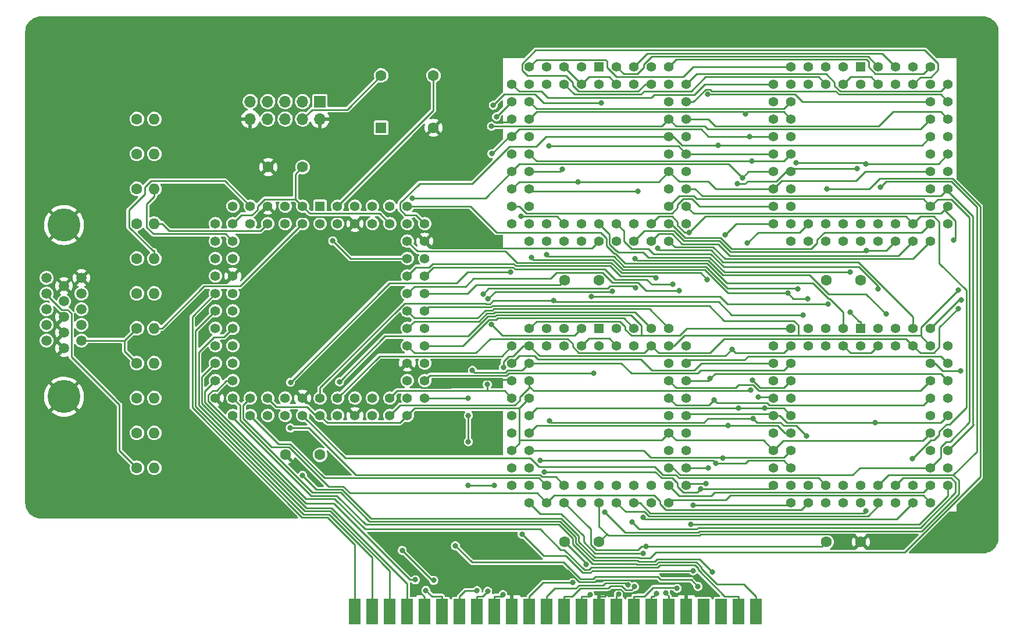
<source format=gbr>
%TF.GenerationSoftware,KiCad,Pcbnew,(6.0.4)*%
%TF.CreationDate,2023-03-08T18:50:13+01:00*%
%TF.ProjectId,65C816_SBC_VGA_ALT,36354338-3136-45f5-9342-435f5647415f,rev?*%
%TF.SameCoordinates,Original*%
%TF.FileFunction,Copper,L1,Top*%
%TF.FilePolarity,Positive*%
%FSLAX46Y46*%
G04 Gerber Fmt 4.6, Leading zero omitted, Abs format (unit mm)*
G04 Created by KiCad (PCBNEW (6.0.4)) date 2023-03-08 18:50:13*
%MOMM*%
%LPD*%
G01*
G04 APERTURE LIST*
%TA.AperFunction,ComponentPad*%
%ADD10C,1.600000*%
%TD*%
%TA.AperFunction,ComponentPad*%
%ADD11O,1.600000X1.600000*%
%TD*%
%TA.AperFunction,ComponentPad*%
%ADD12R,1.422400X1.422400*%
%TD*%
%TA.AperFunction,ComponentPad*%
%ADD13C,1.422400*%
%TD*%
%TA.AperFunction,ComponentPad*%
%ADD14C,1.500000*%
%TD*%
%TA.AperFunction,ComponentPad*%
%ADD15C,4.800000*%
%TD*%
%TA.AperFunction,ComponentPad*%
%ADD16R,1.700000X1.700000*%
%TD*%
%TA.AperFunction,ComponentPad*%
%ADD17O,1.700000X1.700000*%
%TD*%
%TA.AperFunction,ConnectorPad*%
%ADD18R,1.780000X3.810000*%
%TD*%
%TA.AperFunction,ComponentPad*%
%ADD19R,1.600000X1.600000*%
%TD*%
%TA.AperFunction,ViaPad*%
%ADD20C,0.800000*%
%TD*%
%TA.AperFunction,Conductor*%
%ADD21C,0.250000*%
%TD*%
G04 APERTURE END LIST*
D10*
%TO.P,R9,1*%
%TO.N,Net-(J2-Pad13)*%
X74930000Y-116840000D03*
D11*
%TO.P,R9,2*%
%TO.N,/HS*%
X77470000Y-116840000D03*
%TD*%
D12*
%TO.P,U4,1,NC*%
%TO.N,/VA13*%
X180340000Y-101600000D03*
D13*
%TO.P,U4,2,NC*%
%TO.N,unconnected-(U4-Pad2)*%
X180340000Y-104140000D03*
%TO.P,U4,3,~{CS_L}*%
%TO.N,/~{VID_CS3}*%
X177800000Y-101600000D03*
%TO.P,U4,4,~{SEM_L}*%
%TO.N,/5V*%
X177800000Y-104140000D03*
%TO.P,U4,5,R/~{W_L}*%
X175260000Y-101600000D03*
%TO.P,U4,6,~{OE_L}*%
%TO.N,/~{VID_RD}*%
X175260000Y-104140000D03*
%TO.P,U4,7,NC*%
%TO.N,unconnected-(U4-Pad7)*%
X172720000Y-101600000D03*
%TO.P,U4,8,D0_L*%
%TO.N,/VD0*%
X172720000Y-104140000D03*
%TO.P,U4,9,D1_L*%
%TO.N,/VD1*%
X170180000Y-101600000D03*
%TO.P,U4,10,D2_L*%
%TO.N,/VD2*%
X167640000Y-104140000D03*
%TO.P,U4,11,D3_L*%
%TO.N,/VD3*%
X170180000Y-104140000D03*
%TO.P,U4,12,D4_L*%
%TO.N,/VD4*%
X167640000Y-106680000D03*
%TO.P,U4,13,D5_L*%
%TO.N,/VD5*%
X170180000Y-106680000D03*
%TO.P,U4,14,GND*%
%TO.N,/GND*%
X167640000Y-109220000D03*
%TO.P,U4,15,D6_L*%
%TO.N,/VD6*%
X170180000Y-109220000D03*
%TO.P,U4,16,D7_L*%
%TO.N,/VD7*%
X167640000Y-111760000D03*
%TO.P,U4,17,Vcc*%
%TO.N,/5V*%
X170180000Y-111760000D03*
%TO.P,U4,18,GND*%
%TO.N,/GND*%
X167640000Y-114300000D03*
%TO.P,U4,19,D0_R*%
%TO.N,/CD0*%
X170180000Y-114300000D03*
%TO.P,U4,20,D1_R*%
%TO.N,/CD1*%
X167640000Y-116840000D03*
%TO.P,U4,21,D2_R*%
%TO.N,/CD2*%
X170180000Y-116840000D03*
%TO.P,U4,22,Vcc*%
%TO.N,/5V*%
X167640000Y-119380000D03*
%TO.P,U4,23,D3_R*%
%TO.N,/CD3*%
X170180000Y-119380000D03*
%TO.P,U4,24,D4_R*%
%TO.N,/CD4*%
X167640000Y-121920000D03*
%TO.P,U4,25,D5_R*%
%TO.N,/CD5*%
X170180000Y-121920000D03*
%TO.P,U4,26,D6_R*%
%TO.N,/CD6*%
X167640000Y-124460000D03*
%TO.P,U4,27,D7_R*%
%TO.N,/CD7*%
X170180000Y-127000000D03*
%TO.P,U4,28,NC*%
%TO.N,unconnected-(U4-Pad28)*%
X170180000Y-124460000D03*
%TO.P,U4,29,~{OE_R}*%
%TO.N,/~{CPU_RD}*%
X172720000Y-127000000D03*
%TO.P,U4,30,R/~{W_R}*%
%TO.N,/~{CPU_WR}*%
X172720000Y-124460000D03*
%TO.P,U4,31,~{SEM_R}*%
%TO.N,/5V*%
X175260000Y-127000000D03*
%TO.P,U4,32,~{CS_R}*%
%TO.N,/~{CPU_CS3}*%
X175260000Y-124460000D03*
%TO.P,U4,33,NC*%
%TO.N,unconnected-(U4-Pad33)*%
X177800000Y-127000000D03*
%TO.P,U4,34,NC*%
%TO.N,/CA13*%
X177800000Y-124460000D03*
%TO.P,U4,35,GND*%
%TO.N,/GND*%
X180340000Y-127000000D03*
%TO.P,U4,36,A12_R*%
%TO.N,/CA12*%
X180340000Y-124460000D03*
%TO.P,U4,37,A11_R*%
%TO.N,/CA11*%
X182880000Y-127000000D03*
%TO.P,U4,38,A10_R*%
%TO.N,/CA10*%
X182880000Y-124460000D03*
%TO.P,U4,39,A9_R*%
%TO.N,/CA9*%
X185420000Y-127000000D03*
%TO.P,U4,40,A8_R*%
%TO.N,/CA8*%
X185420000Y-124460000D03*
%TO.P,U4,41,A7_R*%
%TO.N,/CA7*%
X187960000Y-127000000D03*
%TO.P,U4,42,A6_R*%
%TO.N,/CA6*%
X187960000Y-124460000D03*
%TO.P,U4,43,A5_R*%
%TO.N,/CA5*%
X190500000Y-127000000D03*
%TO.P,U4,44,A4_R*%
%TO.N,/CA4*%
X193040000Y-124460000D03*
%TO.P,U4,45,A3_R*%
%TO.N,/CA3*%
X190500000Y-124460000D03*
%TO.P,U4,46,A2_R*%
%TO.N,/CA2*%
X193040000Y-121920000D03*
%TO.P,U4,47,A1_R*%
%TO.N,/CA1*%
X190500000Y-121920000D03*
%TO.P,U4,48,A0_R*%
%TO.N,/CA0*%
X193040000Y-119380000D03*
%TO.P,U4,49,~{INT_R}*%
%TO.N,unconnected-(U4-Pad49)*%
X190500000Y-119380000D03*
%TO.P,U4,50,~{BUSY_R}*%
%TO.N,unconnected-(U4-Pad50)*%
X193040000Y-116840000D03*
%TO.P,U4,51,M/~{S}*%
%TO.N,/5V*%
X190500000Y-116840000D03*
%TO.P,U4,52,GND*%
%TO.N,/GND*%
X193040000Y-114300000D03*
%TO.P,U4,53,~{BUSY_L}*%
%TO.N,unconnected-(U4-Pad53)*%
X190500000Y-114300000D03*
%TO.P,U4,54,~{INT_L}*%
%TO.N,unconnected-(U4-Pad54)*%
X193040000Y-111760000D03*
%TO.P,U4,55,A0_L*%
%TO.N,/VA0*%
X190500000Y-111760000D03*
%TO.P,U4,56,A1_L*%
%TO.N,/VA1*%
X193040000Y-109220000D03*
%TO.P,U4,57,A2_L*%
%TO.N,/VA2*%
X190500000Y-109220000D03*
%TO.P,U4,58,A3_L*%
%TO.N,/VA3*%
X193040000Y-106680000D03*
%TO.P,U4,59,A4_L*%
%TO.N,/VA4*%
X190500000Y-106680000D03*
%TO.P,U4,60,A5_L*%
%TO.N,/VA5*%
X193040000Y-104140000D03*
%TO.P,U4,61,A6_L*%
%TO.N,/VA6*%
X190500000Y-101600000D03*
%TO.P,U4,62,A7_L*%
%TO.N,/VA7*%
X190500000Y-104140000D03*
%TO.P,U4,63,A8_L*%
%TO.N,/VA8*%
X187960000Y-101600000D03*
%TO.P,U4,64,A9_L*%
%TO.N,/VA9*%
X187960000Y-104140000D03*
%TO.P,U4,65,A10_L*%
%TO.N,/VA10*%
X185420000Y-101600000D03*
%TO.P,U4,66,A11_L*%
%TO.N,/VA11*%
X185420000Y-104140000D03*
%TO.P,U4,67,A12_L*%
%TO.N,/VA12*%
X182880000Y-101600000D03*
%TO.P,U4,68,Vcc*%
%TO.N,/5V*%
X182880000Y-104140000D03*
%TD*%
D10*
%TO.P,R1,1*%
%TO.N,Net-(J2-Pad1)*%
X74930000Y-106680000D03*
D11*
%TO.P,R1,2*%
%TO.N,/R1*%
X77470000Y-106680000D03*
%TD*%
D10*
%TO.P,R4,1*%
%TO.N,Net-(J2-Pad2)*%
X74930000Y-91440000D03*
D11*
%TO.P,R4,2*%
%TO.N,/G1*%
X77470000Y-91440000D03*
%TD*%
D10*
%TO.P,R5,1*%
%TO.N,Net-(J2-Pad2)*%
X74930000Y-96520000D03*
D11*
%TO.P,R5,2*%
%TO.N,/G2*%
X77470000Y-96520000D03*
%TD*%
D10*
%TO.P,R0,1*%
%TO.N,Net-(J2-Pad1)*%
X74930000Y-101600000D03*
D11*
%TO.P,R0,2*%
%TO.N,/R0*%
X77470000Y-101600000D03*
%TD*%
D12*
%TO.P,U2,1,NC*%
%TO.N,/VA13*%
X180340000Y-63500000D03*
D13*
%TO.P,U2,2,NC*%
%TO.N,unconnected-(U2-Pad2)*%
X180340000Y-66040000D03*
%TO.P,U2,3,~{CS_L}*%
%TO.N,/~{VID_CS1}*%
X177800000Y-63500000D03*
%TO.P,U2,4,~{SEM_L}*%
%TO.N,/5V*%
X177800000Y-66040000D03*
%TO.P,U2,5,R/~{W_L}*%
X175260000Y-63500000D03*
%TO.P,U2,6,~{OE_L}*%
%TO.N,/~{VID_RD}*%
X175260000Y-66040000D03*
%TO.P,U2,7,NC*%
%TO.N,unconnected-(U2-Pad7)*%
X172720000Y-63500000D03*
%TO.P,U2,8,D0_L*%
%TO.N,/VD0*%
X172720000Y-66040000D03*
%TO.P,U2,9,D1_L*%
%TO.N,/VD1*%
X170180000Y-63500000D03*
%TO.P,U2,10,D2_L*%
%TO.N,/VD2*%
X167640000Y-66040000D03*
%TO.P,U2,11,D3_L*%
%TO.N,/VD3*%
X170180000Y-66040000D03*
%TO.P,U2,12,D4_L*%
%TO.N,/VD4*%
X167640000Y-68580000D03*
%TO.P,U2,13,D5_L*%
%TO.N,/VD5*%
X170180000Y-68580000D03*
%TO.P,U2,14,GND*%
%TO.N,/GND*%
X167640000Y-71120000D03*
%TO.P,U2,15,D6_L*%
%TO.N,/VD6*%
X170180000Y-71120000D03*
%TO.P,U2,16,D7_L*%
%TO.N,/VD7*%
X167640000Y-73660000D03*
%TO.P,U2,17,Vcc*%
%TO.N,/5V*%
X170180000Y-73660000D03*
%TO.P,U2,18,GND*%
%TO.N,/GND*%
X167640000Y-76200000D03*
%TO.P,U2,19,D0_R*%
%TO.N,/CD0*%
X170180000Y-76200000D03*
%TO.P,U2,20,D1_R*%
%TO.N,/CD1*%
X167640000Y-78740000D03*
%TO.P,U2,21,D2_R*%
%TO.N,/CD2*%
X170180000Y-78740000D03*
%TO.P,U2,22,Vcc*%
%TO.N,/5V*%
X167640000Y-81280000D03*
%TO.P,U2,23,D3_R*%
%TO.N,/CD3*%
X170180000Y-81280000D03*
%TO.P,U2,24,D4_R*%
%TO.N,/CD4*%
X167640000Y-83820000D03*
%TO.P,U2,25,D5_R*%
%TO.N,/CD5*%
X170180000Y-83820000D03*
%TO.P,U2,26,D6_R*%
%TO.N,/CD6*%
X167640000Y-86360000D03*
%TO.P,U2,27,D7_R*%
%TO.N,/CD7*%
X170180000Y-88900000D03*
%TO.P,U2,28,NC*%
%TO.N,unconnected-(U2-Pad28)*%
X170180000Y-86360000D03*
%TO.P,U2,29,~{OE_R}*%
%TO.N,/~{CPU_RD}*%
X172720000Y-88900000D03*
%TO.P,U2,30,R/~{W_R}*%
%TO.N,/~{CPU_WR}*%
X172720000Y-86360000D03*
%TO.P,U2,31,~{SEM_R}*%
%TO.N,/5V*%
X175260000Y-88900000D03*
%TO.P,U2,32,~{CS_R}*%
%TO.N,/~{CPU_CS1}*%
X175260000Y-86360000D03*
%TO.P,U2,33,NC*%
%TO.N,unconnected-(U2-Pad33)*%
X177800000Y-88900000D03*
%TO.P,U2,34,NC*%
%TO.N,/CA13*%
X177800000Y-86360000D03*
%TO.P,U2,35,GND*%
%TO.N,/GND*%
X180340000Y-88900000D03*
%TO.P,U2,36,A12_R*%
%TO.N,/CA12*%
X180340000Y-86360000D03*
%TO.P,U2,37,A11_R*%
%TO.N,/CA11*%
X182880000Y-88900000D03*
%TO.P,U2,38,A10_R*%
%TO.N,/CA10*%
X182880000Y-86360000D03*
%TO.P,U2,39,A9_R*%
%TO.N,/CA9*%
X185420000Y-88900000D03*
%TO.P,U2,40,A8_R*%
%TO.N,/CA8*%
X185420000Y-86360000D03*
%TO.P,U2,41,A7_R*%
%TO.N,/CA7*%
X187960000Y-88900000D03*
%TO.P,U2,42,A6_R*%
%TO.N,/CA6*%
X187960000Y-86360000D03*
%TO.P,U2,43,A5_R*%
%TO.N,/CA5*%
X190500000Y-88900000D03*
%TO.P,U2,44,A4_R*%
%TO.N,/CA4*%
X193040000Y-86360000D03*
%TO.P,U2,45,A3_R*%
%TO.N,/CA3*%
X190500000Y-86360000D03*
%TO.P,U2,46,A2_R*%
%TO.N,/CA2*%
X193040000Y-83820000D03*
%TO.P,U2,47,A1_R*%
%TO.N,/CA1*%
X190500000Y-83820000D03*
%TO.P,U2,48,A0_R*%
%TO.N,/CA0*%
X193040000Y-81280000D03*
%TO.P,U2,49,~{INT_R}*%
%TO.N,unconnected-(U2-Pad49)*%
X190500000Y-81280000D03*
%TO.P,U2,50,~{BUSY_R}*%
%TO.N,unconnected-(U2-Pad50)*%
X193040000Y-78740000D03*
%TO.P,U2,51,M/~{S}*%
%TO.N,/5V*%
X190500000Y-78740000D03*
%TO.P,U2,52,GND*%
%TO.N,/GND*%
X193040000Y-76200000D03*
%TO.P,U2,53,~{BUSY_L}*%
%TO.N,unconnected-(U2-Pad53)*%
X190500000Y-76200000D03*
%TO.P,U2,54,~{INT_L}*%
%TO.N,unconnected-(U2-Pad54)*%
X193040000Y-73660000D03*
%TO.P,U2,55,A0_L*%
%TO.N,/VA0*%
X190500000Y-73660000D03*
%TO.P,U2,56,A1_L*%
%TO.N,/VA1*%
X193040000Y-71120000D03*
%TO.P,U2,57,A2_L*%
%TO.N,/VA2*%
X190500000Y-71120000D03*
%TO.P,U2,58,A3_L*%
%TO.N,/VA3*%
X193040000Y-68580000D03*
%TO.P,U2,59,A4_L*%
%TO.N,/VA4*%
X190500000Y-68580000D03*
%TO.P,U2,60,A5_L*%
%TO.N,/VA5*%
X193040000Y-66040000D03*
%TO.P,U2,61,A6_L*%
%TO.N,/VA6*%
X190500000Y-63500000D03*
%TO.P,U2,62,A7_L*%
%TO.N,/VA7*%
X190500000Y-66040000D03*
%TO.P,U2,63,A8_L*%
%TO.N,/VA8*%
X187960000Y-63500000D03*
%TO.P,U2,64,A9_L*%
%TO.N,/VA9*%
X187960000Y-66040000D03*
%TO.P,U2,65,A10_L*%
%TO.N,/VA10*%
X185420000Y-63500000D03*
%TO.P,U2,66,A11_L*%
%TO.N,/VA11*%
X185420000Y-66040000D03*
%TO.P,U2,67,A12_L*%
%TO.N,/VA12*%
X182880000Y-63500000D03*
%TO.P,U2,68,Vcc*%
%TO.N,/5V*%
X182880000Y-66040000D03*
%TD*%
D10*
%TO.P,C1,1*%
%TO.N,/GND*%
X142240000Y-94615000D03*
%TO.P,C1,2*%
%TO.N,/5V*%
X137240000Y-94615000D03*
%TD*%
%TO.P,C4,1*%
%TO.N,/GND*%
X180340000Y-132715000D03*
%TO.P,C4,2*%
%TO.N,/5V*%
X175340000Y-132715000D03*
%TD*%
D14*
%TO.P,J2,1,R*%
%TO.N,Net-(J2-Pad1)*%
X66855000Y-103380000D03*
%TO.P,J2,2,G*%
%TO.N,Net-(J2-Pad2)*%
X66855000Y-101100000D03*
%TO.P,J2,3,B*%
%TO.N,Net-(J2-Pad3)*%
X66855000Y-98820000D03*
%TO.P,J2,4,ID2*%
%TO.N,unconnected-(J2-Pad4)*%
X66855000Y-96540000D03*
%TO.P,J2,5,HS_GND*%
%TO.N,/GND*%
X66855000Y-94260000D03*
%TO.P,J2,6,R_GND*%
X64315000Y-104520000D03*
%TO.P,J2,7,G_GND*%
X64315000Y-102240000D03*
%TO.P,J2,8,B_GND*%
X64315000Y-99960000D03*
%TO.P,J2,9,Vcc*%
%TO.N,unconnected-(J2-Pad9)*%
X64315000Y-97680000D03*
%TO.P,J2,10,VS_GND*%
%TO.N,/GND*%
X64315000Y-95400000D03*
%TO.P,J2,11,ID0*%
%TO.N,unconnected-(J2-Pad11)*%
X61775000Y-103380000D03*
%TO.P,J2,12,ID1*%
%TO.N,unconnected-(J2-Pad12)*%
X61775000Y-101100000D03*
%TO.P,J2,13,HS*%
%TO.N,Net-(J2-Pad13)*%
X61775000Y-98820000D03*
%TO.P,J2,14,VS*%
%TO.N,Net-(J2-Pad14)*%
X61775000Y-96540000D03*
%TO.P,J2,15,ID3*%
%TO.N,unconnected-(J2-Pad15)*%
X61775000Y-94260000D03*
D15*
%TO.P,J2,MH1,GND*%
%TO.N,/GND*%
X64315000Y-111560000D03*
%TO.P,J2,MH2,GND*%
X64315000Y-86560000D03*
%TD*%
D10*
%TO.P,R3,1*%
%TO.N,Net-(J2-Pad2)*%
X74930000Y-86360000D03*
D11*
%TO.P,R3,2*%
%TO.N,/G0*%
X77470000Y-86360000D03*
%TD*%
D10*
%TO.P,C3,1*%
%TO.N,/GND*%
X142240000Y-132715000D03*
%TO.P,C3,2*%
%TO.N,/5V*%
X137240000Y-132715000D03*
%TD*%
D16*
%TO.P,J1,1,Pin_1*%
%TO.N,/TCK*%
X101600000Y-68580000D03*
D17*
%TO.P,J1,2,Pin_2*%
%TO.N,/GND*%
X101600000Y-71120000D03*
%TO.P,J1,3,Pin_3*%
%TO.N,/TDO*%
X99060000Y-68580000D03*
%TO.P,J1,4,Pin_4*%
%TO.N,/5V*%
X99060000Y-71120000D03*
%TO.P,J1,5,Pin_5*%
%TO.N,/TMS*%
X96520000Y-68580000D03*
%TO.P,J1,6,Pin_6*%
%TO.N,unconnected-(J1-Pad6)*%
X96520000Y-71120000D03*
%TO.P,J1,7,Pin_7*%
%TO.N,unconnected-(J1-Pad7)*%
X93980000Y-68580000D03*
%TO.P,J1,8,Pin_8*%
%TO.N,unconnected-(J1-Pad8)*%
X93980000Y-71120000D03*
%TO.P,J1,9,Pin_9*%
%TO.N,/TDI*%
X91440000Y-68580000D03*
%TO.P,J1,10,Pin_10*%
%TO.N,/GND*%
X91440000Y-71120000D03*
%TD*%
D10*
%TO.P,C5,1*%
%TO.N,/GND*%
X94060000Y-78105000D03*
%TO.P,C5,2*%
%TO.N,/5V*%
X99060000Y-78105000D03*
%TD*%
D12*
%TO.P,U1,1,NC*%
%TO.N,/VA13*%
X142240000Y-63500000D03*
D13*
%TO.P,U1,2,NC*%
%TO.N,unconnected-(U1-Pad2)*%
X142240000Y-66040000D03*
%TO.P,U1,3,~{CS_L}*%
%TO.N,/~{VID_CS0}*%
X139700000Y-63500000D03*
%TO.P,U1,4,~{SEM_L}*%
%TO.N,/5V*%
X139700000Y-66040000D03*
%TO.P,U1,5,R/~{W_L}*%
X137160000Y-63500000D03*
%TO.P,U1,6,~{OE_L}*%
%TO.N,/~{VID_RD}*%
X137160000Y-66040000D03*
%TO.P,U1,7,NC*%
%TO.N,unconnected-(U1-Pad7)*%
X134620000Y-63500000D03*
%TO.P,U1,8,D0_L*%
%TO.N,/VD0*%
X134620000Y-66040000D03*
%TO.P,U1,9,D1_L*%
%TO.N,/VD1*%
X132080000Y-63500000D03*
%TO.P,U1,10,D2_L*%
%TO.N,/VD2*%
X129540000Y-66040000D03*
%TO.P,U1,11,D3_L*%
%TO.N,/VD3*%
X132080000Y-66040000D03*
%TO.P,U1,12,D4_L*%
%TO.N,/VD4*%
X129540000Y-68580000D03*
%TO.P,U1,13,D5_L*%
%TO.N,/VD5*%
X132080000Y-68580000D03*
%TO.P,U1,14,GND*%
%TO.N,/GND*%
X129540000Y-71120000D03*
%TO.P,U1,15,D6_L*%
%TO.N,/VD6*%
X132080000Y-71120000D03*
%TO.P,U1,16,D7_L*%
%TO.N,/VD7*%
X129540000Y-73660000D03*
%TO.P,U1,17,Vcc*%
%TO.N,/5V*%
X132080000Y-73660000D03*
%TO.P,U1,18,GND*%
%TO.N,/GND*%
X129540000Y-76200000D03*
%TO.P,U1,19,D0_R*%
%TO.N,/CD0*%
X132080000Y-76200000D03*
%TO.P,U1,20,D1_R*%
%TO.N,/CD1*%
X129540000Y-78740000D03*
%TO.P,U1,21,D2_R*%
%TO.N,/CD2*%
X132080000Y-78740000D03*
%TO.P,U1,22,Vcc*%
%TO.N,/5V*%
X129540000Y-81280000D03*
%TO.P,U1,23,D3_R*%
%TO.N,/CD3*%
X132080000Y-81280000D03*
%TO.P,U1,24,D4_R*%
%TO.N,/CD4*%
X129540000Y-83820000D03*
%TO.P,U1,25,D5_R*%
%TO.N,/CD5*%
X132080000Y-83820000D03*
%TO.P,U1,26,D6_R*%
%TO.N,/CD6*%
X129540000Y-86360000D03*
%TO.P,U1,27,D7_R*%
%TO.N,/CD7*%
X132080000Y-88900000D03*
%TO.P,U1,28,NC*%
%TO.N,unconnected-(U1-Pad28)*%
X132080000Y-86360000D03*
%TO.P,U1,29,~{OE_R}*%
%TO.N,/~{CPU_RD}*%
X134620000Y-88900000D03*
%TO.P,U1,30,R/~{W_R}*%
%TO.N,/~{CPU_WR}*%
X134620000Y-86360000D03*
%TO.P,U1,31,~{SEM_R}*%
%TO.N,/5V*%
X137160000Y-88900000D03*
%TO.P,U1,32,~{CS_R}*%
%TO.N,/~{CPU_CS0}*%
X137160000Y-86360000D03*
%TO.P,U1,33,NC*%
%TO.N,unconnected-(U1-Pad33)*%
X139700000Y-88900000D03*
%TO.P,U1,34,NC*%
%TO.N,/CA13*%
X139700000Y-86360000D03*
%TO.P,U1,35,GND*%
%TO.N,/GND*%
X142240000Y-88900000D03*
%TO.P,U1,36,A12_R*%
%TO.N,/CA12*%
X142240000Y-86360000D03*
%TO.P,U1,37,A11_R*%
%TO.N,/CA11*%
X144780000Y-88900000D03*
%TO.P,U1,38,A10_R*%
%TO.N,/CA10*%
X144780000Y-86360000D03*
%TO.P,U1,39,A9_R*%
%TO.N,/CA9*%
X147320000Y-88900000D03*
%TO.P,U1,40,A8_R*%
%TO.N,/CA8*%
X147320000Y-86360000D03*
%TO.P,U1,41,A7_R*%
%TO.N,/CA7*%
X149860000Y-88900000D03*
%TO.P,U1,42,A6_R*%
%TO.N,/CA6*%
X149860000Y-86360000D03*
%TO.P,U1,43,A5_R*%
%TO.N,/CA5*%
X152400000Y-88900000D03*
%TO.P,U1,44,A4_R*%
%TO.N,/CA4*%
X154940000Y-86360000D03*
%TO.P,U1,45,A3_R*%
%TO.N,/CA3*%
X152400000Y-86360000D03*
%TO.P,U1,46,A2_R*%
%TO.N,/CA2*%
X154940000Y-83820000D03*
%TO.P,U1,47,A1_R*%
%TO.N,/CA1*%
X152400000Y-83820000D03*
%TO.P,U1,48,A0_R*%
%TO.N,/CA0*%
X154940000Y-81280000D03*
%TO.P,U1,49,~{INT_R}*%
%TO.N,unconnected-(U1-Pad49)*%
X152400000Y-81280000D03*
%TO.P,U1,50,~{BUSY_R}*%
%TO.N,unconnected-(U1-Pad50)*%
X154940000Y-78740000D03*
%TO.P,U1,51,M/~{S}*%
%TO.N,/5V*%
X152400000Y-78740000D03*
%TO.P,U1,52,GND*%
%TO.N,/GND*%
X154940000Y-76200000D03*
%TO.P,U1,53,~{BUSY_L}*%
%TO.N,unconnected-(U1-Pad53)*%
X152400000Y-76200000D03*
%TO.P,U1,54,~{INT_L}*%
%TO.N,unconnected-(U1-Pad54)*%
X154940000Y-73660000D03*
%TO.P,U1,55,A0_L*%
%TO.N,/VA0*%
X152400000Y-73660000D03*
%TO.P,U1,56,A1_L*%
%TO.N,/VA1*%
X154940000Y-71120000D03*
%TO.P,U1,57,A2_L*%
%TO.N,/VA2*%
X152400000Y-71120000D03*
%TO.P,U1,58,A3_L*%
%TO.N,/VA3*%
X154940000Y-68580000D03*
%TO.P,U1,59,A4_L*%
%TO.N,/VA4*%
X152400000Y-68580000D03*
%TO.P,U1,60,A5_L*%
%TO.N,/VA5*%
X154940000Y-66040000D03*
%TO.P,U1,61,A6_L*%
%TO.N,/VA6*%
X152400000Y-63500000D03*
%TO.P,U1,62,A7_L*%
%TO.N,/VA7*%
X152400000Y-66040000D03*
%TO.P,U1,63,A8_L*%
%TO.N,/VA8*%
X149860000Y-63500000D03*
%TO.P,U1,64,A9_L*%
%TO.N,/VA9*%
X149860000Y-66040000D03*
%TO.P,U1,65,A10_L*%
%TO.N,/VA10*%
X147320000Y-63500000D03*
%TO.P,U1,66,A11_L*%
%TO.N,/VA11*%
X147320000Y-66040000D03*
%TO.P,U1,67,A12_L*%
%TO.N,/VA12*%
X144780000Y-63500000D03*
%TO.P,U1,68,Vcc*%
%TO.N,/5V*%
X144780000Y-66040000D03*
%TD*%
D10*
%TO.P,R7,1*%
%TO.N,Net-(J2-Pad3)*%
X74930000Y-76200000D03*
D11*
%TO.P,R7,2*%
%TO.N,/B1*%
X77470000Y-76200000D03*
%TD*%
D18*
%TO.P,J0,1,Pin_1*%
%TO.N,/CA22*%
X106680000Y-142875000D03*
%TO.P,J0,3,Pin_3*%
%TO.N,/CA20*%
X109220000Y-142875000D03*
%TO.P,J0,5,Pin_5*%
%TO.N,/CA18*%
X111760000Y-142875000D03*
%TO.P,J0,7,Pin_7*%
%TO.N,/CA16*%
X114300000Y-142875000D03*
%TO.P,J0,9,Pin_9*%
%TO.N,/GND*%
X116840000Y-142875000D03*
%TO.P,J0,11,Pin_11*%
%TO.N,/CA14*%
X119380000Y-142875000D03*
%TO.P,J0,13,Pin_13*%
%TO.N,/CA12*%
X121920000Y-142875000D03*
%TO.P,J0,15,Pin_15*%
%TO.N,/CA10*%
X124460000Y-142875000D03*
%TO.P,J0,17,Pin_17*%
%TO.N,/CA8*%
X127000000Y-142875000D03*
%TO.P,J0,19,Pin_19*%
%TO.N,/GND*%
X129540000Y-142875000D03*
%TO.P,J0,21,Pin_21*%
%TO.N,/CA6*%
X132080000Y-142875000D03*
%TO.P,J0,23,Pin_23*%
%TO.N,/CA4*%
X134620000Y-142875000D03*
%TO.P,J0,25,Pin_25*%
%TO.N,/CA2*%
X137160000Y-142875000D03*
%TO.P,J0,27,Pin_27*%
%TO.N,/CA0*%
X139700000Y-142875000D03*
%TO.P,J0,29,Pin_29*%
%TO.N,/GND*%
X142240000Y-142875000D03*
%TO.P,J0,31,Pin_31*%
%TO.N,/CD6*%
X144780000Y-142875000D03*
%TO.P,J0,33,Pin_33*%
%TO.N,/CD4*%
X147320000Y-142875000D03*
%TO.P,J0,35,Pin_35*%
%TO.N,/CD2*%
X149860000Y-142875000D03*
%TO.P,J0,37,Pin_37*%
%TO.N,/CD0*%
X152400000Y-142875000D03*
%TO.P,J0,39,Pin_39*%
%TO.N,/GND*%
X154940000Y-142875000D03*
%TO.P,J0,41,Pin_41*%
%TO.N,/SYS_CLK*%
X157480000Y-142875000D03*
%TO.P,J0,43,Pin_43*%
%TO.N,unconnected-(J0-Pad43)*%
X160020000Y-142875000D03*
%TO.P,J0,45,Pin_45*%
%TO.N,/SYS_R~{W}*%
X162560000Y-142875000D03*
%TO.P,J0,47,Pin_47*%
%TO.N,/~{WSE_EXT}*%
X165100000Y-142875000D03*
%TD*%
D12*
%TO.P,U0,1,INPUT/GCLR*%
%TO.N,unconnected-(U0-Pad1)*%
X101600000Y-83820000D03*
D13*
%TO.P,U0,2,INPUT/OE2/GCLK2*%
%TO.N,/~{SYS_CLK}*%
X101600000Y-86360000D03*
%TO.P,U0,3,VCCINT_1*%
%TO.N,/5V*%
X99060000Y-83820000D03*
%TO.P,U0,4,I/O_1*%
%TO.N,/R0*%
X99060000Y-86360000D03*
%TO.P,U0,5,I/O_2*%
%TO.N,/R1*%
X96520000Y-83820000D03*
%TO.P,U0,6,I/O_3*%
%TO.N,/R2*%
X96520000Y-86360000D03*
%TO.P,U0,7,GND_1*%
%TO.N,/GND*%
X93980000Y-83820000D03*
%TO.P,U0,8,I/O_4*%
%TO.N,/G0*%
X93980000Y-86360000D03*
%TO.P,U0,9,I/O_5*%
%TO.N,/G1*%
X91440000Y-83820000D03*
%TO.P,U0,10,I/O_6*%
%TO.N,/G2*%
X91440000Y-86360000D03*
%TO.P,U0,11,I/O_7*%
%TO.N,/B0*%
X88900000Y-83820000D03*
%TO.P,U0,12,I/O/PD1*%
%TO.N,/B1*%
X86360000Y-86360000D03*
%TO.P,U0,13,VCCIO_1*%
%TO.N,/5V*%
X88900000Y-86360000D03*
%TO.P,U0,14,I/O/TDI*%
%TO.N,/TDI*%
X86360000Y-88900000D03*
%TO.P,U0,15,I/O_8*%
%TO.N,/B2*%
X88900000Y-88900000D03*
%TO.P,U0,16,I/O_9*%
%TO.N,/HS*%
X86360000Y-91440000D03*
%TO.P,U0,17,I/O_10*%
%TO.N,/VS*%
X88900000Y-91440000D03*
%TO.P,U0,18,I/O_11*%
%TO.N,/CA23*%
X86360000Y-93980000D03*
%TO.P,U0,19,GND_2*%
%TO.N,/GND*%
X88900000Y-93980000D03*
%TO.P,U0,20,I/O_12*%
%TO.N,/CA22*%
X86360000Y-96520000D03*
%TO.P,U0,21,I/O_13*%
%TO.N,/CA21*%
X88900000Y-96520000D03*
%TO.P,U0,22,I/O_14*%
%TO.N,/CA20*%
X86360000Y-99060000D03*
%TO.P,U0,23,I/O/TMS*%
%TO.N,/TMS*%
X88900000Y-99060000D03*
%TO.P,U0,24,I/O_15*%
%TO.N,/CA19*%
X86360000Y-101600000D03*
%TO.P,U0,25,I/O_16*%
%TO.N,/CA18*%
X88900000Y-101600000D03*
%TO.P,U0,26,VCCIO_2*%
%TO.N,/5V*%
X86360000Y-104140000D03*
%TO.P,U0,27,I/O_17*%
%TO.N,/CA17*%
X88900000Y-104140000D03*
%TO.P,U0,28,I/O_18*%
%TO.N,/CA16*%
X86360000Y-106680000D03*
%TO.P,U0,29,I/O_19*%
%TO.N,/CA15*%
X88900000Y-106680000D03*
%TO.P,U0,30,I/O_20*%
%TO.N,/CA14*%
X86360000Y-109220000D03*
%TO.P,U0,31,I/O_21*%
%TO.N,/SYS_R~{W}*%
X88900000Y-109220000D03*
%TO.P,U0,32,GND_3*%
%TO.N,/GND*%
X86360000Y-111760000D03*
%TO.P,U0,33,I/O_22*%
%TO.N,/~{WSE_EXT}*%
X88900000Y-114300000D03*
%TO.P,U0,34,I/O_23*%
%TO.N,/~{VID_IRQ}*%
X88900000Y-111760000D03*
%TO.P,U0,35,I/O_24*%
%TO.N,/~{CPU_WR}*%
X91440000Y-114300000D03*
%TO.P,U0,36,I/O_25*%
%TO.N,/~{CPU_RD}*%
X91440000Y-111760000D03*
%TO.P,U0,37,I/O_26*%
%TO.N,/~{CPU_CS0}*%
X93980000Y-114300000D03*
%TO.P,U0,38,VCCIO_3*%
%TO.N,/5V*%
X93980000Y-111760000D03*
%TO.P,U0,39,I/O_27*%
%TO.N,/~{CPU_CS1}*%
X96520000Y-114300000D03*
%TO.P,U0,40,I/O_28*%
%TO.N,/~{CPU_CS2}*%
X96520000Y-111760000D03*
%TO.P,U0,41,I/O_29*%
%TO.N,/~{CPU_CS3}*%
X99060000Y-114300000D03*
%TO.P,U0,42,GND_4*%
%TO.N,/GND*%
X99060000Y-111760000D03*
%TO.P,U0,43,VCCINT_2*%
%TO.N,/5V*%
X101600000Y-114300000D03*
%TO.P,U0,44,I/O_30*%
%TO.N,/VD0*%
X101600000Y-111760000D03*
%TO.P,U0,45,I/O/PD2*%
%TO.N,/VD1*%
X104140000Y-114300000D03*
%TO.P,U0,46,I/O_31*%
%TO.N,/VD2*%
X104140000Y-111760000D03*
%TO.P,U0,47,GND_5*%
%TO.N,/GND*%
X106680000Y-114300000D03*
%TO.P,U0,48,I/O_32*%
%TO.N,/VD3*%
X106680000Y-111760000D03*
%TO.P,U0,49,I/O_33*%
%TO.N,/VD4*%
X109220000Y-114300000D03*
%TO.P,U0,50,I/O_34*%
%TO.N,/VD5*%
X109220000Y-111760000D03*
%TO.P,U0,51,I/O_35*%
%TO.N,/VD6*%
X111760000Y-114300000D03*
%TO.P,U0,52,I/O_36*%
%TO.N,/VD7*%
X111760000Y-111760000D03*
%TO.P,U0,53,VCCIO_4*%
%TO.N,/5V*%
X114300000Y-114300000D03*
%TO.P,U0,54,I/O_37*%
%TO.N,/CA13*%
X116840000Y-111760000D03*
%TO.P,U0,55,I/O_38*%
%TO.N,unconnected-(U0-Pad55)*%
X114300000Y-111760000D03*
%TO.P,U0,56,I/O_39*%
%TO.N,/VA13*%
X116840000Y-109220000D03*
%TO.P,U0,57,I/O_40*%
%TO.N,/VA12*%
X114300000Y-109220000D03*
%TO.P,U0,58,I/O_41*%
%TO.N,/VA11*%
X116840000Y-106680000D03*
%TO.P,U0,59,GND_6*%
%TO.N,/GND*%
X114300000Y-106680000D03*
%TO.P,U0,60,I/O_42*%
%TO.N,/VA10*%
X116840000Y-104140000D03*
%TO.P,U0,61,I/O_43*%
%TO.N,/VA9*%
X114300000Y-104140000D03*
%TO.P,U0,62,I/O/TCK*%
%TO.N,/TCK*%
X116840000Y-101600000D03*
%TO.P,U0,63,I/O_44*%
%TO.N,/VA8*%
X114300000Y-101600000D03*
%TO.P,U0,64,I/O_45*%
%TO.N,/VA7*%
X116840000Y-99060000D03*
%TO.P,U0,65,I/O_46*%
%TO.N,/VA6*%
X114300000Y-99060000D03*
%TO.P,U0,66,VCCIO_5*%
%TO.N,/5V*%
X116840000Y-96520000D03*
%TO.P,U0,67,I/O_47*%
%TO.N,/VA5*%
X114300000Y-96520000D03*
%TO.P,U0,68,I/O_48*%
%TO.N,/VA4*%
X116840000Y-93980000D03*
%TO.P,U0,69,I/O_49*%
%TO.N,/VA3*%
X114300000Y-93980000D03*
%TO.P,U0,70,I/O_50*%
%TO.N,/VA2*%
X116840000Y-91440000D03*
%TO.P,U0,71,I/O/TDO*%
%TO.N,/TDO*%
X114300000Y-91440000D03*
%TO.P,U0,72,GND_7*%
%TO.N,/GND*%
X116840000Y-88900000D03*
%TO.P,U0,73,I/O_51*%
%TO.N,/VA1*%
X114300000Y-88900000D03*
%TO.P,U0,74,I/O_52*%
%TO.N,/VA0*%
X116840000Y-86360000D03*
%TO.P,U0,75,I/O_53*%
%TO.N,/~{VID_CS3}*%
X114300000Y-83820000D03*
%TO.P,U0,76,I/O_54*%
%TO.N,/~{VID_CS2}*%
X114300000Y-86360000D03*
%TO.P,U0,77,I/O_55*%
%TO.N,/~{VID_CS1}*%
X111760000Y-83820000D03*
%TO.P,U0,78,VCCIO_6*%
%TO.N,/5V*%
X111760000Y-86360000D03*
%TO.P,U0,79,I/O_56*%
%TO.N,/~{VID_CS0}*%
X109220000Y-83820000D03*
%TO.P,U0,80,I/O_57*%
%TO.N,/~{VID_RD}*%
X109220000Y-86360000D03*
%TO.P,U0,81,I/O/GCLK3*%
%TO.N,unconnected-(U0-Pad81)*%
X106680000Y-83820000D03*
%TO.P,U0,82,GND_8*%
%TO.N,/GND*%
X106680000Y-86360000D03*
%TO.P,U0,83,INPUT/GCLK1*%
%TO.N,/CLK25*%
X104140000Y-83820000D03*
%TO.P,U0,84,INPUT/OE1*%
%TO.N,unconnected-(U0-Pad84)*%
X104140000Y-86360000D03*
%TD*%
D10*
%TO.P,R10,1*%
%TO.N,Net-(J2-Pad14)*%
X74930000Y-121920000D03*
D11*
%TO.P,R10,2*%
%TO.N,/VS*%
X77470000Y-121920000D03*
%TD*%
D12*
%TO.P,U3,1,NC*%
%TO.N,/VA13*%
X142240000Y-101600000D03*
D13*
%TO.P,U3,2,NC*%
%TO.N,unconnected-(U3-Pad2)*%
X142240000Y-104140000D03*
%TO.P,U3,3,~{CS_L}*%
%TO.N,/~{VID_CS2}*%
X139700000Y-101600000D03*
%TO.P,U3,4,~{SEM_L}*%
%TO.N,/5V*%
X139700000Y-104140000D03*
%TO.P,U3,5,R/~{W_L}*%
X137160000Y-101600000D03*
%TO.P,U3,6,~{OE_L}*%
%TO.N,/~{VID_RD}*%
X137160000Y-104140000D03*
%TO.P,U3,7,NC*%
%TO.N,unconnected-(U3-Pad7)*%
X134620000Y-101600000D03*
%TO.P,U3,8,D0_L*%
%TO.N,/VD0*%
X134620000Y-104140000D03*
%TO.P,U3,9,D1_L*%
%TO.N,/VD1*%
X132080000Y-101600000D03*
%TO.P,U3,10,D2_L*%
%TO.N,/VD2*%
X129540000Y-104140000D03*
%TO.P,U3,11,D3_L*%
%TO.N,/VD3*%
X132080000Y-104140000D03*
%TO.P,U3,12,D4_L*%
%TO.N,/VD4*%
X129540000Y-106680000D03*
%TO.P,U3,13,D5_L*%
%TO.N,/VD5*%
X132080000Y-106680000D03*
%TO.P,U3,14,GND*%
%TO.N,/GND*%
X129540000Y-109220000D03*
%TO.P,U3,15,D6_L*%
%TO.N,/VD6*%
X132080000Y-109220000D03*
%TO.P,U3,16,D7_L*%
%TO.N,/VD7*%
X129540000Y-111760000D03*
%TO.P,U3,17,Vcc*%
%TO.N,/5V*%
X132080000Y-111760000D03*
%TO.P,U3,18,GND*%
%TO.N,/GND*%
X129540000Y-114300000D03*
%TO.P,U3,19,D0_R*%
%TO.N,/CD0*%
X132080000Y-114300000D03*
%TO.P,U3,20,D1_R*%
%TO.N,/CD1*%
X129540000Y-116840000D03*
%TO.P,U3,21,D2_R*%
%TO.N,/CD2*%
X132080000Y-116840000D03*
%TO.P,U3,22,Vcc*%
%TO.N,/5V*%
X129540000Y-119380000D03*
%TO.P,U3,23,D3_R*%
%TO.N,/CD3*%
X132080000Y-119380000D03*
%TO.P,U3,24,D4_R*%
%TO.N,/CD4*%
X129540000Y-121920000D03*
%TO.P,U3,25,D5_R*%
%TO.N,/CD5*%
X132080000Y-121920000D03*
%TO.P,U3,26,D6_R*%
%TO.N,/CD6*%
X129540000Y-124460000D03*
%TO.P,U3,27,D7_R*%
%TO.N,/CD7*%
X132080000Y-127000000D03*
%TO.P,U3,28,NC*%
%TO.N,unconnected-(U3-Pad28)*%
X132080000Y-124460000D03*
%TO.P,U3,29,~{OE_R}*%
%TO.N,/~{CPU_RD}*%
X134620000Y-127000000D03*
%TO.P,U3,30,R/~{W_R}*%
%TO.N,/~{CPU_WR}*%
X134620000Y-124460000D03*
%TO.P,U3,31,~{SEM_R}*%
%TO.N,/5V*%
X137160000Y-127000000D03*
%TO.P,U3,32,~{CS_R}*%
%TO.N,/~{CPU_CS2}*%
X137160000Y-124460000D03*
%TO.P,U3,33,NC*%
%TO.N,unconnected-(U3-Pad33)*%
X139700000Y-127000000D03*
%TO.P,U3,34,NC*%
%TO.N,/CA13*%
X139700000Y-124460000D03*
%TO.P,U3,35,GND*%
%TO.N,/GND*%
X142240000Y-127000000D03*
%TO.P,U3,36,A12_R*%
%TO.N,/CA12*%
X142240000Y-124460000D03*
%TO.P,U3,37,A11_R*%
%TO.N,/CA11*%
X144780000Y-127000000D03*
%TO.P,U3,38,A10_R*%
%TO.N,/CA10*%
X144780000Y-124460000D03*
%TO.P,U3,39,A9_R*%
%TO.N,/CA9*%
X147320000Y-127000000D03*
%TO.P,U3,40,A8_R*%
%TO.N,/CA8*%
X147320000Y-124460000D03*
%TO.P,U3,41,A7_R*%
%TO.N,/CA7*%
X149860000Y-127000000D03*
%TO.P,U3,42,A6_R*%
%TO.N,/CA6*%
X149860000Y-124460000D03*
%TO.P,U3,43,A5_R*%
%TO.N,/CA5*%
X152400000Y-127000000D03*
%TO.P,U3,44,A4_R*%
%TO.N,/CA4*%
X154940000Y-124460000D03*
%TO.P,U3,45,A3_R*%
%TO.N,/CA3*%
X152400000Y-124460000D03*
%TO.P,U3,46,A2_R*%
%TO.N,/CA2*%
X154940000Y-121920000D03*
%TO.P,U3,47,A1_R*%
%TO.N,/CA1*%
X152400000Y-121920000D03*
%TO.P,U3,48,A0_R*%
%TO.N,/CA0*%
X154940000Y-119380000D03*
%TO.P,U3,49,~{INT_R}*%
%TO.N,unconnected-(U3-Pad49)*%
X152400000Y-119380000D03*
%TO.P,U3,50,~{BUSY_R}*%
%TO.N,unconnected-(U3-Pad50)*%
X154940000Y-116840000D03*
%TO.P,U3,51,M/~{S}*%
%TO.N,/5V*%
X152400000Y-116840000D03*
%TO.P,U3,52,GND*%
%TO.N,/GND*%
X154940000Y-114300000D03*
%TO.P,U3,53,~{BUSY_L}*%
%TO.N,unconnected-(U3-Pad53)*%
X152400000Y-114300000D03*
%TO.P,U3,54,~{INT_L}*%
%TO.N,unconnected-(U3-Pad54)*%
X154940000Y-111760000D03*
%TO.P,U3,55,A0_L*%
%TO.N,/VA0*%
X152400000Y-111760000D03*
%TO.P,U3,56,A1_L*%
%TO.N,/VA1*%
X154940000Y-109220000D03*
%TO.P,U3,57,A2_L*%
%TO.N,/VA2*%
X152400000Y-109220000D03*
%TO.P,U3,58,A3_L*%
%TO.N,/VA3*%
X154940000Y-106680000D03*
%TO.P,U3,59,A4_L*%
%TO.N,/VA4*%
X152400000Y-106680000D03*
%TO.P,U3,60,A5_L*%
%TO.N,/VA5*%
X154940000Y-104140000D03*
%TO.P,U3,61,A6_L*%
%TO.N,/VA6*%
X152400000Y-101600000D03*
%TO.P,U3,62,A7_L*%
%TO.N,/VA7*%
X152400000Y-104140000D03*
%TO.P,U3,63,A8_L*%
%TO.N,/VA8*%
X149860000Y-101600000D03*
%TO.P,U3,64,A9_L*%
%TO.N,/VA9*%
X149860000Y-104140000D03*
%TO.P,U3,65,A10_L*%
%TO.N,/VA10*%
X147320000Y-101600000D03*
%TO.P,U3,66,A11_L*%
%TO.N,/VA11*%
X147320000Y-104140000D03*
%TO.P,U3,67,A12_L*%
%TO.N,/VA12*%
X144780000Y-101600000D03*
%TO.P,U3,68,Vcc*%
%TO.N,/5V*%
X144780000Y-104140000D03*
%TD*%
D10*
%TO.P,C2,1*%
%TO.N,/GND*%
X180340000Y-94615000D03*
%TO.P,C2,2*%
%TO.N,/5V*%
X175340000Y-94615000D03*
%TD*%
D19*
%TO.P,X0,1,EN*%
%TO.N,unconnected-(X0-Pad1)*%
X110490000Y-72390000D03*
D10*
%TO.P,X0,4,GND*%
%TO.N,/GND*%
X118110000Y-72390000D03*
%TO.P,X0,5,OUT*%
%TO.N,/CLK25*%
X118110000Y-64770000D03*
%TO.P,X0,8,Vcc*%
%TO.N,/5V*%
X110490000Y-64770000D03*
%TD*%
%TO.P,R8,1*%
%TO.N,Net-(J2-Pad3)*%
X74930000Y-81280000D03*
D11*
%TO.P,R8,2*%
%TO.N,/B2*%
X77470000Y-81280000D03*
%TD*%
D10*
%TO.P,R6,1*%
%TO.N,Net-(J2-Pad3)*%
X74930000Y-71120000D03*
D11*
%TO.P,R6,2*%
%TO.N,/B0*%
X77470000Y-71120000D03*
%TD*%
D10*
%TO.P,C0,1*%
%TO.N,/GND*%
X96600000Y-120015000D03*
%TO.P,C0,2*%
%TO.N,/5V*%
X101600000Y-120015000D03*
%TD*%
%TO.P,R2,1*%
%TO.N,Net-(J2-Pad1)*%
X74930000Y-111760000D03*
D11*
%TO.P,R2,2*%
%TO.N,/R2*%
X77470000Y-111760000D03*
%TD*%
D20*
%TO.N,/GND*%
X81280000Y-82550000D03*
X104140000Y-81915000D03*
X91440000Y-81280000D03*
X74930000Y-99060000D03*
X121920000Y-114300000D03*
X68580000Y-127000000D03*
X92710000Y-100965000D03*
X118110000Y-85090000D03*
X68580000Y-99060000D03*
X111125000Y-98425000D03*
X106680000Y-58420000D03*
X109220000Y-100330000D03*
X97155000Y-97155000D03*
X126365000Y-63500000D03*
X123190000Y-136525000D03*
X100330000Y-103505000D03*
X116840000Y-114300000D03*
X118110000Y-136525000D03*
X136832200Y-136854400D03*
X104140000Y-78740000D03*
X103505000Y-122555000D03*
X167640000Y-58420000D03*
X182880000Y-58420000D03*
X88265000Y-81915000D03*
X72390000Y-101600000D03*
X60960000Y-66040000D03*
X170893000Y-77470000D03*
X95250000Y-109855000D03*
X102870000Y-93345000D03*
X68580000Y-91440000D03*
X86360000Y-83820000D03*
X81915000Y-104775000D03*
X198120000Y-66040000D03*
X68580000Y-58420000D03*
X71120000Y-114935000D03*
X160020000Y-58420000D03*
X125095000Y-132080000D03*
X198120000Y-124460000D03*
X78740000Y-114300000D03*
X198120000Y-81280000D03*
X98425000Y-92075000D03*
X83820000Y-58420000D03*
X83820000Y-85725000D03*
X198120000Y-58420000D03*
X68580000Y-112395000D03*
X81280000Y-78740000D03*
X121920000Y-79375000D03*
X77470000Y-78740000D03*
X111125000Y-108585000D03*
X113030000Y-132080000D03*
X60960000Y-127000000D03*
X181098800Y-77628600D03*
X90805000Y-105410000D03*
X78740000Y-93980000D03*
X78740000Y-88900000D03*
X91440000Y-66040000D03*
X190500000Y-132080000D03*
X120650000Y-139700000D03*
X88900000Y-74930000D03*
X106680000Y-74930000D03*
X124460000Y-118110000D03*
X60960000Y-91440000D03*
X81915000Y-100330000D03*
X85725000Y-78740000D03*
X110490000Y-76200000D03*
X96520000Y-74930000D03*
X127635000Y-119380000D03*
X182390400Y-115370800D03*
X76200000Y-58420000D03*
X119380000Y-118110000D03*
X175260000Y-58420000D03*
X78740000Y-83820000D03*
X104140000Y-74930000D03*
X107315000Y-79375000D03*
X73660000Y-78740000D03*
X110490000Y-132715000D03*
X131445000Y-137160000D03*
X198120000Y-73660000D03*
X80010000Y-73025000D03*
X124460000Y-114300000D03*
X114300000Y-58420000D03*
X74295000Y-119380000D03*
X125730000Y-88900000D03*
X78740000Y-119380000D03*
X114300000Y-118110000D03*
X100330000Y-108585000D03*
X102870000Y-106680000D03*
X104140000Y-104775000D03*
X95250000Y-95250000D03*
X72390000Y-109220000D03*
X81280000Y-109220000D03*
X182880000Y-132080000D03*
X91440000Y-74930000D03*
X73660000Y-114300000D03*
X73660000Y-73660000D03*
X125095000Y-76835000D03*
X144780000Y-58420000D03*
X114935000Y-74295000D03*
X104140000Y-100330000D03*
X93980000Y-106680000D03*
X116840000Y-69215000D03*
X120650000Y-88900000D03*
X95885000Y-104775000D03*
X190500000Y-58420000D03*
X60960000Y-58420000D03*
X104775000Y-118110000D03*
X96520000Y-81280000D03*
X76200000Y-127000000D03*
X96520000Y-66040000D03*
X111760000Y-77470000D03*
X106680000Y-102870000D03*
X68580000Y-106680000D03*
X99060000Y-58420000D03*
X73660000Y-88900000D03*
X73660000Y-93980000D03*
X115570000Y-132080000D03*
X129540000Y-58420000D03*
X125095000Y-133985000D03*
X60960000Y-81280000D03*
X102870000Y-101600000D03*
X109220000Y-118110000D03*
X91440000Y-99060000D03*
X106680000Y-97790000D03*
X122555000Y-67310000D03*
X105410000Y-71120000D03*
X137160000Y-58420000D03*
X152400000Y-58420000D03*
X101600000Y-74930000D03*
X60960000Y-106680000D03*
X60960000Y-119380000D03*
X121920000Y-58420000D03*
X83820000Y-88900000D03*
X91440000Y-127000000D03*
X120015000Y-133985000D03*
X60960000Y-73660000D03*
X198120000Y-132080000D03*
X119380000Y-69850000D03*
X101600000Y-66040000D03*
X129540000Y-132080000D03*
X119380000Y-137795000D03*
X90170000Y-90170000D03*
X122555000Y-85090000D03*
X105410000Y-67945000D03*
X71120000Y-118745000D03*
X134921500Y-75038000D03*
X108585000Y-80645000D03*
X122555000Y-132080000D03*
X108585000Y-95885000D03*
X91440000Y-58420000D03*
X100330000Y-93345000D03*
X113665000Y-73025000D03*
X83820000Y-127000000D03*
%TO.N,/5V*%
X139192700Y-80243600D03*
X149083500Y-133374900D03*
X140347400Y-136027500D03*
%TO.N,/CA14*%
X115465300Y-138229000D03*
X117008500Y-139773600D03*
%TO.N,/CA15*%
X113560600Y-133945400D03*
X118143900Y-138307500D03*
%TO.N,/CA12*%
X178814500Y-93397100D03*
X124457000Y-139806000D03*
%TO.N,/CA13*%
X141126200Y-96991200D03*
X123190000Y-111760000D03*
X123190000Y-114300000D03*
X123190000Y-118110000D03*
X123190000Y-124460000D03*
X175535300Y-98022100D03*
X127000000Y-124460000D03*
%TO.N,/CA10*%
X182821800Y-95843600D03*
X143036600Y-128367300D03*
X183186800Y-81038500D03*
X126005000Y-139890400D03*
%TO.N,/CA8*%
X147040700Y-129836200D03*
X128216800Y-140399100D03*
%TO.N,/CA9*%
X181120400Y-90309800D03*
X181079900Y-128242400D03*
%TO.N,/CA6*%
X138367000Y-138644600D03*
X187827500Y-120576500D03*
X155326400Y-87682500D03*
%TO.N,/CA7*%
X148626600Y-129111200D03*
%TO.N,/CA4*%
X146398000Y-138966600D03*
X155577200Y-130145300D03*
X157784100Y-124194600D03*
%TO.N,/CA2*%
X158115100Y-121920000D03*
X147408800Y-139224400D03*
X193859900Y-88707000D03*
%TO.N,/CA0*%
X140910600Y-140431200D03*
%TO.N,/~{SYS_CLK}*%
X156617100Y-139196200D03*
X121303800Y-133278600D03*
%TO.N,/~{VID_IRQ}*%
X158717600Y-137078400D03*
%TO.N,/TDO*%
X103447600Y-88857600D03*
%TO.N,/VD0*%
X135610300Y-97575600D03*
X171921800Y-99640400D03*
%TO.N,/VD1*%
X104425900Y-109420000D03*
%TO.N,/VD3*%
X128280500Y-107296500D03*
X161552900Y-104666400D03*
%TO.N,/VD4*%
X127274700Y-70805300D03*
%TO.N,/VD5*%
X123780300Y-107716400D03*
%TO.N,/VD6*%
X163507400Y-70364100D03*
X164316900Y-110570600D03*
X164533300Y-109120300D03*
%TO.N,/VD7*%
X164117000Y-73660000D03*
X165380300Y-111585700D03*
X126629800Y-76156800D03*
X125952000Y-109782400D03*
%TO.N,/CD0*%
X164506700Y-77247400D03*
X151905800Y-140112100D03*
X162517900Y-113251900D03*
X166350700Y-113251900D03*
%TO.N,/CD1*%
X115021400Y-82622000D03*
X163083600Y-79655200D03*
%TO.N,/CD2*%
X136845500Y-78421900D03*
X179763800Y-78369700D03*
X162347400Y-80534000D03*
X160994900Y-115787500D03*
X150593100Y-140246300D03*
%TO.N,/CD3*%
X147863700Y-81632300D03*
X160219200Y-120487200D03*
%TO.N,/CD4*%
X155931100Y-136908500D03*
X153568300Y-139469700D03*
X131008100Y-131582800D03*
%TO.N,/CD5*%
X159196200Y-121261700D03*
X133614600Y-120871900D03*
%TO.N,/CD6*%
X145044700Y-140316900D03*
X134234500Y-122492900D03*
X157042500Y-124944300D03*
X160548600Y-88006800D03*
%TO.N,/CD7*%
X155889200Y-127320500D03*
X132390600Y-91326700D03*
X172634000Y-97296900D03*
X169696800Y-96481900D03*
X148632200Y-134375000D03*
%TO.N,/~{CPU_RD}*%
X171176700Y-95859900D03*
X134601000Y-90876600D03*
%TO.N,/~{CPU_WR}*%
X163815900Y-89180200D03*
X172436500Y-117275100D03*
X134993400Y-115055800D03*
X164655000Y-114762700D03*
%TO.N,/~{CPU_CS0}*%
X130867400Y-85306600D03*
X129358800Y-93429700D03*
X97294500Y-109462900D03*
%TO.N,/VA0*%
X159543100Y-74914600D03*
X158969100Y-112009300D03*
%TO.N,/VA1*%
X158379300Y-108930300D03*
X157961200Y-94472900D03*
%TO.N,/VA2*%
X126561600Y-72156400D03*
%TO.N,/VA3*%
X150513800Y-94243500D03*
%TO.N,/VA4*%
X152997200Y-95226200D03*
X158033100Y-67532000D03*
X194881000Y-107765900D03*
%TO.N,/VA5*%
X153861800Y-96117200D03*
%TO.N,/VA6*%
X194986300Y-97504800D03*
%TO.N,/VA7*%
X194531000Y-95991100D03*
%TO.N,/VA8*%
X150750800Y-89969300D03*
%TO.N,/VA9*%
X194503600Y-98751900D03*
%TO.N,/VA11*%
X147545100Y-95666800D03*
X184008200Y-99521500D03*
X125354800Y-96593300D03*
X147465000Y-91418500D03*
%TO.N,/VA12*%
X126062100Y-97300500D03*
X144158600Y-96182400D03*
%TO.N,/~{VID_CS1}*%
X126825100Y-69114400D03*
X142514700Y-68799100D03*
%TO.N,/~{CPU_CS1}*%
X175416100Y-81280000D03*
X99033000Y-123015300D03*
%TO.N,/VA13*%
X178752600Y-99242600D03*
X141482300Y-108166600D03*
%TO.N,/~{VID_CS2}*%
X126540300Y-101052800D03*
%TO.N,/~{CPU_CS2}*%
X97264100Y-116112400D03*
%TD*%
D21*
%TO.N,/GND*%
X154940000Y-140644900D02*
X154940000Y-139746300D01*
X139314500Y-138566400D02*
X137602500Y-136854400D01*
X126564786Y-71120000D02*
X125730000Y-71120000D01*
X182390400Y-115370800D02*
X182355900Y-115336300D01*
X155202400Y-114037600D02*
X154940000Y-114300000D01*
X193040000Y-76200000D02*
X191611400Y-77628600D01*
X121698100Y-109057200D02*
X120490400Y-110264900D01*
X88900000Y-93980000D02*
X87858300Y-95021700D01*
X153922100Y-138728400D02*
X148842900Y-138728400D01*
X116840000Y-140720000D02*
X115765403Y-139645403D01*
X154940000Y-142875000D02*
X154940000Y-140644900D01*
X147997900Y-138254600D02*
X146803700Y-138254600D01*
X167640000Y-114300000D02*
X167377600Y-114037600D01*
X144073500Y-139591700D02*
X145361100Y-139591700D01*
X137602500Y-136854400D02*
X136832200Y-136854400D01*
X145361100Y-139591700D02*
X145911200Y-140141800D01*
X129377200Y-109057200D02*
X121698100Y-109057200D01*
X126974597Y-71529811D02*
X126564786Y-71120000D01*
X106680000Y-86360000D02*
X105643700Y-85323700D01*
X157013400Y-131589800D02*
X179214800Y-131589800D01*
X143365200Y-131589800D02*
X143546000Y-131770600D01*
X141949300Y-138241400D02*
X141624300Y-138566400D01*
X145911200Y-140141800D02*
X147516900Y-140141800D01*
X116350400Y-110264900D02*
X115570000Y-109484500D01*
X134921500Y-75038000D02*
X153778000Y-75038000D01*
X146803700Y-138254600D02*
X146790500Y-138241400D01*
X148842900Y-138728400D02*
X148657300Y-138914000D01*
X67616700Y-95021700D02*
X66855000Y-94260000D01*
X193040000Y-114300000D02*
X191969200Y-115370800D01*
X117876400Y-89936400D02*
X116840000Y-88900000D01*
X153778000Y-75038000D02*
X154940000Y-76200000D01*
X148657300Y-139001400D02*
X148657300Y-138914000D01*
X156832600Y-131770600D02*
X157013400Y-131589800D01*
X129540000Y-71120000D02*
X129130189Y-71529811D01*
X116840000Y-88900000D02*
X115337100Y-87397100D01*
X191969200Y-115370800D02*
X182390400Y-115370800D01*
X107717100Y-87397100D02*
X106680000Y-86360000D01*
X143546000Y-131770600D02*
X156832600Y-131770600D01*
X148657300Y-138914000D02*
X147997900Y-138254600D01*
X179214800Y-131589800D02*
X180340000Y-132715000D01*
X170893000Y-77470000D02*
X180940200Y-77470000D01*
X141624300Y-138566400D02*
X139314500Y-138566400D01*
X143020300Y-140644900D02*
X144073500Y-139591700D01*
X169592800Y-115336300D02*
X168556500Y-114300000D01*
X115570000Y-107950000D02*
X114300000Y-106680000D01*
X115337100Y-87397100D02*
X107717100Y-87397100D01*
X142240000Y-140644900D02*
X143020300Y-140644900D01*
X147516900Y-140141800D02*
X148657300Y-139001400D01*
X154940000Y-139746300D02*
X153922100Y-138728400D01*
X87858300Y-95021700D02*
X67616700Y-95021700D01*
X115570000Y-109484500D02*
X115570000Y-107950000D01*
X120490400Y-110264900D02*
X116350400Y-110264900D01*
X129540000Y-109220000D02*
X129377200Y-109057200D01*
X116840000Y-142875000D02*
X116840000Y-140720000D01*
X118110000Y-72390000D02*
X118110000Y-71760300D01*
X141203600Y-89936400D02*
X117876400Y-89936400D01*
X142240000Y-130464600D02*
X143365200Y-131589800D01*
X142240000Y-142875000D02*
X142240000Y-140644900D01*
X191611400Y-77628600D02*
X181098800Y-77628600D01*
X129129600Y-71530400D02*
X129540000Y-71120000D01*
X105643700Y-85323700D02*
X95483600Y-85323700D01*
X180940200Y-77470000D02*
X181098800Y-77628600D01*
X142240000Y-88900000D02*
X141203600Y-89936400D01*
X182355900Y-115336300D02*
X169592800Y-115336300D01*
X168556500Y-114300000D02*
X167640000Y-114300000D01*
X106680000Y-114300000D02*
X106179700Y-113799600D01*
X142240000Y-132715000D02*
X143365200Y-131589800D01*
X129130189Y-71529811D02*
X126974597Y-71529811D01*
X154940000Y-76200000D02*
X167640000Y-76200000D01*
X167377600Y-114037600D02*
X155202400Y-114037600D01*
X142240000Y-127000000D02*
X142240000Y-130464600D01*
X146790500Y-138241400D02*
X141949300Y-138241400D01*
%TO.N,/5V*%
X130580600Y-113259400D02*
X132080000Y-111760000D01*
X153864000Y-80204000D02*
X158140300Y-80204000D01*
X114300000Y-114300000D02*
X113263600Y-115336400D01*
X167640000Y-119380000D02*
X169019800Y-118000200D01*
X189339800Y-118000200D02*
X190500000Y-116840000D01*
X150896400Y-80243600D02*
X152400000Y-78740000D01*
X168798500Y-80121500D02*
X179631500Y-80121500D01*
X181832000Y-105188000D02*
X178848000Y-105188000D01*
X149083500Y-133374900D02*
X148388000Y-133374900D01*
X182880000Y-104140000D02*
X181832000Y-105188000D01*
X98021300Y-82781300D02*
X93536900Y-82781300D01*
X95250000Y-113030000D02*
X93980000Y-111760000D01*
X151342800Y-117897200D02*
X130576400Y-117897200D01*
X158140300Y-80204000D02*
X159216300Y-81280000D01*
X148388000Y-133374900D02*
X147909900Y-133853000D01*
X116840000Y-96520000D02*
X123080600Y-96520000D01*
X100424800Y-69755200D02*
X105504800Y-69755200D01*
X115340600Y-113259400D02*
X114300000Y-114300000D01*
X140760400Y-103079600D02*
X139700000Y-104140000D01*
X140347400Y-135822400D02*
X140347400Y-136027500D01*
X182880000Y-66040000D02*
X181816400Y-64976400D01*
X100096400Y-84856400D02*
X110256400Y-84856400D01*
X99060000Y-71120000D02*
X100424800Y-69755200D01*
X144780000Y-104140000D02*
X143719600Y-103079600D01*
X105504800Y-69755200D02*
X110490000Y-64770000D01*
X152400000Y-116840000D02*
X153436400Y-117876400D01*
X90170000Y-85090000D02*
X88900000Y-86360000D01*
X92476400Y-84310000D02*
X91696400Y-85090000D01*
X137160000Y-63500000D02*
X139700000Y-66040000D01*
X169019800Y-118000200D02*
X189339800Y-118000200D01*
X167640000Y-81280000D02*
X168798500Y-80121500D01*
X130576400Y-117897200D02*
X130576400Y-118343600D01*
X101600000Y-114300000D02*
X100963300Y-114300000D01*
X144780000Y-66040000D02*
X143719600Y-64979600D01*
X152400000Y-78740000D02*
X153864000Y-80204000D01*
X178863600Y-64976400D02*
X177800000Y-66040000D01*
X137240000Y-132715000D02*
X140347400Y-135822400D01*
X110256400Y-84856400D02*
X111760000Y-86360000D01*
X178848000Y-105188000D02*
X177800000Y-104140000D01*
X99060000Y-83820000D02*
X100096400Y-84856400D01*
X140760400Y-64979600D02*
X139700000Y-66040000D01*
X174680100Y-133374900D02*
X149083500Y-133374900D01*
X152400000Y-116840000D02*
X151342800Y-117897200D01*
X175340000Y-132715000D02*
X174680100Y-133374900D01*
X93536900Y-82781300D02*
X92476400Y-83841800D01*
X98021300Y-82781300D02*
X99060000Y-83820000D01*
X141009700Y-130849700D02*
X137160000Y-127000000D01*
X153436400Y-117876400D02*
X166136400Y-117876400D01*
X130576400Y-113259400D02*
X130576400Y-117897200D01*
X179631500Y-80121500D02*
X181013000Y-78740000D01*
X147909900Y-133853000D02*
X141783100Y-133853000D01*
X99060000Y-78105000D02*
X98021300Y-79143700D01*
X129540000Y-81280000D02*
X130576400Y-80243600D01*
X141783100Y-133853000D02*
X141009700Y-133079600D01*
X166136400Y-117876400D02*
X167640000Y-119380000D01*
X130576400Y-80243600D02*
X139192700Y-80243600D01*
X100963300Y-114300000D02*
X99693300Y-113030000D01*
X130576400Y-113259400D02*
X130580600Y-113259400D01*
X181013000Y-78740000D02*
X190500000Y-78740000D01*
X181816400Y-64976400D02*
X178863600Y-64976400D01*
X139192700Y-80243600D02*
X150896400Y-80243600D01*
X113263600Y-115336400D02*
X102636400Y-115336400D01*
X130576400Y-118343600D02*
X129540000Y-119380000D01*
X143719600Y-64979600D02*
X140760400Y-64979600D01*
X98021300Y-79143700D02*
X98021300Y-82781300D01*
X92476400Y-83841800D02*
X92476400Y-84310000D01*
X141009700Y-133079600D02*
X141009700Y-130849700D01*
X99693300Y-113030000D02*
X95250000Y-113030000D01*
X143719600Y-103079600D02*
X140760400Y-103079600D01*
X91696400Y-85090000D02*
X90170000Y-85090000D01*
X124302600Y-95298000D02*
X136557000Y-95298000D01*
X123080600Y-96520000D02*
X124302600Y-95298000D01*
X159216300Y-81280000D02*
X167640000Y-81280000D01*
X102636400Y-115336400D02*
X101600000Y-114300000D01*
X136557000Y-95298000D02*
X137240000Y-94615000D01*
X130576400Y-113259400D02*
X115340600Y-113259400D01*
%TO.N,/CA22*%
X82996700Y-113144700D02*
X82996700Y-99883300D01*
X82996700Y-99883300D02*
X86360000Y-96520000D01*
X106680000Y-142875000D02*
X106680000Y-140644900D01*
X98973800Y-129121800D02*
X82996700Y-113144700D01*
X102702900Y-129121800D02*
X98973800Y-129121800D01*
X106680000Y-140644900D02*
X106680000Y-133098900D01*
X106680000Y-133098900D02*
X102702900Y-129121800D01*
%TO.N,/CA20*%
X83458000Y-101962000D02*
X83458000Y-112951500D01*
X102889400Y-128671700D02*
X109220000Y-135002300D01*
X86360000Y-99060000D02*
X83458000Y-101962000D01*
X99178200Y-128671700D02*
X102889400Y-128671700D01*
X109220000Y-135002300D02*
X109220000Y-142875000D01*
X83458000Y-112951500D02*
X99178200Y-128671700D01*
%TO.N,/CA18*%
X83913600Y-112752700D02*
X99382500Y-128221600D01*
X111760000Y-142875000D02*
X111760000Y-140644900D01*
X88900000Y-101600000D02*
X87630000Y-102870000D01*
X111759900Y-136905500D02*
X111759900Y-140644900D01*
X86133000Y-102870000D02*
X83913600Y-105089400D01*
X87630000Y-102870000D02*
X86133000Y-102870000D01*
X103076000Y-128221600D02*
X111759900Y-136905500D01*
X83913600Y-105089400D02*
X83913600Y-112752700D01*
X99382500Y-128221600D02*
X103076000Y-128221600D01*
X111759900Y-140644900D02*
X111760000Y-140644900D01*
%TO.N,/CA16*%
X86360000Y-106680000D02*
X84363800Y-108676200D01*
X114300000Y-138798500D02*
X114300000Y-142875000D01*
X103273000Y-127771500D02*
X114300000Y-138798500D01*
X84363800Y-112550900D02*
X99584400Y-127771500D01*
X99584400Y-127771500D02*
X103273000Y-127771500D01*
X84363800Y-108676200D02*
X84363800Y-112550900D01*
%TO.N,/CA14*%
X99568500Y-127096300D02*
X103575500Y-127096300D01*
X86360000Y-109220000D02*
X84814000Y-110766000D01*
X117879800Y-140644900D02*
X119380000Y-140644900D01*
X103575500Y-127096300D02*
X114708200Y-138229000D01*
X117008500Y-139773600D02*
X117879800Y-140644900D01*
X84814000Y-112341800D02*
X99568500Y-127096300D01*
X119380000Y-142875000D02*
X119380000Y-140644900D01*
X114708200Y-138229000D02*
X115465300Y-138229000D01*
X84814000Y-110766000D02*
X84814000Y-112341800D01*
%TO.N,/CA15*%
X117922700Y-138307500D02*
X118143900Y-138307500D01*
X113560600Y-133945400D02*
X117922700Y-138307500D01*
%TO.N,/CA12*%
X121920000Y-140644900D02*
X122758900Y-139806000D01*
X121920000Y-142875000D02*
X121920000Y-140644900D01*
X148651200Y-90508200D02*
X149399300Y-91256300D01*
X145028700Y-90508200D02*
X148651200Y-90508200D01*
X158316600Y-91256300D02*
X160457400Y-93397100D01*
X143743600Y-89370200D02*
X144624900Y-90251500D01*
X142240000Y-86360000D02*
X143743600Y-87863600D01*
X149399300Y-91256300D02*
X158316600Y-91256300D01*
X143743600Y-87863600D02*
X143743600Y-89370200D01*
X144772000Y-90251500D02*
X145028700Y-90508200D01*
X160457400Y-93397100D02*
X178814500Y-93397100D01*
X144624900Y-90251500D02*
X144772000Y-90251500D01*
X122758900Y-139806000D02*
X124457000Y-139806000D01*
%TO.N,/CA13*%
X123190000Y-114300000D02*
X123190000Y-118110000D01*
X175535300Y-98022100D02*
X160886800Y-98022100D01*
X160886800Y-98022100D02*
X159855900Y-96991200D01*
X159855900Y-96991200D02*
X141126200Y-96991200D01*
X127000000Y-124460000D02*
X123190000Y-124460000D01*
X116840000Y-111760000D02*
X123190000Y-111760000D01*
%TO.N,/CA10*%
X145825400Y-88897500D02*
X146985900Y-90058000D01*
X197222100Y-119532200D02*
X197222100Y-83957200D01*
X146985900Y-90058000D02*
X149408300Y-90058000D01*
X189173900Y-131129600D02*
X194582300Y-125721200D01*
X197222100Y-83957200D02*
X193494200Y-80229300D01*
X184377200Y-122962800D02*
X182880000Y-124460000D01*
X156837000Y-131129600D02*
X189173900Y-131129600D01*
X156646100Y-131320500D02*
X156837000Y-131129600D01*
X126005000Y-139890400D02*
X125250500Y-140644900D01*
X158503100Y-90806200D02*
X160368900Y-92672000D01*
X124460000Y-142875000D02*
X124460000Y-140644900D01*
X194582300Y-125721200D02*
X194582300Y-123753600D01*
X182821800Y-95476800D02*
X182821800Y-95843600D01*
X144780000Y-86360000D02*
X145825400Y-87405400D01*
X183996000Y-80229300D02*
X183186800Y-81038500D01*
X193494200Y-80229300D02*
X183996000Y-80229300D01*
X193791500Y-122962800D02*
X197222100Y-119532200D01*
X193791500Y-122962800D02*
X184377200Y-122962800D01*
X160368900Y-92672000D02*
X180017000Y-92672000D01*
X145825400Y-87405400D02*
X145825400Y-88897500D01*
X143036600Y-128367300D02*
X145989800Y-131320500D01*
X194582300Y-123753600D02*
X193791500Y-122962800D01*
X145989800Y-131320500D02*
X156646100Y-131320500D01*
X125250500Y-140644900D02*
X124460000Y-140644900D01*
X150156500Y-90806200D02*
X158503100Y-90806200D01*
X180017000Y-92672000D02*
X182821800Y-95476800D01*
X149408300Y-90058000D02*
X150156500Y-90806200D01*
%TO.N,/CA11*%
X146077700Y-128297700D02*
X144780000Y-127000000D01*
X148838600Y-128297700D02*
X146077700Y-128297700D01*
X182880000Y-127000000D02*
X182880000Y-127467800D01*
X149511000Y-128970100D02*
X148838600Y-128297700D01*
X182880000Y-127467800D02*
X181377700Y-128970100D01*
X181377700Y-128970100D02*
X149511000Y-128970100D01*
%TO.N,/CA8*%
X193505300Y-123413000D02*
X186467000Y-123413000D01*
X127971000Y-140644900D02*
X127000000Y-140644900D01*
X128216800Y-140399100D02*
X127971000Y-140644900D01*
X186467000Y-123413000D02*
X185420000Y-124460000D01*
X148074900Y-130870400D02*
X156459600Y-130870400D01*
X194132100Y-124039800D02*
X193505300Y-123413000D01*
X156459600Y-130870400D02*
X156650600Y-130679400D01*
X188987400Y-130679400D02*
X194132100Y-125534700D01*
X127000000Y-142875000D02*
X127000000Y-140644900D01*
X194132100Y-125534700D02*
X194132100Y-124039800D01*
X147040700Y-129836200D02*
X148074900Y-130870400D01*
X156650600Y-130679400D02*
X188987400Y-130679400D01*
%TO.N,/CA9*%
X149687900Y-128510300D02*
X180812000Y-128510300D01*
X159737600Y-88857800D02*
X154580900Y-88857800D01*
X154580900Y-88857800D02*
X153119500Y-87396400D01*
X153119500Y-87396400D02*
X148823600Y-87396400D01*
X148177600Y-127000000D02*
X149687900Y-128510300D01*
X147320000Y-127000000D02*
X148177600Y-127000000D01*
X181001400Y-90428800D02*
X161308600Y-90428800D01*
X148823600Y-87396400D02*
X147320000Y-88900000D01*
X181120400Y-90309800D02*
X181001400Y-90428800D01*
X161308600Y-90428800D02*
X159737600Y-88857800D01*
X184010200Y-90309800D02*
X185420000Y-88900000D01*
X181120400Y-90309800D02*
X184010200Y-90309800D01*
X180812000Y-128510300D02*
X181079900Y-128242400D01*
%TO.N,/CA6*%
X195711500Y-113158500D02*
X193300000Y-115570000D01*
X155326400Y-87682500D02*
X157697000Y-85311900D01*
X132080000Y-142875000D02*
X132080000Y-140644900D01*
X154755000Y-87682500D02*
X155326400Y-87682500D01*
X157697000Y-85311900D02*
X186911900Y-85311900D01*
X193300000Y-115570000D02*
X192834000Y-115570000D01*
X190527600Y-117876400D02*
X187827500Y-120576500D01*
X134080300Y-138644600D02*
X138367000Y-138644600D01*
X195711500Y-96038900D02*
X195711500Y-113158500D01*
X191770000Y-117100000D02*
X190993600Y-117876400D01*
X187960000Y-86360000D02*
X189008100Y-85311900D01*
X190988400Y-85311900D02*
X191770000Y-86093500D01*
X190993600Y-117876400D02*
X190527600Y-117876400D01*
X149860000Y-86360000D02*
X150913400Y-85306600D01*
X191770000Y-92097400D02*
X195711500Y-96038900D01*
X189008100Y-85311900D02*
X190988400Y-85311900D01*
X192834000Y-115570000D02*
X191770000Y-116634000D01*
X191770000Y-86093500D02*
X191770000Y-92097400D01*
X153670000Y-86597500D02*
X154755000Y-87682500D01*
X152856900Y-85306600D02*
X153670000Y-86119700D01*
X186911900Y-85311900D02*
X187960000Y-86360000D01*
X132080000Y-140644900D02*
X134080300Y-138644600D01*
X150913400Y-85306600D02*
X152856900Y-85306600D01*
X153670000Y-86119700D02*
X153670000Y-86597500D01*
X191770000Y-116634000D02*
X191770000Y-117100000D01*
%TO.N,/CA7*%
X159551100Y-89307900D02*
X154334500Y-89307900D01*
X187960000Y-127000000D02*
X185539800Y-129420200D01*
X152884800Y-87858200D02*
X150901800Y-87858200D01*
X154334500Y-89307900D02*
X152884800Y-87858200D01*
X187960000Y-88900000D02*
X185825100Y-91034900D01*
X185539800Y-129420200D02*
X148935600Y-129420200D01*
X150901800Y-87858200D02*
X149860000Y-88900000D01*
X185825100Y-91034900D02*
X161278100Y-91034900D01*
X161278100Y-91034900D02*
X159551100Y-89307900D01*
X148935600Y-129420200D02*
X148626600Y-129111200D01*
%TO.N,/CA4*%
X155205400Y-124194600D02*
X157784100Y-124194600D01*
X188884800Y-130145300D02*
X193040000Y-125990100D01*
X134620000Y-142875000D02*
X134620000Y-140644900D01*
X146398000Y-138966600D02*
X146122900Y-138691500D01*
X146122900Y-138691500D02*
X143156900Y-138691500D01*
X138822200Y-139502900D02*
X135762000Y-139502900D01*
X143156900Y-138691500D02*
X142831900Y-139016500D01*
X154940000Y-124460000D02*
X155205400Y-124194600D01*
X139308600Y-139016500D02*
X138822200Y-139502900D01*
X135762000Y-139502900D02*
X134620000Y-140644900D01*
X193040000Y-125990100D02*
X193040000Y-124460000D01*
X155577200Y-130145300D02*
X188884800Y-130145300D01*
X142831900Y-139016500D02*
X139308600Y-139016500D01*
%TO.N,/CA5*%
X152819100Y-126580900D02*
X160689600Y-126580900D01*
X160548700Y-91485700D02*
X158821000Y-89758000D01*
X158821000Y-89758000D02*
X153258000Y-89758000D01*
X160689600Y-126580900D02*
X161318600Y-125951900D01*
X189451900Y-125951900D02*
X190500000Y-127000000D01*
X152400000Y-127000000D02*
X152819100Y-126580900D01*
X153258000Y-89758000D02*
X152400000Y-88900000D01*
X187914300Y-91485700D02*
X160548700Y-91485700D01*
X161318600Y-125951900D02*
X189451900Y-125951900D01*
X190500000Y-88900000D02*
X187914300Y-91485700D01*
%TO.N,/CA2*%
X145547600Y-139141600D02*
X143887000Y-139141600D01*
X139495100Y-139466600D02*
X138316800Y-140644900D01*
X143887000Y-139141600D02*
X143562000Y-139466600D01*
X194110800Y-88456100D02*
X193859900Y-88707000D01*
X137160000Y-142875000D02*
X137160000Y-140644900D01*
X192001000Y-84859000D02*
X192515700Y-84344300D01*
X154940000Y-83820000D02*
X155979000Y-84859000D01*
X143562000Y-139466600D02*
X139495100Y-139466600D01*
X146097700Y-139691700D02*
X145547600Y-139141600D01*
X194110800Y-85939500D02*
X194110800Y-88456100D01*
X155979000Y-84859000D02*
X192001000Y-84859000D01*
X192515700Y-84344300D02*
X193040000Y-83820000D01*
X146941500Y-139691700D02*
X146097700Y-139691700D01*
X192515700Y-84344300D02*
X194110800Y-85939500D01*
X147408800Y-139224400D02*
X146941500Y-139691700D01*
X154940000Y-121920000D02*
X158115100Y-121920000D01*
X138316800Y-140644900D02*
X137160000Y-140644900D01*
%TO.N,/CA3*%
X159924100Y-88407700D02*
X154767400Y-88407700D01*
X158583200Y-125968700D02*
X159050200Y-125501700D01*
X173990000Y-88698500D02*
X173990000Y-89130300D01*
X159050200Y-125501700D02*
X189458300Y-125501700D01*
X161495100Y-89978700D02*
X159924100Y-88407700D01*
X175058500Y-87630000D02*
X173990000Y-88698500D01*
X189230000Y-87630000D02*
X175058500Y-87630000D01*
X189458300Y-125501700D02*
X190500000Y-124460000D01*
X173141600Y-89978700D02*
X161495100Y-89978700D01*
X190500000Y-86360000D02*
X189230000Y-87630000D01*
X152719700Y-86360000D02*
X152400000Y-86360000D01*
X154767400Y-88407700D02*
X152719700Y-86360000D01*
X152400000Y-124460000D02*
X153908700Y-125968700D01*
X173990000Y-89130300D02*
X173141600Y-89978700D01*
X153908700Y-125968700D02*
X158583200Y-125968700D01*
%TO.N,/CA0*%
X156201700Y-81280000D02*
X157238100Y-82316400D01*
X196611700Y-115544700D02*
X196743500Y-115676500D01*
X196650200Y-85241800D02*
X196611700Y-85280300D01*
X157238100Y-82316400D02*
X192003600Y-82316400D01*
X192864200Y-81455800D02*
X193040000Y-81280000D01*
X196743500Y-115676500D02*
X193040000Y-119380000D01*
X139700000Y-142875000D02*
X139700000Y-140644900D01*
X192003600Y-82316400D02*
X192864200Y-81455800D01*
X196611700Y-85280300D02*
X196611700Y-115544700D01*
X139700000Y-140644900D02*
X140696900Y-140644900D01*
X192864200Y-81455800D02*
X196650200Y-85241800D01*
X154940000Y-81280000D02*
X156201700Y-81280000D01*
X140696900Y-140644900D02*
X140910600Y-140431200D01*
%TO.N,/CA1*%
X179156900Y-122962900D02*
X154034400Y-122962900D01*
X180199800Y-121920000D02*
X179156900Y-122962900D01*
X196161600Y-85472800D02*
X196161600Y-115290300D01*
X152400000Y-83820000D02*
X153898200Y-82321800D01*
X193472400Y-82783600D02*
X196161600Y-85472800D01*
X154034400Y-122962900D02*
X152991500Y-121920000D01*
X155970200Y-82321800D02*
X156420300Y-82771900D01*
X192003600Y-120416400D02*
X190500000Y-121920000D01*
X156420300Y-82771900D02*
X189451900Y-82771900D01*
X189451900Y-82771900D02*
X190500000Y-83820000D01*
X152991500Y-121920000D02*
X152400000Y-121920000D01*
X190500000Y-121920000D02*
X180199800Y-121920000D01*
X190500000Y-83820000D02*
X191536400Y-82783600D01*
X153898200Y-82321800D02*
X155970200Y-82321800D01*
X191536400Y-82783600D02*
X193472400Y-82783600D01*
X196161600Y-115290300D02*
X193341900Y-118110000D01*
X193341900Y-118110000D02*
X192789600Y-118110000D01*
X192789600Y-118110000D02*
X192003600Y-118896000D01*
X192003600Y-118896000D02*
X192003600Y-120416400D01*
%TO.N,/~{SYS_CLK}*%
X151184400Y-138216400D02*
X150772500Y-137804500D01*
X139501000Y-138116300D02*
X137073400Y-135688700D01*
X156617100Y-139196200D02*
X155637300Y-138216400D01*
X123713900Y-135688700D02*
X121303800Y-133278600D01*
X146977000Y-137791300D02*
X141673500Y-137791300D01*
X141348500Y-138116300D02*
X139501000Y-138116300D01*
X155637300Y-138216400D02*
X151184400Y-138216400D01*
X141673500Y-137791300D02*
X141348500Y-138116300D01*
X150772500Y-137804500D02*
X146990200Y-137804500D01*
X137073400Y-135688700D02*
X123713900Y-135688700D01*
X146990200Y-137804500D02*
X146977000Y-137791300D01*
%TO.N,/~{VID_IRQ}*%
X141424400Y-135442300D02*
X147811000Y-135442300D01*
X89948000Y-112808000D02*
X89948000Y-114967500D01*
X147922700Y-135554000D02*
X150357700Y-135554000D01*
X138825400Y-132843300D02*
X141424400Y-135442300D01*
X138825400Y-132001700D02*
X138825400Y-132843300D01*
X156837100Y-135197900D02*
X158717600Y-137078400D01*
X88900000Y-111760000D02*
X89948000Y-112808000D01*
X100501500Y-125521000D02*
X104589300Y-125521000D01*
X136555900Y-129732200D02*
X138825400Y-132001700D01*
X89948000Y-114967500D02*
X100501500Y-125521000D01*
X108800500Y-129732200D02*
X136555900Y-129732200D01*
X150713800Y-135197900D02*
X156837100Y-135197900D01*
X147811000Y-135442300D02*
X147922700Y-135554000D01*
X150357700Y-135554000D02*
X150713800Y-135197900D01*
X104589300Y-125521000D02*
X108800500Y-129732200D01*
%TO.N,/SYS_R~{W}*%
X86543600Y-110643900D02*
X87967500Y-109220000D01*
X133648100Y-130857600D02*
X108129500Y-130857600D01*
X162560000Y-140644900D02*
X160528700Y-140644900D01*
X140060600Y-136766000D02*
X137142900Y-133848300D01*
X103693100Y-126421200D02*
X99552600Y-126421200D01*
X85320200Y-111300600D02*
X85976900Y-110643900D01*
X147549700Y-136454200D02*
X147536500Y-136441000D01*
X156191800Y-136103400D02*
X151081600Y-136103400D01*
X156656200Y-136772400D02*
X156656200Y-136567800D01*
X108129500Y-130857600D02*
X103693100Y-126421200D01*
X99552600Y-126421200D02*
X85320200Y-112188800D01*
X150730800Y-136454200D02*
X147549700Y-136454200D01*
X136638800Y-133848300D02*
X133648100Y-130857600D01*
X151081600Y-136103400D02*
X150730800Y-136454200D01*
X87967500Y-109220000D02*
X88900000Y-109220000D01*
X140789000Y-136766000D02*
X140060600Y-136766000D01*
X141114000Y-136441000D02*
X140789000Y-136766000D01*
X156656200Y-136567800D02*
X156191800Y-136103400D01*
X147536500Y-136441000D02*
X141114000Y-136441000D01*
X85320200Y-112188800D02*
X85320200Y-111300600D01*
X162560000Y-142875000D02*
X162560000Y-140644900D01*
X85976900Y-110643900D02*
X86543600Y-110643900D01*
X160528700Y-140644900D02*
X156656200Y-136772400D01*
X137142900Y-133848300D02*
X136638800Y-133848300D01*
%TO.N,/~{WSE_EXT}*%
X138375300Y-132212200D02*
X138375300Y-133029800D01*
X147624500Y-135892400D02*
X147736200Y-136004100D01*
X150544300Y-136004100D02*
X150900400Y-135648000D01*
X141237900Y-135892400D02*
X147624500Y-135892400D01*
X165100000Y-142875000D02*
X165100000Y-140644900D01*
X163325300Y-138870200D02*
X165100000Y-140644900D01*
X100295500Y-125971100D02*
X104008500Y-125971100D01*
X150900400Y-135648000D02*
X156385900Y-135648000D01*
X88900000Y-114575600D02*
X100295500Y-125971100D01*
X156385900Y-135648000D02*
X157106400Y-136368500D01*
X157106400Y-136585900D02*
X159390700Y-138870200D01*
X88900000Y-114300000D02*
X88900000Y-114575600D01*
X138375300Y-133029800D02*
X141237900Y-135892400D01*
X108219700Y-130182300D02*
X136345400Y-130182300D01*
X159390700Y-138870200D02*
X163325300Y-138870200D01*
X104008500Y-125971100D02*
X108219700Y-130182300D01*
X136345400Y-130182300D02*
X138375300Y-132212200D01*
X147736200Y-136004100D02*
X150544300Y-136004100D01*
X157106400Y-136368500D02*
X157106400Y-136585900D01*
%TO.N,/TDO*%
X114300000Y-91440000D02*
X106030000Y-91440000D01*
X106030000Y-91440000D02*
X103447600Y-88857600D01*
%TO.N,Net-(J2-Pad1)*%
X73150000Y-103380000D02*
X74930000Y-101600000D01*
X66855000Y-103380000D02*
X73150000Y-103380000D01*
X73150000Y-104900000D02*
X74930000Y-106680000D01*
X73150000Y-103380000D02*
X73150000Y-104900000D01*
%TO.N,Net-(J2-Pad14)*%
X63968100Y-98875700D02*
X64827400Y-98875700D01*
X72385000Y-119375000D02*
X74930000Y-121920000D01*
X72385000Y-112721900D02*
X72385000Y-119375000D01*
X65390200Y-99438500D02*
X65390200Y-105727100D01*
X65390200Y-105727100D02*
X72385000Y-112721900D01*
X61775000Y-96540000D02*
X61775000Y-96682600D01*
X64827400Y-98875700D02*
X65390200Y-99438500D01*
X61775000Y-96682600D02*
X63968100Y-98875700D01*
%TO.N,/R0*%
X89948100Y-95471900D02*
X84723200Y-95471900D01*
X84723200Y-95471900D02*
X78595100Y-101600000D01*
X77470000Y-101600000D02*
X78595100Y-101600000D01*
X99060000Y-86360000D02*
X89948100Y-95471900D01*
%TO.N,/G0*%
X77470000Y-86360000D02*
X78595100Y-86360000D01*
X93980000Y-86360000D02*
X92938700Y-87401300D01*
X79636400Y-87401300D02*
X78595100Y-86360000D01*
X92938700Y-87401300D02*
X79636400Y-87401300D01*
%TO.N,/G1*%
X76116800Y-81010400D02*
X76116800Y-82037400D01*
X77236800Y-90314900D02*
X77470000Y-90314900D01*
X77470000Y-91440000D02*
X77470000Y-90314900D01*
X73784900Y-84369300D02*
X73784900Y-86863000D01*
X87764100Y-80144100D02*
X76983100Y-80144100D01*
X76983100Y-80144100D02*
X76116800Y-81010400D01*
X73784900Y-86863000D02*
X77236800Y-90314900D01*
X91440000Y-83820000D02*
X87764100Y-80144100D01*
X76116800Y-82037400D02*
X73784900Y-84369300D01*
%TO.N,/CLK25*%
X118110000Y-64770000D02*
X118110000Y-69850000D01*
X118110000Y-69850000D02*
X104140000Y-83820000D01*
%TO.N,/~{VID_RD}*%
X148768000Y-67081600D02*
X155648500Y-67081600D01*
X148317900Y-67531700D02*
X148768000Y-67081600D01*
X157734900Y-64995200D02*
X174215200Y-64995200D01*
X174215200Y-64995200D02*
X175260000Y-66040000D01*
X137160000Y-66040000D02*
X138651700Y-67531700D01*
X138651700Y-67531700D02*
X148317900Y-67531700D01*
X155648500Y-67081600D02*
X157734900Y-64995200D01*
%TO.N,/VD0*%
X135610300Y-97575600D02*
X135791600Y-97756900D01*
X101600000Y-110266900D02*
X113916600Y-97950300D01*
X113916600Y-97950300D02*
X125686500Y-97950300D01*
X101600000Y-111760000D02*
X101600000Y-110266900D01*
X126812500Y-97575600D02*
X135610300Y-97575600D01*
X125761800Y-98025600D02*
X126362500Y-98025600D01*
X126362500Y-98025600D02*
X126812500Y-97575600D01*
X161550300Y-99640400D02*
X171921800Y-99640400D01*
X135791600Y-97756900D02*
X159666800Y-97756900D01*
X125686500Y-97950300D02*
X125761800Y-98025600D01*
X159666800Y-97756900D02*
X161550300Y-99640400D01*
%TO.N,/VD1*%
X146050000Y-101387900D02*
X145225700Y-100563600D01*
X146050000Y-101809000D02*
X146050000Y-101387900D01*
X155009700Y-101600000D02*
X153934200Y-102675500D01*
X170180000Y-63500000D02*
X155963800Y-63500000D01*
X144767500Y-64995100D02*
X143350800Y-63578400D01*
X133116400Y-62463600D02*
X132080000Y-63500000D01*
X127271600Y-99662900D02*
X127056900Y-99877600D01*
X133116400Y-100563600D02*
X132080000Y-101600000D01*
X155963800Y-63500000D02*
X154468700Y-64995100D01*
X111084700Y-102761200D02*
X104425900Y-109420000D01*
X127056900Y-99877600D02*
X126053600Y-99877600D01*
X126053600Y-99877600D02*
X123170000Y-102761200D01*
X153934200Y-102675500D02*
X148366900Y-102675500D01*
X146916500Y-102675500D02*
X146050000Y-101809000D01*
X148366900Y-102675500D02*
X148366900Y-101159700D01*
X170180000Y-101600000D02*
X155009700Y-101600000D01*
X123170000Y-102761200D02*
X111084700Y-102761200D01*
X148366900Y-102675500D02*
X146916500Y-102675500D01*
X145225700Y-100563600D02*
X133116400Y-100563600D01*
X154468700Y-64995100D02*
X144767500Y-64995100D01*
X146870100Y-99662900D02*
X127271600Y-99662900D01*
X148366900Y-101159700D02*
X146870100Y-99662900D01*
X143350800Y-63578400D02*
X143350800Y-62708000D01*
X143106400Y-62463600D02*
X133116400Y-62463600D01*
X143350800Y-62708000D02*
X143106400Y-62463600D01*
%TO.N,/VD2*%
X129540000Y-104140000D02*
X128036500Y-105643500D01*
X167640000Y-66040000D02*
X157608800Y-66040000D01*
X149793200Y-67981900D02*
X134740900Y-67981900D01*
X157608800Y-66040000D02*
X156105100Y-67543700D01*
X128036500Y-105643500D02*
X110256500Y-105643500D01*
X156105100Y-67543700D02*
X150231400Y-67543700D01*
X130576400Y-67076400D02*
X129540000Y-66040000D01*
X134740900Y-67981900D02*
X133835400Y-67076400D01*
X110256500Y-105643500D02*
X104140000Y-111760000D01*
X133835400Y-67076400D02*
X130576400Y-67076400D01*
X150231400Y-67543700D02*
X149793200Y-67981900D01*
%TO.N,/VD3*%
X129658700Y-105643700D02*
X129110900Y-105643700D01*
X131162400Y-104140000D02*
X129658700Y-105643700D01*
X132080000Y-104140000D02*
X131162400Y-104140000D01*
X161552900Y-104666400D02*
X162079900Y-105193400D01*
X160581100Y-105638200D02*
X161552900Y-104666400D01*
X133578200Y-105638200D02*
X160581100Y-105638200D01*
X162079900Y-105193400D02*
X169126600Y-105193400D01*
X128280500Y-106474100D02*
X128280500Y-107296500D01*
X132080000Y-104140000D02*
X133578200Y-105638200D01*
X169126600Y-105193400D02*
X170180000Y-104140000D01*
X129110900Y-105643700D02*
X128280500Y-106474100D01*
%TO.N,/VD4*%
X129540000Y-106680000D02*
X130581700Y-105638300D01*
X148309900Y-106088500D02*
X149943100Y-107721700D01*
X130581700Y-105638300D02*
X132836600Y-105638300D01*
X156069800Y-107721700D02*
X157111500Y-106680000D01*
X127274700Y-70805300D02*
X129500000Y-68580000D01*
X133286800Y-106088500D02*
X148309900Y-106088500D01*
X129500000Y-68580000D02*
X129540000Y-68580000D01*
X132836600Y-105638300D02*
X133286800Y-106088500D01*
X157111500Y-106680000D02*
X167640000Y-106680000D01*
X149943100Y-107721700D02*
X156069800Y-107721700D01*
%TO.N,/VD5*%
X169138300Y-107721700D02*
X157024500Y-107721700D01*
X132080000Y-106680000D02*
X131043600Y-107716400D01*
X169143600Y-69616400D02*
X133116400Y-69616400D01*
X131043600Y-107716400D02*
X128886100Y-107716400D01*
X170180000Y-106680000D02*
X169138300Y-107721700D01*
X124085500Y-108021600D02*
X123780300Y-107716400D01*
X128580900Y-108021600D02*
X124085500Y-108021600D01*
X146909600Y-108171900D02*
X145417700Y-106680000D01*
X145417700Y-106680000D02*
X132080000Y-106680000D01*
X128886100Y-107716400D02*
X128580900Y-108021600D01*
X170180000Y-68580000D02*
X169143600Y-69616400D01*
X157024500Y-107721700D02*
X156574300Y-108171900D01*
X156574300Y-108171900D02*
X146909600Y-108171900D01*
X133116400Y-69616400D02*
X132080000Y-68580000D01*
%TO.N,/VD6*%
X132687800Y-110711800D02*
X164175700Y-110711800D01*
X164175700Y-110711800D02*
X164316900Y-110570600D01*
X132130400Y-110154300D02*
X132687800Y-110711800D01*
X133128200Y-70071800D02*
X163215100Y-70071800D01*
X163507400Y-70364100D02*
X163799700Y-70071800D01*
X163799700Y-70071800D02*
X169131800Y-70071800D01*
X125227300Y-112809300D02*
X113250700Y-112809300D01*
X170180000Y-109220000D02*
X169138400Y-110261600D01*
X130650700Y-111634000D02*
X130650700Y-112115000D01*
X165674600Y-110261600D02*
X164533300Y-109120300D01*
X132080000Y-110104000D02*
X132130400Y-110154300D01*
X169131800Y-70071800D02*
X170180000Y-71120000D01*
X130650700Y-112115000D02*
X129956400Y-112809300D01*
X132080000Y-71120000D02*
X133128200Y-70071800D01*
X132130400Y-110154300D02*
X130650700Y-111634000D01*
X132080000Y-109220000D02*
X132080000Y-110104000D01*
X113250700Y-112809300D02*
X111760000Y-114300000D01*
X129956400Y-112809300D02*
X125227300Y-112809300D01*
X163215100Y-70071800D02*
X163507400Y-70364100D01*
X169138400Y-110261600D02*
X165674600Y-110261600D01*
%TO.N,/VD7*%
X125952000Y-110715100D02*
X112804900Y-110715100D01*
X129126600Y-73660000D02*
X129540000Y-73660000D01*
X167465700Y-111585700D02*
X165380300Y-111585700D01*
X112804900Y-110715100D02*
X111760000Y-111760000D01*
X125952000Y-110715100D02*
X125952000Y-109782400D01*
X126629800Y-76156800D02*
X129126600Y-73660000D01*
X129540000Y-73660000D02*
X130589300Y-72610700D01*
X164117000Y-73660000D02*
X167640000Y-73660000D01*
X157086000Y-72610700D02*
X158135300Y-73660000D01*
X167640000Y-111760000D02*
X167465700Y-111585700D01*
X130589300Y-72610700D02*
X157086000Y-72610700D01*
X158135300Y-73660000D02*
X164117000Y-73660000D01*
X129540000Y-111760000D02*
X128495100Y-110715100D01*
X128495100Y-110715100D02*
X125952000Y-110715100D01*
%TO.N,/CD0*%
X151905800Y-140150700D02*
X152400000Y-140644900D01*
X166350700Y-113251900D02*
X169131900Y-113251900D01*
X133126700Y-77246700D02*
X132080000Y-76200000D01*
X166350700Y-113251900D02*
X162517900Y-113251900D01*
X132080000Y-114300000D02*
X133128100Y-113251900D01*
X152400000Y-142875000D02*
X152400000Y-140644900D01*
X151905800Y-140112100D02*
X151905800Y-140150700D01*
X164506000Y-77246700D02*
X133126700Y-77246700D01*
X169132600Y-77247400D02*
X164506700Y-77247400D01*
X170180000Y-76200000D02*
X169132600Y-77247400D01*
X133128100Y-113251900D02*
X162517900Y-113251900D01*
X169131900Y-113251900D02*
X170180000Y-114300000D01*
X164506700Y-77247400D02*
X164506000Y-77246700D01*
%TO.N,/CD1*%
X130583200Y-77696800D02*
X161125200Y-77696800D01*
X161125200Y-77696800D02*
X163083600Y-79655200D01*
X129540000Y-78740000D02*
X130583200Y-77696800D01*
X125658000Y-82622000D02*
X129540000Y-78740000D01*
X115021400Y-82622000D02*
X125658000Y-82622000D01*
X163083600Y-79655200D02*
X163998800Y-78740000D01*
X163998800Y-78740000D02*
X167640000Y-78740000D01*
%TO.N,/CD2*%
X168028700Y-80169200D02*
X163861700Y-80169200D01*
X168227200Y-115787500D02*
X169279700Y-116840000D01*
X163861700Y-80169200D02*
X163497000Y-80533900D01*
X163497000Y-80533900D02*
X162347400Y-80533900D01*
X132080000Y-78740000D02*
X136527400Y-78740000D01*
X150194500Y-140644900D02*
X149860000Y-140644900D01*
X149860000Y-142875000D02*
X149860000Y-140644900D01*
X150593100Y-140246300D02*
X150194500Y-140644900D01*
X136527400Y-78740000D02*
X136845500Y-78421900D01*
X170550300Y-78369700D02*
X170180000Y-78740000D01*
X133132500Y-115787500D02*
X132080000Y-116840000D01*
X160994900Y-115787500D02*
X168227200Y-115787500D01*
X162347400Y-80533900D02*
X162347400Y-80534000D01*
X160994900Y-115787500D02*
X133132500Y-115787500D01*
X169457900Y-78740000D02*
X168028700Y-80169200D01*
X170180000Y-78740000D02*
X169457900Y-78740000D01*
X179763800Y-78369700D02*
X170550300Y-78369700D01*
X169279700Y-116840000D02*
X170180000Y-116840000D01*
%TO.N,/CD3*%
X149740700Y-120421600D02*
X160153600Y-120421600D01*
X132080000Y-119380000D02*
X148699100Y-119380000D01*
X147863700Y-81632300D02*
X132432300Y-81632300D01*
X148699100Y-119380000D02*
X149740700Y-120421600D01*
X170180000Y-119380000D02*
X169138400Y-120421600D01*
X160153600Y-120421600D02*
X160219200Y-120487200D01*
X160284800Y-120421600D02*
X160219200Y-120487200D01*
X169138400Y-120421600D02*
X160284800Y-120421600D01*
X132432300Y-81632300D02*
X132080000Y-81280000D01*
%TO.N,/CD4*%
X139874000Y-137216100D02*
X137380600Y-134722700D01*
X153670000Y-84029000D02*
X153670000Y-83552500D01*
X137380600Y-134722700D02*
X134148000Y-134722700D01*
X152842600Y-84856400D02*
X153670000Y-84029000D01*
X147320000Y-142875000D02*
X147320000Y-140644900D01*
X155931100Y-136908500D02*
X155926900Y-136904300D01*
X130614700Y-83820000D02*
X130614700Y-83820100D01*
X153670000Y-83552500D02*
X154450600Y-82771900D01*
X153568300Y-139469700D02*
X153470400Y-139371800D01*
X150104600Y-139371800D02*
X148831500Y-140644900D01*
X154450600Y-82771900D02*
X155783700Y-82771900D01*
X129540000Y-83820000D02*
X130614700Y-83820000D01*
X156831800Y-83820000D02*
X167640000Y-83820000D01*
X155783700Y-82771900D02*
X156831800Y-83820000D01*
X147350000Y-136891100D02*
X141300500Y-136891100D01*
X147363200Y-136904300D02*
X147350000Y-136891100D01*
X153470400Y-139371800D02*
X150104600Y-139371800D01*
X155926900Y-136904300D02*
X147363200Y-136904300D01*
X131651000Y-84856400D02*
X152842600Y-84856400D01*
X134148000Y-134722700D02*
X131008100Y-131582800D01*
X141300500Y-136891100D02*
X140975500Y-137216100D01*
X148831500Y-140644900D02*
X147320000Y-140644900D01*
X140975500Y-137216100D02*
X139874000Y-137216100D01*
X130614700Y-83820100D02*
X131651000Y-84856400D01*
%TO.N,/CD5*%
X158806400Y-120871900D02*
X133614600Y-120871900D01*
X163971600Y-120871800D02*
X163581700Y-121261700D01*
X163581700Y-121261700D02*
X159196200Y-121261700D01*
X169131800Y-120871800D02*
X163971600Y-120871800D01*
X159196200Y-121261700D02*
X158806400Y-120871900D01*
X170180000Y-121920000D02*
X169131800Y-120871800D01*
%TO.N,/CD6*%
X153614300Y-124634300D02*
X154485500Y-125505500D01*
X134234500Y-122492900D02*
X150418100Y-122492900D01*
X144780000Y-140581600D02*
X145044700Y-140316900D01*
X144780000Y-142875000D02*
X144780000Y-140644900D01*
X144780000Y-140644900D02*
X144780000Y-140581600D01*
X160548600Y-88006800D02*
X162195400Y-86360000D01*
X153614300Y-124161400D02*
X153614300Y-124634300D01*
X167155700Y-124944300D02*
X167640000Y-124460000D01*
X151338300Y-123413100D02*
X152866000Y-123413100D01*
X154485500Y-125505500D02*
X156481300Y-125505500D01*
X150418100Y-122492900D02*
X151338300Y-123413100D01*
X157042500Y-124944300D02*
X167155700Y-124944300D01*
X156481300Y-125505500D02*
X157042500Y-124944300D01*
X162195400Y-86360000D02*
X167640000Y-86360000D01*
X152866000Y-123413100D02*
X153614300Y-124161400D01*
%TO.N,/CD7*%
X136739100Y-128593300D02*
X139983400Y-131837600D01*
X160995700Y-96481800D02*
X169696800Y-96481800D01*
X155889200Y-127320500D02*
X169859500Y-127320500D01*
X133673300Y-128593300D02*
X136739100Y-128593300D01*
X132665700Y-91601800D02*
X144212500Y-91601800D01*
X169859500Y-127320500D02*
X170180000Y-127000000D01*
X144212500Y-91601800D02*
X145679000Y-93068300D01*
X169696800Y-96481900D02*
X170511800Y-97296900D01*
X169696800Y-96481800D02*
X169696800Y-96481900D01*
X139983400Y-132728000D02*
X141630400Y-134375000D01*
X132080000Y-127000000D02*
X133673300Y-128593300D01*
X139983400Y-131837600D02*
X139983400Y-132728000D01*
X157582200Y-93068300D02*
X160995700Y-96481800D01*
X141630400Y-134375000D02*
X148632200Y-134375000D01*
X132390600Y-91326700D02*
X132665700Y-91601800D01*
X170511800Y-97296900D02*
X172634000Y-97296900D01*
X145679000Y-93068300D02*
X157582200Y-93068300D01*
%TO.N,/~{CPU_RD}*%
X151962700Y-128060100D02*
X171659900Y-128060100D01*
X134620000Y-127000000D02*
X133208900Y-125588900D01*
X133208900Y-125588900D02*
X105930400Y-125588900D01*
X134620000Y-127000000D02*
X135700200Y-125919800D01*
X94534400Y-118889900D02*
X90398200Y-114753700D01*
X145865500Y-92618200D02*
X157768700Y-92618200D01*
X171659900Y-128060100D02*
X172720000Y-127000000D01*
X97068800Y-118889900D02*
X94534400Y-118889900D01*
X135700200Y-125919800D02*
X150246100Y-125919800D01*
X134876100Y-91151700D02*
X144399000Y-91151700D01*
X105930400Y-125588900D02*
X104962300Y-124620800D01*
X151130000Y-126803700D02*
X151130000Y-127227400D01*
X134601000Y-90876600D02*
X134876100Y-91151700D01*
X150246100Y-125919800D02*
X151130000Y-126803700D01*
X144399000Y-91151700D02*
X145865500Y-92618200D01*
X104962300Y-124620800D02*
X102799700Y-124620800D01*
X171073500Y-95756700D02*
X171176700Y-95859900D01*
X157768700Y-92618200D02*
X160907200Y-95756700D01*
X160907200Y-95756700D02*
X171073500Y-95756700D01*
X151130000Y-127227400D02*
X151962700Y-128060100D01*
X102799700Y-124620800D02*
X97068800Y-118889900D01*
X90398200Y-112801800D02*
X91440000Y-111760000D01*
X90398200Y-114753700D02*
X90398200Y-112801800D01*
%TO.N,/~{CPU_WR}*%
X91440000Y-114300000D02*
X95579800Y-118439800D01*
X165366100Y-87630000D02*
X171450000Y-87630000D01*
X157493400Y-115336400D02*
X158067100Y-114762700D01*
X164655000Y-114762700D02*
X165228700Y-115336400D01*
X134539600Y-124460000D02*
X134620000Y-124460000D01*
X170947900Y-115786500D02*
X172436500Y-117275100D01*
X163815900Y-89180200D02*
X165366100Y-87630000D01*
X97255300Y-118439800D02*
X102234700Y-123419200D01*
X169088000Y-115786500D02*
X170947900Y-115786500D01*
X102234700Y-123419200D02*
X133498800Y-123419200D01*
X165228700Y-115336400D02*
X168637900Y-115336400D01*
X133498800Y-123419200D02*
X134539600Y-124460000D01*
X171450000Y-87630000D02*
X172720000Y-86360000D01*
X134993400Y-115055800D02*
X135274000Y-115336400D01*
X135274000Y-115336400D02*
X157493400Y-115336400D01*
X168637900Y-115336400D02*
X169088000Y-115786500D01*
X95579800Y-118439800D02*
X97255300Y-118439800D01*
X158067100Y-114762700D02*
X164655000Y-114762700D01*
%TO.N,/~{CPU_CS0}*%
X123102700Y-93429700D02*
X129358800Y-93429700D01*
X136106600Y-85306600D02*
X130867400Y-85306600D01*
X137160000Y-86360000D02*
X136106600Y-85306600D01*
X97294500Y-109462900D02*
X111723900Y-95033500D01*
X121498900Y-95033500D02*
X123102700Y-93429700D01*
X111723900Y-95033500D02*
X121498900Y-95033500D01*
%TO.N,/VA0*%
X190500000Y-111760000D02*
X189458300Y-112801700D01*
X113263600Y-83339500D02*
X113263600Y-84304000D01*
X166689800Y-112459700D02*
X159419500Y-112459700D01*
X129182900Y-75082400D02*
X123761900Y-80503400D01*
X116099700Y-80503400D02*
X113263600Y-83339500D01*
X154291200Y-74914600D02*
X153036600Y-73660000D01*
X133077800Y-75082400D02*
X129182900Y-75082400D01*
X123761900Y-80503400D02*
X116099700Y-80503400D01*
X113263600Y-84304000D02*
X114049600Y-85090000D01*
X158969100Y-112009300D02*
X158176700Y-112801700D01*
X153441700Y-112801700D02*
X152400000Y-111760000D01*
X152400000Y-73660000D02*
X134500200Y-73660000D01*
X159419500Y-112459700D02*
X158969100Y-112009300D01*
X189458300Y-112801700D02*
X167031800Y-112801700D01*
X189245400Y-74914600D02*
X190500000Y-73660000D01*
X158176700Y-112801700D02*
X153441700Y-112801700D01*
X134500200Y-73660000D02*
X133077800Y-75082400D01*
X153036600Y-73660000D02*
X152400000Y-73660000D01*
X114049600Y-85090000D02*
X115570000Y-85090000D01*
X159543100Y-74914600D02*
X154291200Y-74914600D01*
X159543100Y-74914600D02*
X189245400Y-74914600D01*
X167031800Y-112801700D02*
X166689800Y-112459700D01*
X115570000Y-85090000D02*
X116840000Y-86360000D01*
%TO.N,/VA1*%
X159178200Y-72156400D02*
X158141800Y-71120000D01*
X185041600Y-70078200D02*
X182963400Y-72156400D01*
X144026000Y-92051900D02*
X145492500Y-93518400D01*
X158089600Y-109220000D02*
X158379300Y-108930300D01*
X191998200Y-70078200D02*
X185041600Y-70078200D01*
X145492500Y-93518400D02*
X157006700Y-93518400D01*
X154940000Y-109220000D02*
X158089600Y-109220000D01*
X192003600Y-108183600D02*
X193040000Y-109220000D01*
X115786600Y-90386600D02*
X128614400Y-90386600D01*
X114300000Y-88900000D02*
X115786600Y-90386600D01*
X193040000Y-71120000D02*
X191998200Y-70078200D01*
X159126000Y-108183600D02*
X192003600Y-108183600D01*
X158379300Y-108930300D02*
X159126000Y-108183600D01*
X130279700Y-92051900D02*
X144026000Y-92051900D01*
X128614400Y-90386600D02*
X130279700Y-92051900D01*
X158141800Y-71120000D02*
X154940000Y-71120000D01*
X182963400Y-72156400D02*
X159178200Y-72156400D01*
X157006700Y-93518400D02*
X157961200Y-94472900D01*
%TO.N,/VA2*%
X165483500Y-110711700D02*
X164617300Y-109845500D01*
X157590600Y-72160500D02*
X153440500Y-72160500D01*
X152400000Y-71120000D02*
X151363600Y-72156400D01*
X162500400Y-109845500D02*
X162084300Y-110261600D01*
X189008300Y-110711700D02*
X165483500Y-110711700D01*
X153441600Y-110261600D02*
X152400000Y-109220000D01*
X151363600Y-72156400D02*
X126561600Y-72156400D01*
X190500000Y-71120000D02*
X189009300Y-72610700D01*
X189009300Y-72610700D02*
X158040800Y-72610700D01*
X190500000Y-109220000D02*
X189008300Y-110711700D01*
X153440500Y-72160500D02*
X152400000Y-71120000D01*
X158040800Y-72610700D02*
X157590600Y-72160500D01*
X162084300Y-110261600D02*
X153441600Y-110261600D01*
X164617300Y-109845500D02*
X162500400Y-109845500D01*
%TO.N,/VA3*%
X143839500Y-92502000D02*
X130093200Y-92502000D01*
X191992000Y-67532000D02*
X177153100Y-67532000D01*
X117473300Y-92710000D02*
X115570000Y-92710000D01*
X130093200Y-92502000D02*
X129781100Y-92189900D01*
X145352300Y-94014800D02*
X143839500Y-92502000D01*
X129781100Y-92189900D02*
X117993400Y-92189900D01*
X177153100Y-67532000D02*
X176702900Y-67081800D01*
X150513800Y-94243500D02*
X150285100Y-94014800D01*
X163400200Y-106229800D02*
X163986400Y-105643600D01*
X154940000Y-106680000D02*
X155390200Y-106229800D01*
X163986400Y-105643600D02*
X192003600Y-105643600D01*
X115570000Y-92710000D02*
X114300000Y-93980000D01*
X150285100Y-94014800D02*
X145352300Y-94014800D01*
X158345100Y-66785900D02*
X157753800Y-66785900D01*
X192003600Y-105643600D02*
X193040000Y-106680000D01*
X157753800Y-66785900D02*
X155959700Y-68580000D01*
X176702900Y-67081800D02*
X158641000Y-67081800D01*
X117993400Y-92189900D02*
X117473300Y-92710000D01*
X158641000Y-67081800D02*
X158345100Y-66785900D01*
X193040000Y-68580000D02*
X191992000Y-67532000D01*
X155390200Y-106229800D02*
X163400200Y-106229800D01*
X155959700Y-68580000D02*
X154940000Y-68580000D01*
%TO.N,/VA4*%
X171814300Y-68580000D02*
X170766300Y-67532000D01*
X129972600Y-93018000D02*
X143082300Y-93018000D01*
X116840000Y-93980000D02*
X118115400Y-92704600D01*
X192265700Y-107765900D02*
X194881000Y-107765900D01*
X190500000Y-68580000D02*
X171814300Y-68580000D01*
X144536600Y-94472300D02*
X149121300Y-94472300D01*
X191179800Y-106680000D02*
X192265700Y-107765900D01*
X118115400Y-92704600D02*
X129659200Y-92704600D01*
X143082300Y-93018000D02*
X144536600Y-94472300D01*
X170766300Y-67532000D02*
X158033100Y-67532000D01*
X149875200Y-95226200D02*
X152997200Y-95226200D01*
X129659200Y-92704600D02*
X129972600Y-93018000D01*
X190500000Y-106680000D02*
X191179800Y-106680000D01*
X149121300Y-94472300D02*
X149875200Y-95226200D01*
%TO.N,/VA5*%
X175276800Y-64536400D02*
X176530000Y-65789600D01*
X177339500Y-67081700D02*
X191998300Y-67081700D01*
X147866400Y-94922400D02*
X149061200Y-96117200D01*
X135150500Y-94369000D02*
X136051400Y-93468100D01*
X149061200Y-96117200D02*
X153861800Y-96117200D01*
X191998300Y-67081700D02*
X193040000Y-66040000D01*
X176530000Y-66272200D02*
X177339500Y-67081700D01*
X123936400Y-94369000D02*
X135150500Y-94369000D01*
X115336300Y-95483700D02*
X122821700Y-95483700D01*
X154940000Y-66040000D02*
X156443600Y-64536400D01*
X122821700Y-95483700D02*
X123936400Y-94369000D01*
X142703000Y-93468100D02*
X144157300Y-94922400D01*
X144157300Y-94922400D02*
X147866400Y-94922400D01*
X176530000Y-65789600D02*
X176530000Y-66272200D01*
X156443600Y-64536400D02*
X175276800Y-64536400D01*
X136051400Y-93468100D02*
X142703000Y-93468100D01*
X114300000Y-96520000D02*
X115336300Y-95483700D01*
%TO.N,/VA6*%
X126898700Y-98762600D02*
X126683900Y-98977400D01*
X153444700Y-62455300D02*
X152400000Y-63500000D01*
X194595200Y-97504800D02*
X194986300Y-97504800D01*
X189461000Y-64539000D02*
X182451800Y-64539000D01*
X182451800Y-64539000D02*
X181450900Y-63538100D01*
X152400000Y-101600000D02*
X149562600Y-98762600D01*
X125680500Y-98977400D02*
X124552800Y-100105100D01*
X115345100Y-100105100D02*
X114300000Y-99060000D01*
X149562600Y-98762600D02*
X126898700Y-98762600D01*
X181180200Y-62455300D02*
X153444700Y-62455300D01*
X181450900Y-63538100D02*
X181450900Y-62726000D01*
X190500000Y-101600000D02*
X194595200Y-97504800D01*
X181450900Y-62726000D02*
X181180200Y-62455300D01*
X126683900Y-98977400D02*
X125680500Y-98977400D01*
X190500000Y-63500000D02*
X189461000Y-64539000D01*
X124552800Y-100105100D02*
X115345100Y-100105100D01*
%TO.N,/VA7*%
X194531000Y-95991100D02*
X189113200Y-101408900D01*
X170592300Y-100482200D02*
X160424900Y-100482200D01*
X171235600Y-101125500D02*
X170592300Y-100482200D01*
X152400000Y-104140000D02*
X153106400Y-104140000D01*
X153106400Y-104140000D02*
X154610000Y-102636400D01*
X154610000Y-102636400D02*
X171235600Y-102636400D01*
X189113200Y-102636400D02*
X189113200Y-102753200D01*
X117372700Y-98527300D02*
X116840000Y-99060000D01*
X171235600Y-102636400D02*
X189113200Y-102636400D01*
X126712300Y-98312400D02*
X126497400Y-98527300D01*
X171235600Y-102636400D02*
X171235600Y-101125500D01*
X189113200Y-101408900D02*
X189113200Y-102636400D01*
X189113200Y-102753200D02*
X190500000Y-104140000D01*
X126497400Y-98527300D02*
X117372700Y-98527300D01*
X160424900Y-100482200D02*
X158255100Y-98312400D01*
X158255100Y-98312400D02*
X126712300Y-98312400D01*
%TO.N,/VA8*%
X187960000Y-99913400D02*
X187960000Y-101600000D01*
X160269900Y-91936500D02*
X179983100Y-91936500D01*
X127085100Y-99212800D02*
X126870400Y-99427500D01*
X149860000Y-101600000D02*
X147472800Y-99212800D01*
X126870400Y-99427500D02*
X125867100Y-99427500D01*
X150989700Y-90208200D02*
X158541600Y-90208200D01*
X179983100Y-91936500D02*
X187960000Y-99913400D01*
X124731000Y-100563600D02*
X115336400Y-100563600D01*
X150750800Y-89969300D02*
X150989700Y-90208200D01*
X125867100Y-99427500D02*
X124731000Y-100563600D01*
X115336400Y-100563600D02*
X114300000Y-101600000D01*
X147472800Y-99212800D02*
X127085100Y-99212800D01*
X158541600Y-90208200D02*
X160269900Y-91936500D01*
%TO.N,/VA9*%
X187960000Y-104140000D02*
X189013400Y-105193400D01*
X139257900Y-67081500D02*
X147906300Y-67081500D01*
X191770000Y-104355800D02*
X191770000Y-101485500D01*
X138359900Y-104279700D02*
X138359900Y-103838600D01*
X186923000Y-103103000D02*
X187960000Y-104140000D01*
X131784500Y-64770000D02*
X137366000Y-64770000D01*
X131011400Y-63095100D02*
X131011400Y-63996900D01*
X139256600Y-105176400D02*
X138359900Y-104279700D01*
X191770000Y-101485500D02*
X194503600Y-98751900D01*
X188996400Y-65003600D02*
X190513600Y-65003600D01*
X138430000Y-66253600D02*
X139257900Y-67081500D01*
X138359900Y-103838600D02*
X137622500Y-103101200D01*
X124254600Y-105187800D02*
X115347800Y-105187800D01*
X137366000Y-64770000D02*
X138430000Y-65834000D01*
X191536500Y-63980700D02*
X191536500Y-62995800D01*
X190513600Y-65003600D02*
X191536500Y-63980700D01*
X189013400Y-105193400D02*
X190932400Y-105193400D01*
X133001500Y-61105000D02*
X131011400Y-63095100D01*
X189645700Y-61105000D02*
X133001500Y-61105000D01*
X191536500Y-62995800D02*
X189645700Y-61105000D01*
X148947800Y-66040000D02*
X149860000Y-66040000D01*
X150908000Y-105188000D02*
X158346200Y-105188000D01*
X187960000Y-66040000D02*
X188996400Y-65003600D01*
X131011400Y-63996900D02*
X131784500Y-64770000D01*
X149860000Y-104140000D02*
X148823600Y-105176400D01*
X137622500Y-103101200D02*
X126341200Y-103101200D01*
X115347800Y-105187800D02*
X114300000Y-104140000D01*
X148823600Y-105176400D02*
X139256600Y-105176400D01*
X158346200Y-105188000D02*
X160431200Y-103103000D01*
X138430000Y-65834000D02*
X138430000Y-66253600D01*
X190932400Y-105193400D02*
X191770000Y-104355800D01*
X160431200Y-103103000D02*
X186923000Y-103103000D01*
X149860000Y-104140000D02*
X150908000Y-105188000D01*
X147906300Y-67081500D02*
X148947800Y-66040000D01*
X126341200Y-103101200D02*
X124254600Y-105187800D01*
%TO.N,/VA10*%
X127243400Y-100327700D02*
X126240100Y-100327700D01*
X145833100Y-100113100D02*
X127458000Y-100113100D01*
X126240100Y-100327700D02*
X122427800Y-104140000D01*
X183475100Y-61555100D02*
X185420000Y-63500000D01*
X149264900Y-61555100D02*
X183475100Y-61555100D01*
X122427800Y-104140000D02*
X116840000Y-104140000D01*
X147320000Y-63500000D02*
X149264900Y-61555100D01*
X147320000Y-101600000D02*
X145833100Y-100113100D01*
X127458000Y-100113100D02*
X127243400Y-100327700D01*
%TO.N,/VA11*%
X160271000Y-93847300D02*
X172867700Y-93847300D01*
X181109800Y-96623100D02*
X184008200Y-99521500D01*
X143469800Y-95816000D02*
X126132100Y-95816000D01*
X147545100Y-95666800D02*
X147335500Y-95457200D01*
X172867700Y-93847300D02*
X175643500Y-96623100D01*
X126132100Y-95816000D02*
X125354800Y-96593300D01*
X147465000Y-91418500D02*
X147753000Y-91706500D01*
X147335500Y-95457200D02*
X143828600Y-95457200D01*
X143828600Y-95457200D02*
X143469800Y-95816000D01*
X158130200Y-91706500D02*
X160271000Y-93847300D01*
X147753000Y-91706500D02*
X158130200Y-91706500D01*
X175643500Y-96623100D02*
X181109800Y-96623100D01*
%TO.N,/VA12*%
X144780000Y-63500000D02*
X145825000Y-64545000D01*
X148718000Y-63174200D02*
X149887000Y-62005200D01*
X144158600Y-96182400D02*
X144074900Y-96266100D01*
X145825000Y-64545000D02*
X147760600Y-64545000D01*
X147760600Y-64545000D02*
X148718000Y-63587600D01*
X144074900Y-96266100D02*
X127096500Y-96266100D01*
X127096500Y-96266100D02*
X126062100Y-97300500D01*
X148718000Y-63587600D02*
X148718000Y-63174200D01*
X149887000Y-62005200D02*
X181385200Y-62005200D01*
X181385200Y-62005200D02*
X182880000Y-63500000D01*
%TO.N,/B2*%
X76341800Y-86858600D02*
X76341800Y-83533300D01*
X87851600Y-87851600D02*
X77334800Y-87851600D01*
X77334800Y-87851600D02*
X76341800Y-86858600D01*
X77470000Y-81280000D02*
X77470000Y-82405100D01*
X88900000Y-88900000D02*
X87851600Y-87851600D01*
X76341800Y-83533300D02*
X77470000Y-82405100D01*
%TO.N,/~{VID_CS1}*%
X134131800Y-68799100D02*
X142514700Y-68799100D01*
X132859300Y-67526600D02*
X134131800Y-68799100D01*
X128412900Y-67526600D02*
X132859300Y-67526600D01*
X126825100Y-69114400D02*
X128412900Y-67526600D01*
%TO.N,/~{CPU_CS1}*%
X141594500Y-134975800D02*
X147981100Y-134975800D01*
X193680700Y-79779100D02*
X183089400Y-79779100D01*
X186754600Y-134221700D02*
X197731300Y-123245000D01*
X147981100Y-134975800D02*
X148109200Y-135103900D01*
X181588500Y-81280000D02*
X175416100Y-81280000D01*
X149628200Y-135103900D02*
X150510400Y-134221700D01*
X139275600Y-131815100D02*
X139275600Y-132656900D01*
X197731300Y-123245000D02*
X197731300Y-83829700D01*
X148109200Y-135103900D02*
X149628200Y-135103900D01*
X150510400Y-134221700D02*
X186754600Y-134221700D01*
X108987000Y-129282100D02*
X136742600Y-129282100D01*
X183089400Y-79779100D02*
X181588500Y-81280000D01*
X99033000Y-123015300D02*
X101088600Y-125070900D01*
X136742600Y-129282100D02*
X139275600Y-131815100D01*
X104775800Y-125070900D02*
X108987000Y-129282100D01*
X197731300Y-83829700D02*
X193680700Y-79779100D01*
X139275600Y-132656900D02*
X141594500Y-134975800D01*
X101088600Y-125070900D02*
X104775800Y-125070900D01*
%TO.N,/VA13*%
X180073700Y-100563700D02*
X180340000Y-100563700D01*
X117588300Y-108471700D02*
X116840000Y-109220000D01*
X129072500Y-108166600D02*
X128767400Y-108471700D01*
X180340000Y-101600000D02*
X180340000Y-100563700D01*
X178752600Y-99242600D02*
X180073700Y-100563700D01*
X141482300Y-108166600D02*
X129072500Y-108166600D01*
X128767400Y-108471700D02*
X117588300Y-108471700D01*
%TO.N,/~{VID_CS2}*%
X139700000Y-101600000D02*
X138649000Y-102651000D01*
X138649000Y-102651000D02*
X128138500Y-102651000D01*
X128138500Y-102651000D02*
X126540300Y-101052800D01*
%TO.N,/~{CPU_CS2}*%
X133685200Y-122969000D02*
X133934200Y-123218000D01*
X133934200Y-123218000D02*
X135918000Y-123218000D01*
X97264100Y-116112400D02*
X99987400Y-116112400D01*
X106844000Y-122969000D02*
X133685200Y-122969000D01*
X99987400Y-116112400D02*
X106844000Y-122969000D01*
X135918000Y-123218000D02*
X137160000Y-124460000D01*
%TO.N,/~{VID_CS3}*%
X142451900Y-87630000D02*
X143276400Y-88454500D01*
X160830000Y-95042900D02*
X173382200Y-95042900D01*
X146052000Y-92168100D02*
X157955200Y-92168100D01*
X143276400Y-89597900D02*
X144380100Y-90701600D01*
X127282900Y-87630000D02*
X142451900Y-87630000D01*
X144380100Y-90701600D02*
X144585500Y-90701600D01*
X114300000Y-83820000D02*
X123472900Y-83820000D01*
X144585500Y-90701600D02*
X146052000Y-92168100D01*
X143276400Y-88454500D02*
X143276400Y-89597900D01*
X177800000Y-99241700D02*
X177800000Y-101600000D01*
X175845500Y-97287200D02*
X177800000Y-99241700D01*
X175626500Y-97287200D02*
X175845500Y-97287200D01*
X173382200Y-95042900D02*
X175626500Y-97287200D01*
X123472900Y-83820000D02*
X127282900Y-87630000D01*
X157955200Y-92168100D02*
X160830000Y-95042900D01*
%TO.N,/~{CPU_CS3}*%
X174213100Y-123413100D02*
X153848000Y-123413100D01*
X133452000Y-121767800D02*
X132180600Y-120496400D01*
X175260000Y-124460000D02*
X174213100Y-123413100D01*
X150329600Y-121767800D02*
X133452000Y-121767800D01*
X151524800Y-122963000D02*
X150329600Y-121767800D01*
X105256400Y-120496400D02*
X99060000Y-114300000D01*
X153397900Y-122963000D02*
X151524800Y-122963000D01*
X153848000Y-123413100D02*
X153397900Y-122963000D01*
X132180600Y-120496400D02*
X105256400Y-120496400D01*
%TD*%
%TA.AperFunction,Conductor*%
%TO.N,/GND*%
G36*
X144708729Y-139541102D02*
G01*
X144755222Y-139594758D01*
X144765326Y-139665032D01*
X144735832Y-139729612D01*
X144698398Y-139759066D01*
X144674114Y-139771600D01*
X144668395Y-139776589D01*
X144667023Y-139777786D01*
X144554739Y-139875738D01*
X144463650Y-140005344D01*
X144437586Y-140072194D01*
X144416645Y-140125907D01*
X144406106Y-140152937D01*
X144405114Y-140160470D01*
X144405114Y-140160471D01*
X144386576Y-140301287D01*
X144385429Y-140309996D01*
X144400003Y-140441999D01*
X144402813Y-140467453D01*
X144401833Y-140467561D01*
X144402238Y-140511873D01*
X144400982Y-140515451D01*
X144400500Y-140521016D01*
X144400500Y-140523723D01*
X144400386Y-140526358D01*
X144400357Y-140526456D01*
X144400193Y-140526449D01*
X144400149Y-140527153D01*
X144398287Y-140533378D01*
X144400289Y-140584316D01*
X144400298Y-140584554D01*
X144382986Y-140653407D01*
X144331197Y-140701971D01*
X144274395Y-140715501D01*
X143864934Y-140715501D01*
X143833234Y-140721806D01*
X143802874Y-140727844D01*
X143802872Y-140727845D01*
X143790699Y-140730266D01*
X143780380Y-140737161D01*
X143780375Y-140737163D01*
X143752624Y-140755706D01*
X143684871Y-140776921D01*
X143616405Y-140758138D01*
X143582160Y-140722048D01*
X143580172Y-140723538D01*
X143498285Y-140614276D01*
X143485724Y-140601715D01*
X143383649Y-140525214D01*
X143368054Y-140516676D01*
X143247606Y-140471522D01*
X143232351Y-140467895D01*
X143181486Y-140462369D01*
X143174672Y-140462000D01*
X142512115Y-140462000D01*
X142496876Y-140466475D01*
X142495671Y-140467865D01*
X142494000Y-140475548D01*
X142494000Y-143003000D01*
X142473998Y-143071121D01*
X142420342Y-143117614D01*
X142368000Y-143129000D01*
X142112000Y-143129000D01*
X142043879Y-143108998D01*
X141997386Y-143055342D01*
X141986000Y-143003000D01*
X141986000Y-140480116D01*
X141981525Y-140464877D01*
X141980135Y-140463672D01*
X141972452Y-140462001D01*
X141685306Y-140462001D01*
X141617185Y-140441999D01*
X141570692Y-140388343D01*
X141560219Y-140351139D01*
X141554186Y-140301287D01*
X141550876Y-140273933D01*
X141494880Y-140125746D01*
X141438331Y-140043466D01*
X141416231Y-139975998D01*
X141434116Y-139907291D01*
X141486308Y-139859161D01*
X141542171Y-139846100D01*
X143508080Y-139846100D01*
X143532028Y-139848649D01*
X143533693Y-139848728D01*
X143543876Y-139850920D01*
X143554217Y-139849696D01*
X143555654Y-139849526D01*
X143577223Y-139846973D01*
X143583154Y-139846623D01*
X143583146Y-139846528D01*
X143588324Y-139846100D01*
X143593524Y-139846100D01*
X143598653Y-139845246D01*
X143598656Y-139845246D01*
X143612565Y-139842931D01*
X143618443Y-139842094D01*
X143659001Y-139837294D01*
X143659002Y-139837294D01*
X143669341Y-139836070D01*
X143677593Y-139832107D01*
X143686626Y-139830604D01*
X143695795Y-139825657D01*
X143695797Y-139825656D01*
X143731732Y-139806266D01*
X143737025Y-139803569D01*
X143776082Y-139784815D01*
X143776086Y-139784812D01*
X143783232Y-139781381D01*
X143787508Y-139777786D01*
X143789431Y-139775863D01*
X143791363Y-139774091D01*
X143791442Y-139774048D01*
X143791555Y-139774172D01*
X143792095Y-139773696D01*
X143797814Y-139770610D01*
X143834417Y-139731013D01*
X143837846Y-139727448D01*
X144007289Y-139558005D01*
X144069601Y-139523979D01*
X144096384Y-139521100D01*
X144640608Y-139521100D01*
X144708729Y-139541102D01*
G37*
%TD.AperFunction*%
%TA.AperFunction,Conductor*%
G36*
X130324120Y-131257102D02*
G01*
X130370613Y-131310758D01*
X130380717Y-131381032D01*
X130373392Y-131408870D01*
X130369506Y-131418837D01*
X130368514Y-131426370D01*
X130368514Y-131426371D01*
X130349847Y-131568166D01*
X130348829Y-131575896D01*
X130355760Y-131638675D01*
X130365202Y-131724195D01*
X130366213Y-131733353D01*
X130368823Y-131740484D01*
X130368823Y-131740486D01*
X130405415Y-131840478D01*
X130420653Y-131882119D01*
X130424889Y-131888422D01*
X130424889Y-131888423D01*
X130501178Y-132001952D01*
X130509008Y-132013605D01*
X130514627Y-132018718D01*
X130514628Y-132018719D01*
X130586464Y-132084084D01*
X130626176Y-132120219D01*
X130765393Y-132195808D01*
X130918622Y-132236007D01*
X131015238Y-132237525D01*
X131076872Y-132238493D01*
X131144670Y-132259562D01*
X131163988Y-132275382D01*
X133841522Y-134952916D01*
X133856664Y-134971664D01*
X133857779Y-134972889D01*
X133863429Y-134981640D01*
X133871607Y-134988087D01*
X133871609Y-134988089D01*
X133889800Y-135002429D01*
X133894244Y-135006378D01*
X133894306Y-135006304D01*
X133898263Y-135009657D01*
X133901944Y-135013338D01*
X133917654Y-135024565D01*
X133922380Y-135028113D01*
X133962647Y-135059856D01*
X133971284Y-135062889D01*
X133978734Y-135068213D01*
X133987096Y-135070714D01*
X134038744Y-135117983D01*
X134056889Y-135186622D01*
X134035044Y-135254174D01*
X133980145Y-135299193D01*
X133930935Y-135309200D01*
X123923284Y-135309200D01*
X123855163Y-135289198D01*
X123834189Y-135272295D01*
X121993943Y-133432049D01*
X121959917Y-133369737D01*
X121958295Y-133325201D01*
X121962381Y-133296492D01*
X121962381Y-133296486D01*
X121962962Y-133292407D01*
X121963107Y-133278600D01*
X121944076Y-133121333D01*
X121888080Y-132973146D01*
X121872007Y-132949760D01*
X121802655Y-132848851D01*
X121802654Y-132848849D01*
X121798353Y-132842592D01*
X121680075Y-132737211D01*
X121672689Y-132733300D01*
X121620032Y-132705420D01*
X121540074Y-132663084D01*
X121386433Y-132624492D01*
X121378834Y-132624452D01*
X121378833Y-132624452D01*
X121312981Y-132624107D01*
X121228021Y-132623662D01*
X121220641Y-132625434D01*
X121220639Y-132625434D01*
X121081363Y-132658871D01*
X121081360Y-132658872D01*
X121073984Y-132660643D01*
X120933214Y-132733300D01*
X120813839Y-132837438D01*
X120722750Y-132967044D01*
X120708261Y-133004206D01*
X120675973Y-133087022D01*
X120665206Y-133114637D01*
X120664214Y-133122170D01*
X120664214Y-133122171D01*
X120651442Y-133219189D01*
X120644529Y-133271696D01*
X120651068Y-133330924D01*
X120658745Y-133400455D01*
X120661913Y-133429153D01*
X120664523Y-133436284D01*
X120664523Y-133436286D01*
X120712749Y-133568070D01*
X120716353Y-133577919D01*
X120720589Y-133584222D01*
X120720589Y-133584223D01*
X120784992Y-133680064D01*
X120804708Y-133709405D01*
X120810327Y-133714518D01*
X120810328Y-133714519D01*
X120904149Y-133799889D01*
X120921876Y-133816019D01*
X121061093Y-133891608D01*
X121214322Y-133931807D01*
X121310938Y-133933325D01*
X121372572Y-133934293D01*
X121440370Y-133955362D01*
X121459688Y-133971182D01*
X123407422Y-135918916D01*
X123422564Y-135937664D01*
X123423679Y-135938889D01*
X123429329Y-135947640D01*
X123437507Y-135954087D01*
X123437509Y-135954089D01*
X123455700Y-135968429D01*
X123460141Y-135972375D01*
X123460203Y-135972302D01*
X123464167Y-135975661D01*
X123467844Y-135979338D01*
X123483592Y-135990592D01*
X123488262Y-135994098D01*
X123528547Y-136025856D01*
X123537181Y-136028888D01*
X123544634Y-136034214D01*
X123593750Y-136048903D01*
X123599392Y-136050736D01*
X123640267Y-136065090D01*
X123647751Y-136067718D01*
X123653316Y-136068200D01*
X123656024Y-136068200D01*
X123658658Y-136068314D01*
X123658756Y-136068343D01*
X123658749Y-136068507D01*
X123659453Y-136068551D01*
X123665678Y-136070413D01*
X123719535Y-136068297D01*
X123724482Y-136068200D01*
X136864016Y-136068200D01*
X136932137Y-136088202D01*
X136953111Y-136105105D01*
X138646579Y-137798573D01*
X138680605Y-137860885D01*
X138675540Y-137931700D01*
X138632993Y-137988536D01*
X138566473Y-138013347D01*
X138526789Y-138009872D01*
X138457004Y-137992343D01*
X138457000Y-137992343D01*
X138449633Y-137990492D01*
X138442034Y-137990452D01*
X138442033Y-137990452D01*
X138376181Y-137990107D01*
X138291221Y-137989662D01*
X138283841Y-137991434D01*
X138283839Y-137991434D01*
X138144563Y-138024871D01*
X138144560Y-138024872D01*
X138137184Y-138026643D01*
X137996414Y-138099300D01*
X137877039Y-138203438D01*
X137872672Y-138209651D01*
X137872667Y-138209657D01*
X137871336Y-138211551D01*
X137870013Y-138212605D01*
X137867589Y-138215297D01*
X137867140Y-138214893D01*
X137815802Y-138255783D01*
X137768250Y-138265100D01*
X134134220Y-138265100D01*
X134110273Y-138262551D01*
X134108607Y-138262472D01*
X134098424Y-138260280D01*
X134088082Y-138261504D01*
X134088079Y-138261504D01*
X134065087Y-138264226D01*
X134059146Y-138264577D01*
X134059154Y-138264672D01*
X134053974Y-138265100D01*
X134048776Y-138265100D01*
X134043654Y-138265953D01*
X134043649Y-138265953D01*
X134029727Y-138268271D01*
X134023850Y-138269108D01*
X134017349Y-138269877D01*
X133983297Y-138273907D01*
X133983295Y-138273908D01*
X133972959Y-138275131D01*
X133964710Y-138279092D01*
X133955674Y-138280596D01*
X133946505Y-138285543D01*
X133946503Y-138285544D01*
X133910540Y-138304948D01*
X133905251Y-138307643D01*
X133868291Y-138325391D01*
X133859068Y-138329820D01*
X133854792Y-138333414D01*
X133852852Y-138335354D01*
X133850941Y-138337107D01*
X133850851Y-138337156D01*
X133850739Y-138337033D01*
X133850204Y-138337505D01*
X133844486Y-138340590D01*
X133837419Y-138348235D01*
X133807884Y-138380186D01*
X133804454Y-138383752D01*
X131849784Y-140338422D01*
X131831036Y-140353564D01*
X131829811Y-140354679D01*
X131821060Y-140360329D01*
X131814613Y-140368507D01*
X131814611Y-140368509D01*
X131800271Y-140386700D01*
X131796325Y-140391141D01*
X131796398Y-140391203D01*
X131793039Y-140395167D01*
X131789362Y-140398844D01*
X131778108Y-140414592D01*
X131774602Y-140419262D01*
X131742844Y-140459547D01*
X131739812Y-140468181D01*
X131734486Y-140475634D01*
X131723879Y-140511103D01*
X131719799Y-140524744D01*
X131717964Y-140530392D01*
X131704799Y-140567882D01*
X131700982Y-140578751D01*
X131700500Y-140584316D01*
X131700500Y-140587024D01*
X131700386Y-140589658D01*
X131700357Y-140589756D01*
X131700194Y-140589749D01*
X131700150Y-140590448D01*
X131698287Y-140596678D01*
X131698650Y-140605915D01*
X131670543Y-140670367D01*
X131611484Y-140709770D01*
X131573916Y-140715501D01*
X131164934Y-140715501D01*
X131133234Y-140721806D01*
X131102874Y-140727844D01*
X131102872Y-140727845D01*
X131090699Y-140730266D01*
X131080380Y-140737161D01*
X131080375Y-140737163D01*
X131052624Y-140755706D01*
X130984871Y-140776921D01*
X130916405Y-140758138D01*
X130882160Y-140722048D01*
X130880172Y-140723538D01*
X130798285Y-140614276D01*
X130785724Y-140601715D01*
X130683649Y-140525214D01*
X130668054Y-140516676D01*
X130547606Y-140471522D01*
X130532351Y-140467895D01*
X130481486Y-140462369D01*
X130474672Y-140462000D01*
X129812115Y-140462000D01*
X129796876Y-140466475D01*
X129795671Y-140467865D01*
X129794000Y-140475548D01*
X129794000Y-143003000D01*
X129773998Y-143071121D01*
X129720342Y-143117614D01*
X129668000Y-143129000D01*
X129412000Y-143129000D01*
X129343879Y-143108998D01*
X129297386Y-143055342D01*
X129286000Y-143003000D01*
X129286000Y-140480116D01*
X129281525Y-140464877D01*
X129280135Y-140463672D01*
X129272452Y-140462001D01*
X128995390Y-140462001D01*
X128927269Y-140441999D01*
X128880776Y-140388343D01*
X128870303Y-140351138D01*
X128867357Y-140326796D01*
X128857076Y-140241833D01*
X128801080Y-140093646D01*
X128786835Y-140072919D01*
X128715655Y-139969351D01*
X128715654Y-139969349D01*
X128711353Y-139963092D01*
X128694116Y-139947734D01*
X128641106Y-139900505D01*
X128593075Y-139857711D01*
X128585689Y-139853800D01*
X128471798Y-139793498D01*
X128453074Y-139783584D01*
X128299433Y-139744992D01*
X128291834Y-139744952D01*
X128291833Y-139744952D01*
X128225981Y-139744607D01*
X128141021Y-139744162D01*
X128133641Y-139745934D01*
X128133639Y-139745934D01*
X127994363Y-139779371D01*
X127994360Y-139779372D01*
X127986984Y-139781143D01*
X127846214Y-139853800D01*
X127726839Y-139957938D01*
X127635750Y-140087544D01*
X127613015Y-140145857D01*
X127597687Y-140185170D01*
X127554306Y-140241372D01*
X127480294Y-140265400D01*
X127022146Y-140265400D01*
X127011274Y-140264930D01*
X126998804Y-140263850D01*
X126969813Y-140261339D01*
X126931215Y-140270927D01*
X126927781Y-140271780D01*
X126918094Y-140273786D01*
X126875374Y-140280896D01*
X126866207Y-140285842D01*
X126861700Y-140287385D01*
X126857307Y-140289286D01*
X126847199Y-140291797D01*
X126814684Y-140312792D01*
X126810812Y-140315292D01*
X126802311Y-140320319D01*
X126771035Y-140337195D01*
X126701590Y-140351938D01*
X126635194Y-140326796D01*
X126592932Y-140269748D01*
X126588221Y-140198908D01*
X126594298Y-140179310D01*
X126614124Y-140129991D01*
X126641842Y-140061041D01*
X126653434Y-139979587D01*
X126663581Y-139908291D01*
X126663581Y-139908288D01*
X126664162Y-139904207D01*
X126664307Y-139890400D01*
X126663763Y-139885900D01*
X126659052Y-139846973D01*
X126645276Y-139733133D01*
X126589280Y-139584946D01*
X126564024Y-139548198D01*
X126503855Y-139460651D01*
X126503854Y-139460649D01*
X126499553Y-139454392D01*
X126491194Y-139446944D01*
X126411896Y-139376293D01*
X126381275Y-139349011D01*
X126373889Y-139345100D01*
X126247988Y-139278439D01*
X126247989Y-139278439D01*
X126241274Y-139274884D01*
X126087633Y-139236292D01*
X126080034Y-139236252D01*
X126080033Y-139236252D01*
X126014181Y-139235907D01*
X125929221Y-139235462D01*
X125921841Y-139237234D01*
X125921839Y-139237234D01*
X125782563Y-139270671D01*
X125782560Y-139270672D01*
X125775184Y-139272443D01*
X125634414Y-139345100D01*
X125515039Y-139449238D01*
X125423950Y-139578844D01*
X125409334Y-139616333D01*
X125376174Y-139701384D01*
X125366406Y-139726437D01*
X125365414Y-139733970D01*
X125365414Y-139733971D01*
X125361260Y-139765526D01*
X125332538Y-139830453D01*
X125302646Y-139850170D01*
X125320797Y-139861798D01*
X125350933Y-139930629D01*
X125351964Y-139939972D01*
X125339554Y-140009875D01*
X125315819Y-140042887D01*
X125313067Y-140045639D01*
X125250755Y-140079665D01*
X125179940Y-140074600D01*
X125123104Y-140032053D01*
X125098293Y-139965533D01*
X125099228Y-139938794D01*
X125100950Y-139926697D01*
X125130348Y-139862075D01*
X125159240Y-139843448D01*
X125142103Y-139832720D01*
X125111251Y-139764217D01*
X125103352Y-139698943D01*
X125097276Y-139648733D01*
X125041280Y-139500546D01*
X125006017Y-139449238D01*
X124955855Y-139376251D01*
X124955854Y-139376249D01*
X124951553Y-139369992D01*
X124833275Y-139264611D01*
X124825889Y-139260700D01*
X124730146Y-139210007D01*
X124693274Y-139190484D01*
X124539633Y-139151892D01*
X124532034Y-139151852D01*
X124532033Y-139151852D01*
X124466181Y-139151507D01*
X124381221Y-139151062D01*
X124373841Y-139152834D01*
X124373839Y-139152834D01*
X124234563Y-139186271D01*
X124234560Y-139186272D01*
X124227184Y-139188043D01*
X124086414Y-139260700D01*
X123967039Y-139364838D01*
X123962672Y-139371051D01*
X123962667Y-139371057D01*
X123961336Y-139372951D01*
X123960013Y-139374005D01*
X123957589Y-139376697D01*
X123957140Y-139376293D01*
X123905802Y-139417183D01*
X123858250Y-139426500D01*
X122812820Y-139426500D01*
X122788872Y-139423951D01*
X122787207Y-139423872D01*
X122777024Y-139421680D01*
X122766683Y-139422904D01*
X122743677Y-139425627D01*
X122737746Y-139425977D01*
X122737754Y-139426072D01*
X122732576Y-139426500D01*
X122727376Y-139426500D01*
X122722247Y-139427354D01*
X122722244Y-139427354D01*
X122708335Y-139429669D01*
X122702457Y-139430506D01*
X122661899Y-139435306D01*
X122661898Y-139435306D01*
X122651559Y-139436530D01*
X122643307Y-139440493D01*
X122634274Y-139441996D01*
X122625105Y-139446943D01*
X122625103Y-139446944D01*
X122589168Y-139466334D01*
X122583876Y-139469031D01*
X122537668Y-139491219D01*
X122533393Y-139494813D01*
X122531468Y-139496738D01*
X122529538Y-139498509D01*
X122529453Y-139498555D01*
X122529341Y-139498432D01*
X122528806Y-139498904D01*
X122523086Y-139501990D01*
X122516019Y-139509635D01*
X122486484Y-139541586D01*
X122483054Y-139545152D01*
X121689784Y-140338422D01*
X121671036Y-140353564D01*
X121669811Y-140354679D01*
X121661060Y-140360329D01*
X121654613Y-140368507D01*
X121654611Y-140368509D01*
X121640271Y-140386700D01*
X121636325Y-140391141D01*
X121636398Y-140391203D01*
X121633039Y-140395167D01*
X121629362Y-140398844D01*
X121618108Y-140414592D01*
X121614602Y-140419262D01*
X121582844Y-140459547D01*
X121579812Y-140468181D01*
X121574486Y-140475634D01*
X121563879Y-140511103D01*
X121559799Y-140524744D01*
X121557964Y-140530392D01*
X121544799Y-140567882D01*
X121540982Y-140578751D01*
X121540500Y-140584316D01*
X121540500Y-140587024D01*
X121540386Y-140589658D01*
X121540357Y-140589756D01*
X121540194Y-140589749D01*
X121540150Y-140590448D01*
X121538287Y-140596678D01*
X121538650Y-140605915D01*
X121510543Y-140670367D01*
X121451484Y-140709770D01*
X121413916Y-140715501D01*
X121004934Y-140715501D01*
X120973234Y-140721806D01*
X120942874Y-140727844D01*
X120942872Y-140727845D01*
X120930699Y-140730266D01*
X120920379Y-140737161D01*
X120920378Y-140737162D01*
X120902925Y-140748824D01*
X120846516Y-140786516D01*
X120790266Y-140870699D01*
X120787501Y-140884600D01*
X120777369Y-140935538D01*
X120775500Y-140944933D01*
X120775500Y-140951118D01*
X120775392Y-140952215D01*
X120748808Y-141018047D01*
X120690853Y-141059055D01*
X120619927Y-141062221D01*
X120558548Y-141026538D01*
X120526205Y-140963337D01*
X120524606Y-140952210D01*
X120524499Y-140951120D01*
X120524499Y-140944934D01*
X120521375Y-140929228D01*
X120512156Y-140882874D01*
X120512155Y-140882872D01*
X120509734Y-140870699D01*
X120453484Y-140786516D01*
X120369301Y-140730266D01*
X120295067Y-140715500D01*
X119886251Y-140715500D01*
X119818130Y-140695498D01*
X119771637Y-140641842D01*
X119764547Y-140614468D01*
X119763561Y-140614713D01*
X119759081Y-140596678D01*
X119753120Y-140572679D01*
X119751114Y-140562992D01*
X119750095Y-140556871D01*
X119744004Y-140520274D01*
X119739058Y-140511107D01*
X119737515Y-140506600D01*
X119735614Y-140502207D01*
X119733103Y-140492099D01*
X119709605Y-140455707D01*
X119704585Y-140447219D01*
X119684010Y-140409086D01*
X119676359Y-140402014D01*
X119673434Y-140398243D01*
X119670222Y-140394713D01*
X119664571Y-140385960D01*
X119630541Y-140359133D01*
X119623047Y-140352733D01*
X119591235Y-140323326D01*
X119581705Y-140319113D01*
X119577708Y-140316488D01*
X119573531Y-140314192D01*
X119565353Y-140307744D01*
X119524485Y-140293392D01*
X119515287Y-140289750D01*
X119485209Y-140276452D01*
X119485207Y-140276451D01*
X119475683Y-140272241D01*
X119465306Y-140271342D01*
X119457610Y-140269366D01*
X119453630Y-140268509D01*
X119446149Y-140265882D01*
X119440584Y-140265400D01*
X119402146Y-140265400D01*
X119391274Y-140264930D01*
X119378804Y-140263850D01*
X119349813Y-140261339D01*
X119339705Y-140263850D01*
X119329322Y-140264667D01*
X119329272Y-140264027D01*
X119318048Y-140265400D01*
X118089184Y-140265400D01*
X118021063Y-140245398D01*
X118000089Y-140228495D01*
X117698643Y-139927049D01*
X117664617Y-139864737D01*
X117662995Y-139820201D01*
X117667081Y-139791492D01*
X117667081Y-139791486D01*
X117667662Y-139787407D01*
X117667737Y-139780271D01*
X117667764Y-139777734D01*
X117667764Y-139777728D01*
X117667807Y-139773600D01*
X117665109Y-139751300D01*
X117662436Y-139729215D01*
X117648776Y-139616333D01*
X117592780Y-139468146D01*
X117564158Y-139426500D01*
X117507355Y-139343851D01*
X117507354Y-139343849D01*
X117503053Y-139337592D01*
X117384775Y-139232211D01*
X117377389Y-139228300D01*
X117251488Y-139161639D01*
X117251489Y-139161639D01*
X117244774Y-139158084D01*
X117091133Y-139119492D01*
X117083534Y-139119452D01*
X117083533Y-139119452D01*
X117017681Y-139119107D01*
X116932721Y-139118662D01*
X116925341Y-139120434D01*
X116925339Y-139120434D01*
X116786063Y-139153871D01*
X116786060Y-139153872D01*
X116778684Y-139155643D01*
X116637914Y-139228300D01*
X116518539Y-139332438D01*
X116427450Y-139462044D01*
X116408895Y-139509635D01*
X116379533Y-139584946D01*
X116369906Y-139609637D01*
X116368914Y-139617170D01*
X116368914Y-139617171D01*
X116351256Y-139751300D01*
X116349229Y-139766696D01*
X116356101Y-139828936D01*
X116365028Y-139909795D01*
X116366613Y-139924153D01*
X116369223Y-139931284D01*
X116369223Y-139931286D01*
X116416754Y-140061170D01*
X116421053Y-140072919D01*
X116425289Y-140079222D01*
X116425289Y-140079223D01*
X116496483Y-140185170D01*
X116509408Y-140204405D01*
X116515027Y-140209518D01*
X116515028Y-140209519D01*
X116551612Y-140242808D01*
X116588534Y-140303448D01*
X116586811Y-140374424D01*
X116546988Y-140433200D01*
X116481711Y-140461117D01*
X116466812Y-140462001D01*
X115905331Y-140462001D01*
X115898510Y-140462371D01*
X115847648Y-140467895D01*
X115832396Y-140471521D01*
X115711946Y-140516676D01*
X115696351Y-140525214D01*
X115594276Y-140601715D01*
X115581715Y-140614276D01*
X115499828Y-140723538D01*
X115497517Y-140721806D01*
X115457638Y-140761597D01*
X115388246Y-140776610D01*
X115327376Y-140755706D01*
X115299623Y-140737162D01*
X115299619Y-140737160D01*
X115289301Y-140730266D01*
X115215067Y-140715500D01*
X114805500Y-140715500D01*
X114737379Y-140695498D01*
X114690886Y-140641842D01*
X114679500Y-140589500D01*
X114679500Y-138852420D01*
X114682049Y-138828472D01*
X114682128Y-138826807D01*
X114684320Y-138816624D01*
X114680373Y-138783277D01*
X114680023Y-138777346D01*
X114679928Y-138777354D01*
X114679500Y-138772174D01*
X114679500Y-138766976D01*
X114677538Y-138755190D01*
X114686083Y-138684710D01*
X114731376Y-138630037D01*
X114801828Y-138608500D01*
X114865441Y-138608500D01*
X114933562Y-138628502D01*
X114960822Y-138652169D01*
X114961972Y-138653501D01*
X114966208Y-138659805D01*
X114981670Y-138673874D01*
X115076533Y-138760192D01*
X115083376Y-138766419D01*
X115222593Y-138842008D01*
X115375822Y-138882207D01*
X115459777Y-138883526D01*
X115526619Y-138884576D01*
X115526622Y-138884576D01*
X115534216Y-138884695D01*
X115688632Y-138849329D01*
X115774220Y-138806283D01*
X115823372Y-138781563D01*
X115823375Y-138781561D01*
X115830155Y-138778151D01*
X115835926Y-138773222D01*
X115835929Y-138773220D01*
X115944836Y-138680204D01*
X115944836Y-138680203D01*
X115950614Y-138675269D01*
X116043055Y-138546624D01*
X116102142Y-138399641D01*
X116119505Y-138277637D01*
X116123881Y-138246891D01*
X116123881Y-138246888D01*
X116124462Y-138242807D01*
X116124607Y-138229000D01*
X116123628Y-138220905D01*
X116119173Y-138184097D01*
X116105576Y-138071733D01*
X116049580Y-137923546D01*
X116040940Y-137910974D01*
X115964155Y-137799251D01*
X115964154Y-137799249D01*
X115959853Y-137792992D01*
X115841575Y-137687611D01*
X115834189Y-137683700D01*
X115708288Y-137617039D01*
X115708289Y-137617039D01*
X115701574Y-137613484D01*
X115547933Y-137574892D01*
X115540334Y-137574852D01*
X115540333Y-137574852D01*
X115474481Y-137574507D01*
X115389521Y-137574062D01*
X115382141Y-137575834D01*
X115382139Y-137575834D01*
X115242863Y-137609271D01*
X115242860Y-137609272D01*
X115235484Y-137611043D01*
X115094714Y-137683700D01*
X115088995Y-137688689D01*
X115033845Y-137736800D01*
X114975339Y-137787838D01*
X114973817Y-137786093D01*
X114923073Y-137817353D01*
X114852090Y-137815999D01*
X114800791Y-137784897D01*
X110954390Y-133938496D01*
X112901329Y-133938496D01*
X112904938Y-133971182D01*
X112917020Y-134080617D01*
X112918713Y-134095953D01*
X112921323Y-134103084D01*
X112921323Y-134103086D01*
X112967772Y-134230014D01*
X112973153Y-134244719D01*
X112977389Y-134251022D01*
X112977389Y-134251023D01*
X113054315Y-134365500D01*
X113061508Y-134376205D01*
X113067127Y-134381318D01*
X113067128Y-134381319D01*
X113079846Y-134392891D01*
X113178676Y-134482819D01*
X113317893Y-134558408D01*
X113471122Y-134598607D01*
X113567738Y-134600125D01*
X113629372Y-134601093D01*
X113697170Y-134622162D01*
X113716488Y-134637982D01*
X117467272Y-138388766D01*
X117500848Y-138449090D01*
X117501180Y-138450504D01*
X117502013Y-138458053D01*
X117506610Y-138470615D01*
X117553118Y-138597705D01*
X117556453Y-138606819D01*
X117560689Y-138613122D01*
X117560689Y-138613123D01*
X117608794Y-138684710D01*
X117644808Y-138738305D01*
X117650427Y-138743418D01*
X117650428Y-138743419D01*
X117688598Y-138778151D01*
X117761976Y-138844919D01*
X117901193Y-138920508D01*
X118054422Y-138960707D01*
X118138377Y-138962026D01*
X118205219Y-138963076D01*
X118205222Y-138963076D01*
X118212816Y-138963195D01*
X118367232Y-138927829D01*
X118453407Y-138884488D01*
X118501972Y-138860063D01*
X118501975Y-138860061D01*
X118508755Y-138856651D01*
X118514526Y-138851722D01*
X118514529Y-138851720D01*
X118623436Y-138758704D01*
X118623436Y-138758703D01*
X118629214Y-138753769D01*
X118721655Y-138625124D01*
X118780742Y-138478141D01*
X118792428Y-138396029D01*
X118802481Y-138325391D01*
X118802481Y-138325388D01*
X118803062Y-138321307D01*
X118803160Y-138312000D01*
X118803164Y-138311634D01*
X118803164Y-138311628D01*
X118803207Y-138307500D01*
X118784176Y-138150233D01*
X118728180Y-138002046D01*
X118680537Y-137932725D01*
X118642755Y-137877751D01*
X118642754Y-137877749D01*
X118638453Y-137871492D01*
X118520175Y-137766111D01*
X118380174Y-137691984D01*
X118226533Y-137653392D01*
X118218934Y-137653352D01*
X118218933Y-137653352D01*
X118153081Y-137653007D01*
X118068121Y-137652562D01*
X118060741Y-137654334D01*
X118060739Y-137654334D01*
X117924114Y-137687135D01*
X117853206Y-137683588D01*
X117805605Y-137653711D01*
X114250743Y-134098849D01*
X114216717Y-134036537D01*
X114215095Y-133992001D01*
X114219181Y-133963292D01*
X114219181Y-133963286D01*
X114219762Y-133959207D01*
X114219907Y-133945400D01*
X114200876Y-133788133D01*
X114144880Y-133639946D01*
X114121453Y-133605859D01*
X114059455Y-133515651D01*
X114059454Y-133515649D01*
X114055153Y-133509392D01*
X113936875Y-133404011D01*
X113929489Y-133400100D01*
X113803588Y-133333439D01*
X113803589Y-133333439D01*
X113796874Y-133329884D01*
X113643233Y-133291292D01*
X113635634Y-133291252D01*
X113635633Y-133291252D01*
X113569781Y-133290907D01*
X113484821Y-133290462D01*
X113477441Y-133292234D01*
X113477439Y-133292234D01*
X113338163Y-133325671D01*
X113338160Y-133325672D01*
X113330784Y-133327443D01*
X113190014Y-133400100D01*
X113070639Y-133504238D01*
X112979550Y-133633844D01*
X112960508Y-133682684D01*
X112927034Y-133768542D01*
X112922006Y-133781437D01*
X112921014Y-133788970D01*
X112921014Y-133788971D01*
X112902782Y-133927463D01*
X112901329Y-133938496D01*
X110954390Y-133938496D01*
X108468089Y-131452195D01*
X108434063Y-131389883D01*
X108439128Y-131319068D01*
X108481675Y-131262232D01*
X108548195Y-131237421D01*
X108557184Y-131237100D01*
X130255999Y-131237100D01*
X130324120Y-131257102D01*
G37*
%TD.AperFunction*%
%TA.AperFunction,Conductor*%
G36*
X156640643Y-137293537D02*
G01*
X159847511Y-140500405D01*
X159881537Y-140562717D01*
X159876472Y-140633532D01*
X159833925Y-140690368D01*
X159767405Y-140715179D01*
X159758416Y-140715500D01*
X159124030Y-140715501D01*
X159104934Y-140715501D01*
X159073234Y-140721806D01*
X159042874Y-140727844D01*
X159042872Y-140727845D01*
X159030699Y-140730266D01*
X159020379Y-140737161D01*
X159020378Y-140737162D01*
X159002925Y-140748824D01*
X158946516Y-140786516D01*
X158890266Y-140870699D01*
X158887501Y-140884600D01*
X158877369Y-140935538D01*
X158875500Y-140944933D01*
X158875500Y-140951118D01*
X158875392Y-140952215D01*
X158848808Y-141018047D01*
X158790853Y-141059055D01*
X158719927Y-141062221D01*
X158658548Y-141026538D01*
X158626205Y-140963337D01*
X158624606Y-140952210D01*
X158624499Y-140951120D01*
X158624499Y-140944934D01*
X158621375Y-140929228D01*
X158612156Y-140882874D01*
X158612155Y-140882872D01*
X158609734Y-140870699D01*
X158553484Y-140786516D01*
X158469301Y-140730266D01*
X158395067Y-140715500D01*
X157480148Y-140715500D01*
X156564934Y-140715501D01*
X156533234Y-140721806D01*
X156502874Y-140727844D01*
X156502872Y-140727845D01*
X156490699Y-140730266D01*
X156480380Y-140737161D01*
X156480375Y-140737163D01*
X156452624Y-140755706D01*
X156384871Y-140776921D01*
X156316405Y-140758138D01*
X156282160Y-140722048D01*
X156280172Y-140723538D01*
X156198285Y-140614276D01*
X156185724Y-140601715D01*
X156083649Y-140525214D01*
X156068054Y-140516676D01*
X155947606Y-140471522D01*
X155932351Y-140467895D01*
X155881486Y-140462369D01*
X155874672Y-140462000D01*
X155212115Y-140462000D01*
X155196876Y-140466475D01*
X155195671Y-140467865D01*
X155194000Y-140475548D01*
X155194000Y-143003000D01*
X155173998Y-143071121D01*
X155120342Y-143117614D01*
X155068000Y-143129000D01*
X154812000Y-143129000D01*
X154743879Y-143108998D01*
X154697386Y-143055342D01*
X154686000Y-143003000D01*
X154686000Y-140480116D01*
X154681525Y-140464877D01*
X154680135Y-140463672D01*
X154672452Y-140462001D01*
X154005331Y-140462001D01*
X153998510Y-140462371D01*
X153947648Y-140467895D01*
X153932396Y-140471521D01*
X153811946Y-140516676D01*
X153796351Y-140525214D01*
X153694276Y-140601715D01*
X153681715Y-140614276D01*
X153599828Y-140723538D01*
X153597517Y-140721806D01*
X153557638Y-140761597D01*
X153488246Y-140776610D01*
X153427376Y-140755706D01*
X153399623Y-140737162D01*
X153399619Y-140737160D01*
X153389301Y-140730266D01*
X153315067Y-140715500D01*
X152903260Y-140715500D01*
X152835139Y-140695498D01*
X152788646Y-140641842D01*
X152778971Y-140610193D01*
X152776330Y-140594330D01*
X152775492Y-140588447D01*
X152770693Y-140547897D01*
X152770692Y-140547895D01*
X152769469Y-140537559D01*
X152765508Y-140529310D01*
X152764004Y-140520274D01*
X152758252Y-140509613D01*
X152739652Y-140475140D01*
X152736957Y-140469851D01*
X152718212Y-140430815D01*
X152718211Y-140430813D01*
X152714780Y-140423668D01*
X152711186Y-140419392D01*
X152709246Y-140417452D01*
X152707493Y-140415541D01*
X152707444Y-140415451D01*
X152707567Y-140415339D01*
X152707095Y-140414804D01*
X152704010Y-140409086D01*
X152688067Y-140394348D01*
X152664414Y-140372484D01*
X152660848Y-140369054D01*
X152591134Y-140299340D01*
X152557108Y-140237028D01*
X152555486Y-140192492D01*
X152564381Y-140129991D01*
X152564381Y-140129987D01*
X152564962Y-140125907D01*
X152565107Y-140112100D01*
X152546076Y-139954833D01*
X152533608Y-139921838D01*
X152528240Y-139851045D01*
X152561997Y-139788588D01*
X152624163Y-139754296D01*
X152651474Y-139751300D01*
X152901809Y-139751300D01*
X152969930Y-139771302D01*
X153006390Y-139807024D01*
X153064967Y-139894195D01*
X153064971Y-139894199D01*
X153069208Y-139900505D01*
X153074827Y-139905618D01*
X153074828Y-139905619D01*
X153177321Y-139998880D01*
X153186376Y-140007119D01*
X153325593Y-140082708D01*
X153478822Y-140122907D01*
X153562777Y-140124226D01*
X153629619Y-140125276D01*
X153629622Y-140125276D01*
X153637216Y-140125395D01*
X153791632Y-140090029D01*
X153867442Y-140051901D01*
X153926372Y-140022263D01*
X153926375Y-140022261D01*
X153933155Y-140018851D01*
X153938926Y-140013922D01*
X153938929Y-140013920D01*
X154047836Y-139920904D01*
X154047836Y-139920903D01*
X154053614Y-139915969D01*
X154146055Y-139787324D01*
X154205142Y-139640341D01*
X154216860Y-139558005D01*
X154226881Y-139487591D01*
X154226881Y-139487588D01*
X154227462Y-139483507D01*
X154227607Y-139469700D01*
X154227014Y-139464795D01*
X154217662Y-139387515D01*
X154208576Y-139312433D01*
X154152580Y-139164246D01*
X154141885Y-139148685D01*
X154067155Y-139039951D01*
X154067154Y-139039949D01*
X154062853Y-139033692D01*
X154055319Y-139026979D01*
X153983728Y-138963195D01*
X153944575Y-138928311D01*
X153937189Y-138924400D01*
X153898865Y-138904109D01*
X153804574Y-138854184D01*
X153764444Y-138844104D01*
X153703249Y-138808109D01*
X153671228Y-138744744D01*
X153678548Y-138674125D01*
X153722886Y-138618675D01*
X153795140Y-138595900D01*
X155427916Y-138595900D01*
X155496037Y-138615902D01*
X155517011Y-138632805D01*
X155927349Y-139043143D01*
X155961375Y-139105455D01*
X155963176Y-139148682D01*
X155957829Y-139189296D01*
X155963654Y-139242052D01*
X155974319Y-139338652D01*
X155975213Y-139346753D01*
X155977823Y-139353884D01*
X155977823Y-139353886D01*
X156026823Y-139487785D01*
X156029653Y-139495519D01*
X156033889Y-139501822D01*
X156033889Y-139501823D01*
X156110837Y-139616333D01*
X156118008Y-139627005D01*
X156123627Y-139632118D01*
X156123628Y-139632119D01*
X156159209Y-139664495D01*
X156235176Y-139733619D01*
X156374393Y-139809208D01*
X156527622Y-139849407D01*
X156611577Y-139850726D01*
X156678419Y-139851776D01*
X156678422Y-139851776D01*
X156686016Y-139851895D01*
X156840432Y-139816529D01*
X156924503Y-139774246D01*
X156975172Y-139748763D01*
X156975175Y-139748761D01*
X156981955Y-139745351D01*
X156987726Y-139740422D01*
X156987729Y-139740420D01*
X157096636Y-139647404D01*
X157096636Y-139647403D01*
X157102414Y-139642469D01*
X157194855Y-139513824D01*
X157253942Y-139366841D01*
X157267629Y-139270671D01*
X157275681Y-139214091D01*
X157275681Y-139214088D01*
X157276262Y-139210007D01*
X157276407Y-139196200D01*
X157275492Y-139188634D01*
X157267238Y-139120434D01*
X157257376Y-139038933D01*
X157201380Y-138890746D01*
X157177947Y-138856651D01*
X157115955Y-138766451D01*
X157115954Y-138766449D01*
X157111653Y-138760192D01*
X157094315Y-138744744D01*
X157034171Y-138691159D01*
X156993375Y-138654811D01*
X156976251Y-138645744D01*
X156914640Y-138613123D01*
X156853374Y-138580684D01*
X156699733Y-138542092D01*
X156692134Y-138542052D01*
X156692133Y-138542052D01*
X156631726Y-138541736D01*
X156550435Y-138541310D01*
X156482421Y-138520952D01*
X156462001Y-138504407D01*
X155943778Y-137986184D01*
X155928636Y-137967436D01*
X155927521Y-137966211D01*
X155921871Y-137957460D01*
X155913693Y-137951013D01*
X155913691Y-137951011D01*
X155895500Y-137936671D01*
X155891059Y-137932725D01*
X155890997Y-137932798D01*
X155887033Y-137929439D01*
X155883356Y-137925762D01*
X155867608Y-137914508D01*
X155862938Y-137911002D01*
X155822653Y-137879244D01*
X155814019Y-137876212D01*
X155806566Y-137870886D01*
X155757450Y-137856197D01*
X155751808Y-137854364D01*
X155710933Y-137840010D01*
X155710932Y-137840010D01*
X155703449Y-137837382D01*
X155697884Y-137836900D01*
X155695176Y-137836900D01*
X155692542Y-137836786D01*
X155692444Y-137836757D01*
X155692451Y-137836593D01*
X155691747Y-137836549D01*
X155685522Y-137834687D01*
X155631665Y-137836803D01*
X155626718Y-137836900D01*
X151393784Y-137836900D01*
X151325663Y-137816898D01*
X151304689Y-137799995D01*
X151078978Y-137574284D01*
X151063836Y-137555536D01*
X151062721Y-137554311D01*
X151057071Y-137545560D01*
X151048893Y-137539113D01*
X151048891Y-137539111D01*
X151030700Y-137524771D01*
X151026259Y-137520825D01*
X151026197Y-137520898D01*
X151022234Y-137517540D01*
X151018556Y-137513862D01*
X151014324Y-137510838D01*
X151010360Y-137507479D01*
X151011523Y-137506107D01*
X150972594Y-137456429D01*
X150965966Y-137385742D01*
X150998607Y-137322694D01*
X151060152Y-137287301D01*
X151089648Y-137283800D01*
X155327616Y-137283800D01*
X155395737Y-137303802D01*
X155422998Y-137327470D01*
X155427771Y-137333000D01*
X155432008Y-137339305D01*
X155437626Y-137344417D01*
X155527057Y-137425792D01*
X155549176Y-137445919D01*
X155688393Y-137521508D01*
X155841622Y-137561707D01*
X155925577Y-137563026D01*
X155992419Y-137564076D01*
X155992422Y-137564076D01*
X156000016Y-137564195D01*
X156154432Y-137528829D01*
X156251292Y-137480114D01*
X156289172Y-137461063D01*
X156289175Y-137461061D01*
X156295955Y-137457651D01*
X156301726Y-137452722D01*
X156301729Y-137452720D01*
X156410636Y-137359704D01*
X156410636Y-137359703D01*
X156416414Y-137354769D01*
X156449228Y-137309104D01*
X156505220Y-137265458D01*
X156575923Y-137259012D01*
X156640643Y-137293537D01*
G37*
%TD.AperFunction*%
%TA.AperFunction,Conductor*%
G36*
X146908104Y-138177918D02*
G01*
X146924051Y-138183518D01*
X146929616Y-138184000D01*
X146932324Y-138184000D01*
X146934958Y-138184114D01*
X146935056Y-138184143D01*
X146935049Y-138184307D01*
X146935753Y-138184351D01*
X146941978Y-138186213D01*
X146995835Y-138184097D01*
X147000782Y-138184000D01*
X150563116Y-138184000D01*
X150631237Y-138204002D01*
X150652211Y-138220905D01*
X150877922Y-138446616D01*
X150893064Y-138465364D01*
X150894179Y-138466589D01*
X150899829Y-138475340D01*
X150908007Y-138481787D01*
X150908009Y-138481789D01*
X150926200Y-138496129D01*
X150930641Y-138500075D01*
X150930703Y-138500002D01*
X150934667Y-138503361D01*
X150938344Y-138507038D01*
X150954092Y-138518292D01*
X150958762Y-138521798D01*
X150999047Y-138553556D01*
X151007681Y-138556588D01*
X151015134Y-138561914D01*
X151049338Y-138572143D01*
X151064258Y-138576605D01*
X151069906Y-138578440D01*
X151091069Y-138585872D01*
X151118251Y-138595418D01*
X151123816Y-138595900D01*
X151126523Y-138595900D01*
X151129155Y-138596014D01*
X151129256Y-138596044D01*
X151129249Y-138596207D01*
X151129949Y-138596251D01*
X151136178Y-138598114D01*
X151186959Y-138596118D01*
X151190050Y-138595997D01*
X151194998Y-138595900D01*
X153339577Y-138595900D01*
X153407698Y-138615902D01*
X153454191Y-138669558D01*
X153464295Y-138739832D01*
X153434801Y-138804412D01*
X153368991Y-138844419D01*
X153345863Y-138849971D01*
X153345860Y-138849972D01*
X153338484Y-138851743D01*
X153283197Y-138880279D01*
X153205255Y-138920508D01*
X153197714Y-138924400D01*
X153191992Y-138929392D01*
X153191990Y-138929393D01*
X153155473Y-138961249D01*
X153090991Y-138990957D01*
X153072644Y-138992300D01*
X150158520Y-138992300D01*
X150134573Y-138989751D01*
X150132907Y-138989672D01*
X150122724Y-138987480D01*
X150112382Y-138988704D01*
X150112379Y-138988704D01*
X150089387Y-138991426D01*
X150083446Y-138991777D01*
X150083454Y-138991872D01*
X150078274Y-138992300D01*
X150073076Y-138992300D01*
X150067954Y-138993153D01*
X150067949Y-138993153D01*
X150054027Y-138995471D01*
X150048150Y-138996308D01*
X150041649Y-138997077D01*
X150007597Y-139001107D01*
X150007595Y-139001108D01*
X149997259Y-139002331D01*
X149989010Y-139006292D01*
X149979974Y-139007796D01*
X149970805Y-139012743D01*
X149970803Y-139012744D01*
X149934840Y-139032148D01*
X149929551Y-139034843D01*
X149905332Y-139046473D01*
X149883368Y-139057020D01*
X149879092Y-139060614D01*
X149877152Y-139062554D01*
X149875241Y-139064307D01*
X149875151Y-139064356D01*
X149875039Y-139064233D01*
X149874504Y-139064705D01*
X149868786Y-139067790D01*
X149861719Y-139075435D01*
X149832184Y-139107386D01*
X149828754Y-139110952D01*
X148711211Y-140228495D01*
X148648899Y-140262521D01*
X148622116Y-140265400D01*
X147342146Y-140265400D01*
X147331274Y-140264930D01*
X147318804Y-140263850D01*
X147289813Y-140261339D01*
X147251215Y-140270927D01*
X147247781Y-140271780D01*
X147238094Y-140273786D01*
X147195374Y-140280896D01*
X147186207Y-140285842D01*
X147181700Y-140287385D01*
X147177307Y-140289286D01*
X147167199Y-140291797D01*
X147134684Y-140312792D01*
X147130812Y-140315292D01*
X147122319Y-140320315D01*
X147084186Y-140340890D01*
X147077114Y-140348541D01*
X147073343Y-140351466D01*
X147069813Y-140354678D01*
X147061060Y-140360329D01*
X147054614Y-140368507D01*
X147054613Y-140368507D01*
X147051478Y-140372484D01*
X147034233Y-140394359D01*
X147027833Y-140401853D01*
X146998426Y-140433665D01*
X146994213Y-140443195D01*
X146991588Y-140447192D01*
X146989292Y-140451368D01*
X146982844Y-140459547D01*
X146979394Y-140469371D01*
X146968493Y-140500413D01*
X146964850Y-140509613D01*
X146952218Y-140538186D01*
X146947341Y-140549217D01*
X146946442Y-140559592D01*
X146944464Y-140567296D01*
X146943607Y-140571275D01*
X146940982Y-140578751D01*
X146940500Y-140584316D01*
X146940500Y-140589501D01*
X146920498Y-140657622D01*
X146866842Y-140704115D01*
X146814500Y-140715501D01*
X146404934Y-140715501D01*
X146373234Y-140721806D01*
X146342874Y-140727844D01*
X146342872Y-140727845D01*
X146330699Y-140730266D01*
X146320379Y-140737161D01*
X146320378Y-140737162D01*
X146302925Y-140748824D01*
X146246516Y-140786516D01*
X146190266Y-140870699D01*
X146187501Y-140884600D01*
X146177369Y-140935538D01*
X146175500Y-140944933D01*
X146175500Y-140951118D01*
X146175392Y-140952215D01*
X146148808Y-141018047D01*
X146090853Y-141059055D01*
X146019927Y-141062221D01*
X145958548Y-141026538D01*
X145926205Y-140963337D01*
X145924606Y-140952210D01*
X145924499Y-140951120D01*
X145924499Y-140944934D01*
X145921375Y-140929228D01*
X145912156Y-140882874D01*
X145912155Y-140882872D01*
X145909734Y-140870699D01*
X145853484Y-140786516D01*
X145769301Y-140730266D01*
X145746673Y-140725765D01*
X145683763Y-140692857D01*
X145648632Y-140631161D01*
X145654347Y-140555190D01*
X145681542Y-140487541D01*
X145691339Y-140418700D01*
X145703281Y-140334791D01*
X145703281Y-140334788D01*
X145703862Y-140330707D01*
X145704007Y-140316900D01*
X145684976Y-140159633D01*
X145678453Y-140142370D01*
X145673083Y-140071578D01*
X145706840Y-140009120D01*
X145769005Y-139974827D01*
X145839841Y-139979587D01*
X145874320Y-139998878D01*
X145912347Y-140028856D01*
X145920981Y-140031888D01*
X145928434Y-140037214D01*
X145977550Y-140051903D01*
X145983192Y-140053736D01*
X146023899Y-140068031D01*
X146031551Y-140070718D01*
X146037116Y-140071200D01*
X146039824Y-140071200D01*
X146042458Y-140071314D01*
X146042556Y-140071343D01*
X146042549Y-140071507D01*
X146043253Y-140071551D01*
X146049478Y-140073413D01*
X146103335Y-140071297D01*
X146108282Y-140071200D01*
X146887580Y-140071200D01*
X146911528Y-140073749D01*
X146913193Y-140073828D01*
X146923376Y-140076020D01*
X146933717Y-140074796D01*
X146949576Y-140072919D01*
X146956723Y-140072073D01*
X146962654Y-140071723D01*
X146962646Y-140071628D01*
X146967824Y-140071200D01*
X146973024Y-140071200D01*
X146978153Y-140070346D01*
X146978156Y-140070346D01*
X146992065Y-140068031D01*
X146997943Y-140067194D01*
X147038501Y-140062394D01*
X147038502Y-140062394D01*
X147048841Y-140061170D01*
X147057093Y-140057207D01*
X147066126Y-140055704D01*
X147075295Y-140050757D01*
X147075297Y-140050756D01*
X147111232Y-140031366D01*
X147116525Y-140028669D01*
X147155582Y-140009915D01*
X147155586Y-140009912D01*
X147162732Y-140006481D01*
X147167008Y-140002886D01*
X147168931Y-140000963D01*
X147170863Y-139999191D01*
X147170942Y-139999148D01*
X147171055Y-139999272D01*
X147171595Y-139998796D01*
X147177314Y-139995710D01*
X147213917Y-139956113D01*
X147217346Y-139952548D01*
X147254978Y-139914916D01*
X147317290Y-139880890D01*
X147346052Y-139878027D01*
X147470118Y-139879976D01*
X147470121Y-139879976D01*
X147477716Y-139880095D01*
X147632132Y-139844729D01*
X147719985Y-139800544D01*
X147766872Y-139776963D01*
X147766875Y-139776961D01*
X147773655Y-139773551D01*
X147779426Y-139768622D01*
X147779429Y-139768620D01*
X147888336Y-139675604D01*
X147888336Y-139675603D01*
X147894114Y-139670669D01*
X147986555Y-139542024D01*
X148045642Y-139395041D01*
X148056325Y-139319973D01*
X148067381Y-139242291D01*
X148067381Y-139242288D01*
X148067962Y-139238207D01*
X148068031Y-139231665D01*
X148068064Y-139228534D01*
X148068064Y-139228528D01*
X148068107Y-139224400D01*
X148064695Y-139196200D01*
X148057578Y-139137393D01*
X148049076Y-139067133D01*
X147993080Y-138918946D01*
X147986548Y-138909442D01*
X147907655Y-138794651D01*
X147907654Y-138794649D01*
X147903353Y-138788392D01*
X147785075Y-138683011D01*
X147777689Y-138679100D01*
X147712832Y-138644760D01*
X147645074Y-138608884D01*
X147491433Y-138570292D01*
X147483834Y-138570252D01*
X147483833Y-138570252D01*
X147417981Y-138569907D01*
X147333021Y-138569462D01*
X147325641Y-138571234D01*
X147325639Y-138571234D01*
X147186363Y-138604671D01*
X147186360Y-138604672D01*
X147178984Y-138606443D01*
X147167367Y-138612439D01*
X147104746Y-138644760D01*
X147035039Y-138658229D01*
X146969115Y-138631874D01*
X146943116Y-138604162D01*
X146937389Y-138595829D01*
X146892553Y-138530592D01*
X146774275Y-138425211D01*
X146760849Y-138418102D01*
X146742060Y-138408154D01*
X146691217Y-138358602D01*
X146675235Y-138289427D01*
X146699189Y-138222593D01*
X146755473Y-138179320D01*
X146801019Y-138170800D01*
X146866356Y-138170800D01*
X146908104Y-138177918D01*
G37*
%TD.AperFunction*%
%TA.AperFunction,Conductor*%
G36*
X142903336Y-138190802D02*
G01*
X142949829Y-138244458D01*
X142959933Y-138314732D01*
X142930439Y-138379312D01*
X142922757Y-138386588D01*
X142921086Y-138387490D01*
X142900317Y-138409958D01*
X142884484Y-138427086D01*
X142881054Y-138430652D01*
X142711611Y-138600095D01*
X142649299Y-138634121D01*
X142622516Y-138637000D01*
X141670185Y-138637000D01*
X141602064Y-138616998D01*
X141555571Y-138563342D01*
X141545467Y-138493068D01*
X141574961Y-138428488D01*
X141582643Y-138421212D01*
X141584314Y-138420310D01*
X141620917Y-138380713D01*
X141624346Y-138377148D01*
X141793789Y-138207705D01*
X141856101Y-138173679D01*
X141882884Y-138170800D01*
X142835215Y-138170800D01*
X142903336Y-138190802D01*
G37*
%TD.AperFunction*%
%TA.AperFunction,Conductor*%
G36*
X198107103Y-56136921D02*
G01*
X198120000Y-56139486D01*
X198132172Y-56137065D01*
X198144580Y-56137065D01*
X198144580Y-56137385D01*
X198155456Y-56136645D01*
X198188145Y-56138622D01*
X198387880Y-56150704D01*
X198402984Y-56152538D01*
X198659458Y-56199538D01*
X198674231Y-56203179D01*
X198923180Y-56280755D01*
X198937398Y-56286147D01*
X199175182Y-56393165D01*
X199188638Y-56400227D01*
X199411788Y-56535126D01*
X199424310Y-56543769D01*
X199629573Y-56704583D01*
X199640961Y-56714673D01*
X199825327Y-56899039D01*
X199835417Y-56910427D01*
X199996231Y-57115690D01*
X200004873Y-57128211D01*
X200139773Y-57351362D01*
X200146835Y-57364818D01*
X200253851Y-57602598D01*
X200259247Y-57616825D01*
X200336821Y-57865769D01*
X200340462Y-57880542D01*
X200387462Y-58137016D01*
X200389296Y-58152120D01*
X200403355Y-58384544D01*
X200402615Y-58395420D01*
X200402935Y-58395420D01*
X200402935Y-58407828D01*
X200400514Y-58420000D01*
X200402935Y-58432170D01*
X200403079Y-58432894D01*
X200405500Y-58457476D01*
X200405500Y-132042524D01*
X200403079Y-132067103D01*
X200400514Y-132080000D01*
X200402935Y-132092172D01*
X200402935Y-132104580D01*
X200402615Y-132104580D01*
X200403355Y-132115456D01*
X200389296Y-132347880D01*
X200387462Y-132362984D01*
X200340462Y-132619458D01*
X200336821Y-132634231D01*
X200264181Y-132867342D01*
X200259247Y-132883175D01*
X200253853Y-132897398D01*
X200146835Y-133135182D01*
X200139773Y-133148638D01*
X200029577Y-133330924D01*
X200004874Y-133371788D01*
X199996232Y-133384308D01*
X199960375Y-133430077D01*
X199835417Y-133589573D01*
X199825327Y-133600961D01*
X199640961Y-133785327D01*
X199629573Y-133795417D01*
X199425777Y-133955082D01*
X199424310Y-133956231D01*
X199411789Y-133964873D01*
X199188638Y-134099773D01*
X199175182Y-134106835D01*
X198937398Y-134213853D01*
X198923180Y-134219245D01*
X198821202Y-134251023D01*
X198674231Y-134296821D01*
X198659458Y-134300462D01*
X198402984Y-134347462D01*
X198387880Y-134349296D01*
X198202424Y-134360514D01*
X198167690Y-134362615D01*
X198155456Y-134363355D01*
X198144580Y-134362615D01*
X198144580Y-134362935D01*
X198132172Y-134362935D01*
X198120000Y-134360514D01*
X198107103Y-134363079D01*
X198082524Y-134365500D01*
X187451684Y-134365500D01*
X187383563Y-134345498D01*
X187337070Y-134291842D01*
X187326966Y-134221568D01*
X187356460Y-134156988D01*
X187362589Y-134150405D01*
X193206089Y-128306905D01*
X193268401Y-128272879D01*
X193295184Y-128270000D01*
X194310000Y-128270000D01*
X194310000Y-127255184D01*
X194330002Y-127187063D01*
X194346905Y-127166089D01*
X197961516Y-123551478D01*
X197980264Y-123536336D01*
X197981489Y-123535221D01*
X197990240Y-123529571D01*
X197996687Y-123521393D01*
X197996689Y-123521391D01*
X198011029Y-123503200D01*
X198014975Y-123498759D01*
X198014902Y-123498697D01*
X198018261Y-123494733D01*
X198021938Y-123491056D01*
X198033192Y-123475308D01*
X198036698Y-123470638D01*
X198068456Y-123430353D01*
X198071488Y-123421719D01*
X198076814Y-123414266D01*
X198091503Y-123365150D01*
X198093336Y-123359508D01*
X198107690Y-123318633D01*
X198107690Y-123318632D01*
X198110318Y-123311149D01*
X198110800Y-123305584D01*
X198110800Y-123302876D01*
X198110914Y-123300242D01*
X198110943Y-123300144D01*
X198111107Y-123300151D01*
X198111151Y-123299447D01*
X198113013Y-123293222D01*
X198110897Y-123239365D01*
X198110800Y-123234418D01*
X198110800Y-83883620D01*
X198113349Y-83859673D01*
X198113428Y-83858007D01*
X198115620Y-83847824D01*
X198114396Y-83837482D01*
X198114396Y-83837479D01*
X198111768Y-83815277D01*
X198111674Y-83814487D01*
X198111323Y-83808546D01*
X198111228Y-83808554D01*
X198110800Y-83803374D01*
X198110800Y-83798176D01*
X198107629Y-83779124D01*
X198106792Y-83773247D01*
X198101993Y-83732697D01*
X198101992Y-83732695D01*
X198100769Y-83722359D01*
X198096808Y-83714110D01*
X198095304Y-83705074D01*
X198090356Y-83695903D01*
X198070952Y-83659940D01*
X198068257Y-83654651D01*
X198049512Y-83615615D01*
X198046080Y-83608468D01*
X198042486Y-83604192D01*
X198040546Y-83602252D01*
X198038793Y-83600341D01*
X198038744Y-83600251D01*
X198038867Y-83600139D01*
X198038395Y-83599604D01*
X198035310Y-83593886D01*
X197995713Y-83557283D01*
X197992148Y-83553854D01*
X194346905Y-79908611D01*
X194312879Y-79846299D01*
X194310000Y-79819516D01*
X194310000Y-62230000D01*
X191359584Y-62230000D01*
X191291463Y-62209998D01*
X191270489Y-62193095D01*
X189952178Y-60874784D01*
X189937036Y-60856036D01*
X189935921Y-60854811D01*
X189930271Y-60846060D01*
X189922093Y-60839613D01*
X189922091Y-60839611D01*
X189903900Y-60825271D01*
X189899459Y-60821325D01*
X189899397Y-60821398D01*
X189895433Y-60818039D01*
X189891756Y-60814362D01*
X189876008Y-60803108D01*
X189871338Y-60799602D01*
X189831053Y-60767844D01*
X189822419Y-60764812D01*
X189814966Y-60759486D01*
X189765850Y-60744797D01*
X189760208Y-60742964D01*
X189719333Y-60728610D01*
X189719332Y-60728610D01*
X189711849Y-60725982D01*
X189706284Y-60725500D01*
X189703576Y-60725500D01*
X189700942Y-60725386D01*
X189700844Y-60725357D01*
X189700851Y-60725193D01*
X189700147Y-60725149D01*
X189693922Y-60723287D01*
X189640065Y-60725403D01*
X189635118Y-60725500D01*
X133055420Y-60725500D01*
X133031473Y-60722951D01*
X133029807Y-60722872D01*
X133019624Y-60720680D01*
X133009282Y-60721904D01*
X133009279Y-60721904D01*
X132986287Y-60724626D01*
X132980346Y-60724977D01*
X132980354Y-60725072D01*
X132975174Y-60725500D01*
X132969976Y-60725500D01*
X132964854Y-60726353D01*
X132964849Y-60726353D01*
X132950927Y-60728671D01*
X132945050Y-60729508D01*
X132938549Y-60730277D01*
X132904497Y-60734307D01*
X132904495Y-60734308D01*
X132894159Y-60735531D01*
X132885910Y-60739492D01*
X132876874Y-60740996D01*
X132867705Y-60745943D01*
X132867703Y-60745944D01*
X132831740Y-60765348D01*
X132826451Y-60768043D01*
X132813436Y-60774293D01*
X132780268Y-60790220D01*
X132775992Y-60793814D01*
X132774052Y-60795754D01*
X132772141Y-60797507D01*
X132772051Y-60797556D01*
X132771939Y-60797433D01*
X132771404Y-60797905D01*
X132765686Y-60800990D01*
X132758619Y-60808635D01*
X132729084Y-60840586D01*
X132725654Y-60844152D01*
X131376711Y-62193095D01*
X131314399Y-62227121D01*
X131287616Y-62230000D01*
X128270000Y-62230000D01*
X128270000Y-67094936D01*
X128249998Y-67163057D01*
X128204773Y-67203014D01*
X128205469Y-67204092D01*
X128198814Y-67208388D01*
X128191668Y-67211820D01*
X128187392Y-67215414D01*
X128185452Y-67217354D01*
X128183541Y-67219107D01*
X128183451Y-67219156D01*
X128183339Y-67219033D01*
X128182804Y-67219505D01*
X128177086Y-67222590D01*
X128170019Y-67230235D01*
X128140484Y-67262186D01*
X128137054Y-67265752D01*
X126979511Y-68423295D01*
X126917199Y-68457321D01*
X126889758Y-68460198D01*
X126749321Y-68459462D01*
X126741941Y-68461234D01*
X126741939Y-68461234D01*
X126602663Y-68494671D01*
X126602660Y-68494672D01*
X126595284Y-68496443D01*
X126454514Y-68569100D01*
X126335139Y-68673238D01*
X126244050Y-68802844D01*
X126186506Y-68950437D01*
X126185514Y-68957970D01*
X126185514Y-68957971D01*
X126179320Y-69005023D01*
X126165829Y-69107496D01*
X126168823Y-69134616D01*
X126181775Y-69251924D01*
X126183213Y-69264953D01*
X126185823Y-69272084D01*
X126185823Y-69272086D01*
X126231222Y-69396144D01*
X126237653Y-69413719D01*
X126241889Y-69420022D01*
X126241889Y-69420023D01*
X126260442Y-69447632D01*
X126326008Y-69545205D01*
X126331627Y-69550318D01*
X126331628Y-69550319D01*
X126430864Y-69640616D01*
X126443176Y-69651819D01*
X126582393Y-69727408D01*
X126735622Y-69767607D01*
X126819577Y-69768926D01*
X126886419Y-69769976D01*
X126886422Y-69769976D01*
X126894016Y-69770095D01*
X127048432Y-69734729D01*
X127118842Y-69699317D01*
X127183172Y-69666963D01*
X127183175Y-69666961D01*
X127189955Y-69663551D01*
X127195726Y-69658622D01*
X127195729Y-69658620D01*
X127304636Y-69565604D01*
X127304636Y-69565603D01*
X127310414Y-69560669D01*
X127402855Y-69432024D01*
X127461942Y-69285041D01*
X127484262Y-69128207D01*
X127484407Y-69114400D01*
X127478537Y-69065896D01*
X127490209Y-68995868D01*
X127514529Y-68961665D01*
X128054905Y-68421289D01*
X128117217Y-68387263D01*
X128188032Y-68392328D01*
X128244868Y-68434875D01*
X128269679Y-68501395D01*
X128270000Y-68510384D01*
X128270000Y-69221116D01*
X128249998Y-69289237D01*
X128233095Y-69310211D01*
X127429111Y-70114195D01*
X127366799Y-70148221D01*
X127339358Y-70151098D01*
X127198921Y-70150362D01*
X127191541Y-70152134D01*
X127191539Y-70152134D01*
X127052263Y-70185571D01*
X127052260Y-70185572D01*
X127044884Y-70187343D01*
X126904114Y-70260000D01*
X126784739Y-70364138D01*
X126693650Y-70493744D01*
X126636106Y-70641337D01*
X126635114Y-70648870D01*
X126635114Y-70648871D01*
X126623863Y-70734336D01*
X126615429Y-70798396D01*
X126621452Y-70852947D01*
X126631169Y-70940961D01*
X126632813Y-70955853D01*
X126635423Y-70962984D01*
X126635423Y-70962986D01*
X126684272Y-71096472D01*
X126687253Y-71104619D01*
X126691489Y-71110922D01*
X126691489Y-71110923D01*
X126736599Y-71178053D01*
X126775608Y-71236105D01*
X126781227Y-71241218D01*
X126781228Y-71241219D01*
X126858763Y-71311770D01*
X126895686Y-71372411D01*
X126893963Y-71443386D01*
X126854141Y-71502163D01*
X126788863Y-71530080D01*
X126743268Y-71527168D01*
X126675183Y-71510066D01*
X126644233Y-71502292D01*
X126636634Y-71502252D01*
X126636633Y-71502252D01*
X126570781Y-71501907D01*
X126485821Y-71501462D01*
X126478441Y-71503234D01*
X126478439Y-71503234D01*
X126339163Y-71536671D01*
X126339160Y-71536672D01*
X126331784Y-71538443D01*
X126191014Y-71611100D01*
X126071639Y-71715238D01*
X125980550Y-71844844D01*
X125952870Y-71915840D01*
X125927062Y-71982035D01*
X125923006Y-71992437D01*
X125922014Y-71999970D01*
X125922014Y-71999971D01*
X125904457Y-72133334D01*
X125902329Y-72149496D01*
X125910110Y-72219969D01*
X125918144Y-72292739D01*
X125919713Y-72306953D01*
X125922323Y-72314084D01*
X125922323Y-72314086D01*
X125968059Y-72439065D01*
X125974153Y-72455719D01*
X126062508Y-72587205D01*
X126068127Y-72592318D01*
X126068128Y-72592319D01*
X126079503Y-72602669D01*
X126179676Y-72693819D01*
X126318893Y-72769408D01*
X126472122Y-72809607D01*
X126556077Y-72810926D01*
X126622919Y-72811976D01*
X126622922Y-72811976D01*
X126630516Y-72812095D01*
X126784932Y-72776729D01*
X126855342Y-72741317D01*
X126919672Y-72708963D01*
X126919675Y-72708961D01*
X126926455Y-72705551D01*
X126932226Y-72700622D01*
X126932229Y-72700620D01*
X127041142Y-72607599D01*
X127041143Y-72607598D01*
X127046914Y-72602669D01*
X127057186Y-72588374D01*
X127113181Y-72544726D01*
X127159509Y-72535900D01*
X128144000Y-72535900D01*
X128212121Y-72555902D01*
X128258614Y-72609558D01*
X128270000Y-72661900D01*
X128270000Y-73927716D01*
X128249998Y-73995837D01*
X128233095Y-74016811D01*
X126784211Y-75465695D01*
X126721899Y-75499721D01*
X126694458Y-75502598D01*
X126554021Y-75501862D01*
X126546641Y-75503634D01*
X126546639Y-75503634D01*
X126407363Y-75537071D01*
X126407360Y-75537072D01*
X126399984Y-75538843D01*
X126259214Y-75611500D01*
X126139839Y-75715638D01*
X126048750Y-75845244D01*
X125991206Y-75992837D01*
X125990214Y-76000370D01*
X125990214Y-76000371D01*
X125984020Y-76047423D01*
X125970529Y-76149896D01*
X125987913Y-76307353D01*
X126042353Y-76456119D01*
X126130708Y-76587605D01*
X126136327Y-76592718D01*
X126136328Y-76592719D01*
X126184267Y-76636340D01*
X126247876Y-76694219D01*
X126387093Y-76769808D01*
X126540322Y-76810007D01*
X126580568Y-76810639D01*
X126615228Y-76811184D01*
X126683026Y-76832253D01*
X126728670Y-76886633D01*
X126737668Y-76957057D01*
X126702343Y-77026263D01*
X123641611Y-80086995D01*
X123579299Y-80121021D01*
X123552516Y-80123900D01*
X116153620Y-80123900D01*
X116129672Y-80121351D01*
X116128007Y-80121272D01*
X116117824Y-80119080D01*
X116107483Y-80120304D01*
X116084477Y-80123027D01*
X116078546Y-80123377D01*
X116078554Y-80123472D01*
X116073376Y-80123900D01*
X116068176Y-80123900D01*
X116063047Y-80124754D01*
X116063044Y-80124754D01*
X116049135Y-80127069D01*
X116043257Y-80127906D01*
X116002699Y-80132706D01*
X116002698Y-80132706D01*
X115992359Y-80133930D01*
X115984107Y-80137893D01*
X115975074Y-80139396D01*
X115965905Y-80144343D01*
X115965903Y-80144344D01*
X115929968Y-80163734D01*
X115924675Y-80166431D01*
X115885618Y-80185185D01*
X115885614Y-80185188D01*
X115878468Y-80188619D01*
X115874192Y-80192214D01*
X115872269Y-80194137D01*
X115870337Y-80195909D01*
X115870258Y-80195952D01*
X115870145Y-80195828D01*
X115869605Y-80196304D01*
X115863886Y-80199390D01*
X115856819Y-80207035D01*
X115827284Y-80238986D01*
X115823854Y-80242552D01*
X113033384Y-83033022D01*
X113014636Y-83048164D01*
X113013411Y-83049279D01*
X113004660Y-83054929D01*
X112998213Y-83063107D01*
X112998211Y-83063109D01*
X112983871Y-83081300D01*
X112979925Y-83085741D01*
X112979998Y-83085803D01*
X112976639Y-83089767D01*
X112972962Y-83093444D01*
X112961708Y-83109192D01*
X112958202Y-83113862D01*
X112926444Y-83154147D01*
X112923412Y-83162781D01*
X112918086Y-83170234D01*
X112915101Y-83180215D01*
X112903399Y-83219344D01*
X112901564Y-83224992D01*
X112899107Y-83231988D01*
X112884582Y-83273351D01*
X112884100Y-83278916D01*
X112884100Y-83281624D01*
X112883986Y-83284258D01*
X112883957Y-83284356D01*
X112883793Y-83284349D01*
X112883749Y-83285053D01*
X112881887Y-83291278D01*
X112882416Y-83304732D01*
X112884003Y-83345135D01*
X112884100Y-83350082D01*
X112884100Y-83371683D01*
X112864098Y-83439804D01*
X112810442Y-83486297D01*
X112740168Y-83496401D01*
X112675588Y-83466907D01*
X112646849Y-83430837D01*
X112571140Y-83288450D01*
X112571139Y-83288448D01*
X112568244Y-83283004D01*
X112498676Y-83197705D01*
X112452443Y-83141017D01*
X112452440Y-83141014D01*
X112448548Y-83136242D01*
X112401921Y-83097668D01*
X112307374Y-83019452D01*
X112307375Y-83019452D01*
X112302626Y-83015524D01*
X112297209Y-83012595D01*
X112297206Y-83012593D01*
X112141455Y-82928379D01*
X112141450Y-82928377D01*
X112136035Y-82925449D01*
X112113150Y-82918365D01*
X111961008Y-82871269D01*
X111961005Y-82871268D01*
X111955121Y-82869447D01*
X111948996Y-82868803D01*
X111948995Y-82868803D01*
X111772902Y-82850295D01*
X111772901Y-82850295D01*
X111766774Y-82849651D01*
X111687232Y-82856890D01*
X111584309Y-82866256D01*
X111584306Y-82866257D01*
X111578170Y-82866815D01*
X111572264Y-82868553D01*
X111572260Y-82868554D01*
X111460552Y-82901432D01*
X111396492Y-82920286D01*
X111228659Y-83008027D01*
X111223859Y-83011887D01*
X111223858Y-83011887D01*
X111187524Y-83041100D01*
X111081066Y-83126695D01*
X111077107Y-83131413D01*
X111077106Y-83131414D01*
X110989091Y-83236306D01*
X110959332Y-83271771D01*
X110956369Y-83277160D01*
X110956366Y-83277165D01*
X110907066Y-83366842D01*
X110868096Y-83437729D01*
X110866235Y-83443596D01*
X110866234Y-83443598D01*
X110816536Y-83600268D01*
X110810832Y-83618248D01*
X110789722Y-83806451D01*
X110805569Y-83995171D01*
X110857770Y-84177218D01*
X110860585Y-84182695D01*
X110860589Y-84182704D01*
X110941516Y-84340171D01*
X110941519Y-84340175D01*
X110944337Y-84345659D01*
X110966797Y-84373996D01*
X111058143Y-84489248D01*
X111058147Y-84489253D01*
X111061972Y-84494078D01*
X111066665Y-84498072D01*
X111066666Y-84498073D01*
X111195168Y-84607436D01*
X111206195Y-84616821D01*
X111371512Y-84709214D01*
X111551627Y-84767736D01*
X111739678Y-84790160D01*
X111745813Y-84789688D01*
X111745815Y-84789688D01*
X111922362Y-84776104D01*
X111922366Y-84776103D01*
X111928504Y-84775631D01*
X111934436Y-84773975D01*
X111934440Y-84773974D01*
X112034763Y-84745963D01*
X112110911Y-84724702D01*
X112279952Y-84639313D01*
X112291124Y-84630585D01*
X112424327Y-84526515D01*
X112424328Y-84526514D01*
X112429188Y-84522717D01*
X112552935Y-84379354D01*
X112573327Y-84343459D01*
X112645649Y-84216149D01*
X112696688Y-84166798D01*
X112766306Y-84152876D01*
X112832400Y-84178802D01*
X112873985Y-84236346D01*
X112880475Y-84280325D01*
X112879280Y-84285876D01*
X112881325Y-84303151D01*
X112883227Y-84319223D01*
X112883577Y-84325154D01*
X112883672Y-84325146D01*
X112884100Y-84330324D01*
X112884100Y-84335524D01*
X112884954Y-84340653D01*
X112884954Y-84340656D01*
X112887269Y-84354565D01*
X112888106Y-84360443D01*
X112888866Y-84366860D01*
X112894130Y-84411341D01*
X112898093Y-84419593D01*
X112899596Y-84428626D01*
X112904543Y-84437795D01*
X112904544Y-84437797D01*
X112923934Y-84473732D01*
X112926631Y-84479025D01*
X112945385Y-84518082D01*
X112945388Y-84518086D01*
X112948819Y-84525232D01*
X112952414Y-84529508D01*
X112954337Y-84531431D01*
X112956109Y-84533363D01*
X112956152Y-84533442D01*
X112956028Y-84533555D01*
X112956504Y-84534095D01*
X112959590Y-84539814D01*
X112967235Y-84546881D01*
X112999186Y-84576416D01*
X113002752Y-84579846D01*
X113743122Y-85320216D01*
X113758264Y-85338964D01*
X113759378Y-85340189D01*
X113765029Y-85348940D01*
X113773210Y-85355389D01*
X113780217Y-85363090D01*
X113777784Y-85365304D01*
X113808712Y-85408838D01*
X113812013Y-85479758D01*
X113776447Y-85541204D01*
X113768549Y-85548114D01*
X113625872Y-85662830D01*
X113625867Y-85662835D01*
X113621066Y-85666695D01*
X113617107Y-85671413D01*
X113617106Y-85671414D01*
X113526774Y-85779067D01*
X113499332Y-85811771D01*
X113496369Y-85817160D01*
X113496366Y-85817165D01*
X113449260Y-85902852D01*
X113408096Y-85977729D01*
X113406235Y-85983596D01*
X113406234Y-85983598D01*
X113362870Y-86120300D01*
X113350832Y-86158248D01*
X113329722Y-86346451D01*
X113345569Y-86535171D01*
X113397770Y-86717218D01*
X113400585Y-86722695D01*
X113400589Y-86722704D01*
X113481516Y-86880171D01*
X113481519Y-86880175D01*
X113484337Y-86885659D01*
X113505288Y-86912093D01*
X113598143Y-87029248D01*
X113598147Y-87029253D01*
X113601972Y-87034078D01*
X113606665Y-87038072D01*
X113606666Y-87038073D01*
X113725567Y-87139265D01*
X113746195Y-87156821D01*
X113911512Y-87249214D01*
X114091627Y-87307736D01*
X114279678Y-87330160D01*
X114285813Y-87329688D01*
X114285815Y-87329688D01*
X114462362Y-87316104D01*
X114462366Y-87316103D01*
X114468504Y-87315631D01*
X114474436Y-87313975D01*
X114474440Y-87313974D01*
X114589336Y-87281894D01*
X114650911Y-87264702D01*
X114819952Y-87179313D01*
X114844895Y-87159826D01*
X114964327Y-87066515D01*
X114964328Y-87066514D01*
X114969188Y-87062717D01*
X115084790Y-86928790D01*
X115088911Y-86924016D01*
X115088911Y-86924015D01*
X115092935Y-86919354D01*
X115107041Y-86894524D01*
X115137744Y-86840476D01*
X115186480Y-86754686D01*
X115246259Y-86574985D01*
X115251289Y-86535171D01*
X115269553Y-86390597D01*
X115269554Y-86390588D01*
X115269995Y-86387094D01*
X115270373Y-86360000D01*
X115251892Y-86171520D01*
X115249733Y-86164367D01*
X115207480Y-86024420D01*
X115197155Y-85990220D01*
X115192243Y-85980982D01*
X115111140Y-85828450D01*
X115111139Y-85828448D01*
X115108244Y-85823004D01*
X114988548Y-85676242D01*
X114990477Y-85674669D01*
X114961876Y-85621836D01*
X114967198Y-85551039D01*
X115009951Y-85494358D01*
X115076561Y-85469789D01*
X115085093Y-85469500D01*
X115360616Y-85469500D01*
X115428737Y-85489502D01*
X115449711Y-85506405D01*
X115887408Y-85944102D01*
X115921434Y-86006414D01*
X115918415Y-86071295D01*
X115890832Y-86158248D01*
X115869722Y-86346451D01*
X115885569Y-86535171D01*
X115937770Y-86717218D01*
X115940585Y-86722695D01*
X115940589Y-86722704D01*
X116021516Y-86880171D01*
X116021519Y-86880175D01*
X116024337Y-86885659D01*
X116045288Y-86912093D01*
X116138143Y-87029248D01*
X116138147Y-87029253D01*
X116141972Y-87034078D01*
X116146665Y-87038072D01*
X116146666Y-87038073D01*
X116265567Y-87139265D01*
X116286195Y-87156821D01*
X116451512Y-87249214D01*
X116631627Y-87307736D01*
X116819678Y-87330160D01*
X116825813Y-87329688D01*
X116825815Y-87329688D01*
X117002362Y-87316104D01*
X117002366Y-87316103D01*
X117008504Y-87315631D01*
X117014436Y-87313975D01*
X117014440Y-87313974D01*
X117129336Y-87281894D01*
X117190911Y-87264702D01*
X117359952Y-87179313D01*
X117384895Y-87159826D01*
X117504327Y-87066515D01*
X117504328Y-87066514D01*
X117509188Y-87062717D01*
X117624790Y-86928790D01*
X117628911Y-86924016D01*
X117628911Y-86924015D01*
X117632935Y-86919354D01*
X117647041Y-86894524D01*
X117677744Y-86840476D01*
X117726480Y-86754686D01*
X117786259Y-86574985D01*
X117791289Y-86535171D01*
X117809553Y-86390597D01*
X117809554Y-86390588D01*
X117809995Y-86387094D01*
X117810373Y-86360000D01*
X117791892Y-86171520D01*
X117789733Y-86164367D01*
X117747480Y-86024420D01*
X117737155Y-85990220D01*
X117732243Y-85980982D01*
X117651140Y-85828450D01*
X117651139Y-85828448D01*
X117648244Y-85823004D01*
X117591198Y-85753059D01*
X117532443Y-85681017D01*
X117532440Y-85681014D01*
X117528548Y-85676242D01*
X117515483Y-85665433D01*
X117400054Y-85569942D01*
X117382626Y-85555524D01*
X117377209Y-85552595D01*
X117377206Y-85552593D01*
X117221455Y-85468379D01*
X117221450Y-85468377D01*
X117216035Y-85465449D01*
X117193738Y-85458547D01*
X117041008Y-85411269D01*
X117041005Y-85411268D01*
X117035121Y-85409447D01*
X117028996Y-85408803D01*
X117028995Y-85408803D01*
X116852902Y-85390295D01*
X116852901Y-85390295D01*
X116846774Y-85389651D01*
X116784789Y-85395292D01*
X116664309Y-85406256D01*
X116664306Y-85406257D01*
X116658170Y-85406815D01*
X116652264Y-85408553D01*
X116652260Y-85408554D01*
X116548637Y-85439052D01*
X116477640Y-85439097D01*
X116423967Y-85407273D01*
X115876478Y-84859784D01*
X115861336Y-84841036D01*
X115860221Y-84839811D01*
X115854571Y-84831060D01*
X115846393Y-84824613D01*
X115846391Y-84824611D01*
X115828200Y-84810271D01*
X115823759Y-84806325D01*
X115823697Y-84806398D01*
X115819733Y-84803039D01*
X115816056Y-84799362D01*
X115800308Y-84788108D01*
X115795638Y-84784602D01*
X115755353Y-84752844D01*
X115746719Y-84749812D01*
X115739266Y-84744486D01*
X115690150Y-84729797D01*
X115684508Y-84727964D01*
X115643633Y-84713610D01*
X115643632Y-84713610D01*
X115636149Y-84710982D01*
X115630584Y-84710500D01*
X115627876Y-84710500D01*
X115625242Y-84710386D01*
X115625144Y-84710357D01*
X115625151Y-84710193D01*
X115624447Y-84710149D01*
X115618222Y-84708287D01*
X115564365Y-84710403D01*
X115559418Y-84710500D01*
X115082306Y-84710500D01*
X115014185Y-84690498D01*
X114967692Y-84636842D01*
X114957588Y-84566568D01*
X114986925Y-84502169D01*
X115088906Y-84384023D01*
X115088911Y-84384016D01*
X115092935Y-84379354D01*
X115119728Y-84332191D01*
X115133063Y-84308716D01*
X115158885Y-84263262D01*
X115209923Y-84213912D01*
X115268440Y-84199500D01*
X123263516Y-84199500D01*
X123331637Y-84219502D01*
X123352611Y-84236405D01*
X126976422Y-87860216D01*
X126991564Y-87878964D01*
X126992679Y-87880189D01*
X126998329Y-87888940D01*
X127006507Y-87895387D01*
X127006509Y-87895389D01*
X127024700Y-87909729D01*
X127029141Y-87913675D01*
X127029203Y-87913602D01*
X127033167Y-87916961D01*
X127036844Y-87920638D01*
X127052592Y-87931892D01*
X127057262Y-87935398D01*
X127097547Y-87967156D01*
X127106181Y-87970188D01*
X127113634Y-87975514D01*
X127162750Y-87990203D01*
X127168392Y-87992036D01*
X127209267Y-88006390D01*
X127216751Y-88009018D01*
X127222316Y-88009500D01*
X127225024Y-88009500D01*
X127227658Y-88009614D01*
X127227756Y-88009643D01*
X127227749Y-88009807D01*
X127228453Y-88009851D01*
X127234678Y-88011713D01*
X127288535Y-88009597D01*
X127293482Y-88009500D01*
X128144000Y-88009500D01*
X128212121Y-88029502D01*
X128258614Y-88083158D01*
X128270000Y-88135500D01*
X128270000Y-89881100D01*
X128249998Y-89949221D01*
X128196342Y-89995714D01*
X128144000Y-90007100D01*
X117617853Y-90007100D01*
X117549732Y-89987098D01*
X117506321Y-89939723D01*
X117490596Y-89909806D01*
X116481922Y-88901132D01*
X117204408Y-88901132D01*
X117204539Y-88902965D01*
X117208790Y-88909580D01*
X117850527Y-89551317D01*
X117862302Y-89557747D01*
X117874317Y-89548451D01*
X117896734Y-89516436D01*
X117902217Y-89506941D01*
X117987724Y-89323569D01*
X117991472Y-89313273D01*
X118043841Y-89117832D01*
X118045743Y-89107043D01*
X118063378Y-88905475D01*
X118063378Y-88894525D01*
X118045743Y-88692957D01*
X118043841Y-88682168D01*
X117991472Y-88486727D01*
X117987724Y-88476431D01*
X117902217Y-88293059D01*
X117896734Y-88283564D01*
X117873731Y-88250712D01*
X117863252Y-88242336D01*
X117849806Y-88249404D01*
X117212022Y-88887188D01*
X117204408Y-88901132D01*
X116481922Y-88901132D01*
X115829473Y-88248683D01*
X115817698Y-88242253D01*
X115805683Y-88251549D01*
X115783266Y-88283564D01*
X115777783Y-88293059D01*
X115692276Y-88476431D01*
X115688528Y-88486727D01*
X115636159Y-88682168D01*
X115634257Y-88692957D01*
X115616622Y-88894525D01*
X115616622Y-88905475D01*
X115634257Y-89107043D01*
X115636159Y-89117832D01*
X115688528Y-89313273D01*
X115692276Y-89323569D01*
X115767747Y-89485418D01*
X115778408Y-89555610D01*
X115749428Y-89620422D01*
X115690008Y-89659279D01*
X115619014Y-89659842D01*
X115564457Y-89627763D01*
X115252715Y-89316021D01*
X115218689Y-89253709D01*
X115222251Y-89187155D01*
X115223317Y-89183951D01*
X115246259Y-89114985D01*
X115251289Y-89075171D01*
X115269553Y-88930597D01*
X115269554Y-88930588D01*
X115269995Y-88927094D01*
X115270373Y-88900000D01*
X115251892Y-88711520D01*
X115249733Y-88704367D01*
X115205919Y-88559249D01*
X115197155Y-88530220D01*
X115174029Y-88486727D01*
X115111140Y-88368450D01*
X115111139Y-88368448D01*
X115108244Y-88363004D01*
X115051198Y-88293059D01*
X114992443Y-88221017D01*
X114992440Y-88221014D01*
X114988548Y-88216242D01*
X114975374Y-88205343D01*
X114847374Y-88099452D01*
X114847375Y-88099452D01*
X114842626Y-88095524D01*
X114837209Y-88092595D01*
X114837206Y-88092593D01*
X114681455Y-88008379D01*
X114681450Y-88008377D01*
X114676035Y-88005449D01*
X114653738Y-87998547D01*
X114501008Y-87951269D01*
X114501005Y-87951268D01*
X114495121Y-87949447D01*
X114488996Y-87948803D01*
X114488995Y-87948803D01*
X114312902Y-87930295D01*
X114312901Y-87930295D01*
X114306774Y-87929651D01*
X114227232Y-87936890D01*
X114124309Y-87946256D01*
X114124306Y-87946257D01*
X114118170Y-87946815D01*
X114112264Y-87948553D01*
X114112260Y-87948554D01*
X113980832Y-87987236D01*
X113936492Y-88000286D01*
X113768659Y-88088027D01*
X113763859Y-88091887D01*
X113763858Y-88091887D01*
X113732638Y-88116989D01*
X113621066Y-88206695D01*
X113617107Y-88211413D01*
X113617106Y-88211414D01*
X113507225Y-88342364D01*
X113499332Y-88351771D01*
X113496369Y-88357160D01*
X113496366Y-88357165D01*
X113430800Y-88476431D01*
X113408096Y-88517729D01*
X113406235Y-88523596D01*
X113406234Y-88523598D01*
X113397944Y-88549733D01*
X113350832Y-88698248D01*
X113329722Y-88886451D01*
X113331664Y-88909580D01*
X113341325Y-89024624D01*
X113345569Y-89075171D01*
X113397770Y-89257218D01*
X113400588Y-89262700D01*
X113400589Y-89262704D01*
X113481516Y-89420171D01*
X113481519Y-89420175D01*
X113484337Y-89425659D01*
X113526266Y-89478560D01*
X113598143Y-89569248D01*
X113598147Y-89569253D01*
X113601972Y-89574078D01*
X113606665Y-89578072D01*
X113606666Y-89578073D01*
X113702745Y-89659842D01*
X113746195Y-89696821D01*
X113911512Y-89789214D01*
X114091627Y-89847736D01*
X114279678Y-89870160D01*
X114285813Y-89869688D01*
X114285815Y-89869688D01*
X114462362Y-89856104D01*
X114462366Y-89856103D01*
X114468504Y-89855631D01*
X114474436Y-89853975D01*
X114474440Y-89853974D01*
X114522012Y-89840691D01*
X114593362Y-89820770D01*
X114664350Y-89821716D01*
X114716339Y-89853033D01*
X115480122Y-90616816D01*
X115495264Y-90635564D01*
X115496379Y-90636789D01*
X115502029Y-90645540D01*
X115510207Y-90651987D01*
X115510209Y-90651989D01*
X115528400Y-90666329D01*
X115532841Y-90670275D01*
X115532903Y-90670202D01*
X115536867Y-90673561D01*
X115540544Y-90677238D01*
X115556292Y-90688492D01*
X115560962Y-90691998D01*
X115601247Y-90723756D01*
X115609881Y-90726788D01*
X115617334Y-90732114D01*
X115666450Y-90746803D01*
X115672092Y-90748636D01*
X115707349Y-90761017D01*
X115720451Y-90765618D01*
X115726016Y-90766100D01*
X115728724Y-90766100D01*
X115731358Y-90766214D01*
X115731456Y-90766243D01*
X115731449Y-90766407D01*
X115732153Y-90766451D01*
X115738378Y-90768313D01*
X115792235Y-90766197D01*
X115797182Y-90766100D01*
X115895366Y-90766100D01*
X115963487Y-90786102D01*
X116009980Y-90839758D01*
X116020084Y-90910032D01*
X116005780Y-90952801D01*
X115951065Y-91052326D01*
X115951062Y-91052334D01*
X115948096Y-91057729D01*
X115946235Y-91063596D01*
X115946234Y-91063598D01*
X115942262Y-91076120D01*
X115890832Y-91238248D01*
X115869722Y-91426451D01*
X115885569Y-91615171D01*
X115937770Y-91797218D01*
X115940588Y-91802700D01*
X115940589Y-91802704D01*
X116021516Y-91960171D01*
X116021519Y-91960175D01*
X116024337Y-91965659D01*
X116141972Y-92114078D01*
X116145788Y-92117326D01*
X116178536Y-92179869D01*
X116172237Y-92250585D01*
X116128705Y-92306670D01*
X116054967Y-92330500D01*
X115623920Y-92330500D01*
X115599973Y-92327951D01*
X115598307Y-92327872D01*
X115588124Y-92325680D01*
X115577782Y-92326904D01*
X115577779Y-92326904D01*
X115554787Y-92329626D01*
X115548846Y-92329977D01*
X115548854Y-92330072D01*
X115543674Y-92330500D01*
X115538476Y-92330500D01*
X115533354Y-92331353D01*
X115533349Y-92331353D01*
X115519427Y-92333671D01*
X115513550Y-92334508D01*
X115512330Y-92334652D01*
X115472997Y-92339307D01*
X115472995Y-92339308D01*
X115462659Y-92340531D01*
X115454410Y-92344492D01*
X115445374Y-92345996D01*
X115436205Y-92350943D01*
X115436203Y-92350944D01*
X115400240Y-92370348D01*
X115394951Y-92373043D01*
X115364353Y-92387736D01*
X115348768Y-92395220D01*
X115344492Y-92398814D01*
X115342552Y-92400754D01*
X115340641Y-92402507D01*
X115340551Y-92402556D01*
X115340439Y-92402433D01*
X115339904Y-92402905D01*
X115334186Y-92405990D01*
X115327119Y-92413635D01*
X115297584Y-92445586D01*
X115294154Y-92449152D01*
X114715900Y-93027406D01*
X114653588Y-93061432D01*
X114589546Y-93058676D01*
X114501008Y-93031269D01*
X114501005Y-93031268D01*
X114495121Y-93029447D01*
X114488996Y-93028803D01*
X114488995Y-93028803D01*
X114312902Y-93010295D01*
X114312901Y-93010295D01*
X114306774Y-93009651D01*
X114238097Y-93015901D01*
X114124309Y-93026256D01*
X114124306Y-93026257D01*
X114118170Y-93026815D01*
X114112264Y-93028553D01*
X114112260Y-93028554D01*
X114009916Y-93058676D01*
X113936492Y-93080286D01*
X113768659Y-93168027D01*
X113621066Y-93286695D01*
X113617107Y-93291413D01*
X113617106Y-93291414D01*
X113515461Y-93412549D01*
X113499332Y-93431771D01*
X113496369Y-93437160D01*
X113496366Y-93437165D01*
X113442595Y-93534975D01*
X113408096Y-93597729D01*
X113406235Y-93603596D01*
X113406234Y-93603598D01*
X113378907Y-93689745D01*
X113350832Y-93778248D01*
X113329722Y-93966451D01*
X113331657Y-93989500D01*
X113344100Y-94137674D01*
X113345569Y-94155171D01*
X113397770Y-94337218D01*
X113466220Y-94470408D01*
X113479567Y-94540137D01*
X113453097Y-94606014D01*
X113395212Y-94647122D01*
X113354153Y-94654000D01*
X111777820Y-94654000D01*
X111753872Y-94651451D01*
X111752207Y-94651372D01*
X111742024Y-94649180D01*
X111731683Y-94650404D01*
X111708677Y-94653127D01*
X111702746Y-94653477D01*
X111702754Y-94653572D01*
X111697576Y-94654000D01*
X111692376Y-94654000D01*
X111687247Y-94654854D01*
X111687244Y-94654854D01*
X111673335Y-94657169D01*
X111667457Y-94658006D01*
X111626899Y-94662806D01*
X111626898Y-94662806D01*
X111616559Y-94664030D01*
X111608307Y-94667993D01*
X111599274Y-94669496D01*
X111554127Y-94693856D01*
X111548863Y-94696537D01*
X111502668Y-94718720D01*
X111498392Y-94722314D01*
X111496452Y-94724254D01*
X111494541Y-94726007D01*
X111494451Y-94726056D01*
X111494339Y-94725933D01*
X111493804Y-94726405D01*
X111488086Y-94729490D01*
X111481019Y-94737135D01*
X111451484Y-94769086D01*
X111448054Y-94772652D01*
X97448911Y-108771795D01*
X97386599Y-108805821D01*
X97359158Y-108808698D01*
X97218721Y-108807962D01*
X97211341Y-108809734D01*
X97211339Y-108809734D01*
X97072063Y-108843171D01*
X97072060Y-108843172D01*
X97064684Y-108844943D01*
X96923914Y-108917600D01*
X96804539Y-109021738D01*
X96713450Y-109151344D01*
X96706986Y-109167924D01*
X96669695Y-109263571D01*
X96655906Y-109298937D01*
X96654914Y-109306470D01*
X96654914Y-109306471D01*
X96637225Y-109440837D01*
X96635229Y-109455996D01*
X96641450Y-109512339D01*
X96649288Y-109583334D01*
X96652613Y-109613453D01*
X96655223Y-109620584D01*
X96655223Y-109620586D01*
X96703537Y-109752610D01*
X96707053Y-109762219D01*
X96711289Y-109768522D01*
X96711289Y-109768523D01*
X96762344Y-109844500D01*
X96795408Y-109893705D01*
X96801027Y-109898818D01*
X96801028Y-109898819D01*
X96892805Y-109982329D01*
X96912576Y-110000319D01*
X97051793Y-110075908D01*
X97205022Y-110116107D01*
X97288977Y-110117426D01*
X97355819Y-110118476D01*
X97355822Y-110118476D01*
X97363416Y-110118595D01*
X97517832Y-110083229D01*
X97599760Y-110042024D01*
X97652572Y-110015463D01*
X97652575Y-110015461D01*
X97659355Y-110012051D01*
X97665126Y-110007122D01*
X97665129Y-110007120D01*
X97774036Y-109914104D01*
X97774036Y-109914103D01*
X97779814Y-109909169D01*
X97872255Y-109780524D01*
X97931342Y-109633541D01*
X97953662Y-109476707D01*
X97953807Y-109462900D01*
X97947937Y-109414396D01*
X97959609Y-109344368D01*
X97983929Y-109310165D01*
X111844189Y-95449905D01*
X111906501Y-95415879D01*
X111933284Y-95413000D01*
X113820013Y-95413000D01*
X113888134Y-95433002D01*
X113934627Y-95486658D01*
X113944731Y-95556932D01*
X113915237Y-95621512D01*
X113878388Y-95650662D01*
X113768659Y-95708027D01*
X113621066Y-95826695D01*
X113617107Y-95831413D01*
X113617106Y-95831414D01*
X113529162Y-95936221D01*
X113499332Y-95971771D01*
X113496369Y-95977160D01*
X113496366Y-95977165D01*
X113436796Y-96085523D01*
X113408096Y-96137729D01*
X113406235Y-96143596D01*
X113406234Y-96143598D01*
X113362412Y-96281744D01*
X113350832Y-96318248D01*
X113329722Y-96506451D01*
X113330238Y-96512595D01*
X113344431Y-96681616D01*
X113345569Y-96695171D01*
X113397770Y-96877218D01*
X113400588Y-96882700D01*
X113400589Y-96882704D01*
X113481516Y-97040171D01*
X113481519Y-97040175D01*
X113484337Y-97045659D01*
X113526266Y-97098560D01*
X113598143Y-97189248D01*
X113598147Y-97189253D01*
X113601972Y-97194078D01*
X113606665Y-97198072D01*
X113606666Y-97198073D01*
X113718906Y-97293596D01*
X113746195Y-97316821D01*
X113791410Y-97342091D01*
X113817743Y-97356808D01*
X113867448Y-97407502D01*
X113881856Y-97477021D01*
X113856392Y-97543294D01*
X113808215Y-97578625D01*
X113809271Y-97580824D01*
X113806136Y-97582330D01*
X113799522Y-97585040D01*
X113791974Y-97586296D01*
X113782805Y-97591243D01*
X113782803Y-97591244D01*
X113746868Y-97610634D01*
X113741576Y-97613331D01*
X113695368Y-97635519D01*
X113691093Y-97639113D01*
X113689168Y-97641038D01*
X113687238Y-97642809D01*
X113687153Y-97642855D01*
X113687041Y-97642732D01*
X113686506Y-97643204D01*
X113680786Y-97646290D01*
X113673719Y-97653935D01*
X113644184Y-97685886D01*
X113640754Y-97689452D01*
X101369784Y-109960422D01*
X101351036Y-109975564D01*
X101349811Y-109976679D01*
X101341060Y-109982329D01*
X101334613Y-109990507D01*
X101334611Y-109990509D01*
X101320271Y-110008700D01*
X101316325Y-110013141D01*
X101316398Y-110013203D01*
X101313039Y-110017167D01*
X101309362Y-110020844D01*
X101298108Y-110036592D01*
X101294602Y-110041262D01*
X101262844Y-110081547D01*
X101259812Y-110090181D01*
X101254486Y-110097634D01*
X101248725Y-110116899D01*
X101239799Y-110146744D01*
X101237964Y-110152392D01*
X101220982Y-110200751D01*
X101220500Y-110206316D01*
X101220500Y-110209024D01*
X101220386Y-110211658D01*
X101220357Y-110211756D01*
X101220193Y-110211749D01*
X101220149Y-110212453D01*
X101218287Y-110218678D01*
X101218696Y-110229083D01*
X101220403Y-110272535D01*
X101220500Y-110277482D01*
X101220500Y-110792337D01*
X101200498Y-110860458D01*
X101152876Y-110903998D01*
X101074123Y-110945170D01*
X101074119Y-110945172D01*
X101068659Y-110948027D01*
X101063861Y-110951885D01*
X101063859Y-110951886D01*
X101005157Y-110999084D01*
X100921066Y-111066695D01*
X100917107Y-111071413D01*
X100917106Y-111071414D01*
X100826774Y-111179067D01*
X100799332Y-111211771D01*
X100796369Y-111217160D01*
X100796366Y-111217165D01*
X100736011Y-111326951D01*
X100708096Y-111377729D01*
X100706235Y-111383596D01*
X100706234Y-111383598D01*
X100678149Y-111472134D01*
X100650832Y-111558248D01*
X100629722Y-111746451D01*
X100631664Y-111769580D01*
X100644557Y-111923115D01*
X100645569Y-111935171D01*
X100697770Y-112117218D01*
X100700588Y-112122700D01*
X100700589Y-112122704D01*
X100781516Y-112280171D01*
X100781519Y-112280175D01*
X100784337Y-112285659D01*
X100826266Y-112338560D01*
X100898143Y-112429248D01*
X100898147Y-112429253D01*
X100901972Y-112434078D01*
X100906665Y-112438072D01*
X100906666Y-112438073D01*
X100981467Y-112501733D01*
X101046195Y-112556821D01*
X101211512Y-112649214D01*
X101391627Y-112707736D01*
X101579678Y-112730160D01*
X101585813Y-112729688D01*
X101585815Y-112729688D01*
X101762362Y-112716104D01*
X101762366Y-112716103D01*
X101768504Y-112715631D01*
X101774436Y-112713975D01*
X101774440Y-112713974D01*
X101877338Y-112685244D01*
X101950911Y-112664702D01*
X102119952Y-112579313D01*
X102131124Y-112570585D01*
X102264327Y-112466515D01*
X102264328Y-112466514D01*
X102269188Y-112462717D01*
X102392935Y-112319354D01*
X102486480Y-112154686D01*
X102546259Y-111974985D01*
X102551289Y-111935171D01*
X102569553Y-111790597D01*
X102569554Y-111790588D01*
X102569995Y-111787094D01*
X102570373Y-111760000D01*
X102551892Y-111571520D01*
X102549733Y-111564367D01*
X102518720Y-111461649D01*
X102497155Y-111390220D01*
X102482212Y-111362116D01*
X102411140Y-111228450D01*
X102411139Y-111228448D01*
X102408244Y-111223004D01*
X102344205Y-111144484D01*
X102292443Y-111081017D01*
X102292440Y-111081014D01*
X102288548Y-111076242D01*
X102224674Y-111023400D01*
X102147374Y-110959452D01*
X102147375Y-110959452D01*
X102142626Y-110955524D01*
X102045571Y-110903047D01*
X101995163Y-110853054D01*
X101979500Y-110792212D01*
X101979500Y-110476284D01*
X101999502Y-110408163D01*
X102016405Y-110387189D01*
X113154839Y-99248755D01*
X113217151Y-99214729D01*
X113287966Y-99219794D01*
X113344802Y-99262341D01*
X113365053Y-99303120D01*
X113397770Y-99417218D01*
X113400585Y-99422695D01*
X113400589Y-99422704D01*
X113481516Y-99580171D01*
X113481519Y-99580175D01*
X113484337Y-99585659D01*
X113520221Y-99630934D01*
X113598143Y-99729248D01*
X113598147Y-99729253D01*
X113601972Y-99734078D01*
X113606665Y-99738072D01*
X113606666Y-99738073D01*
X113713669Y-99829139D01*
X113746195Y-99856821D01*
X113911512Y-99949214D01*
X114091627Y-100007736D01*
X114279678Y-100030160D01*
X114285813Y-100029688D01*
X114285815Y-100029688D01*
X114462362Y-100016104D01*
X114462366Y-100016103D01*
X114468504Y-100015631D01*
X114474436Y-100013975D01*
X114474440Y-100013974D01*
X114522012Y-100000691D01*
X114593362Y-99980770D01*
X114664350Y-99981716D01*
X114716339Y-100013033D01*
X114944211Y-100240905D01*
X114978237Y-100303217D01*
X114973172Y-100374032D01*
X114944211Y-100419095D01*
X114715900Y-100647406D01*
X114653588Y-100681432D01*
X114589546Y-100678676D01*
X114501008Y-100651269D01*
X114501005Y-100651268D01*
X114495121Y-100649447D01*
X114488996Y-100648803D01*
X114488995Y-100648803D01*
X114312902Y-100630295D01*
X114312901Y-100630295D01*
X114306774Y-100629651D01*
X114243844Y-100635378D01*
X114124309Y-100646256D01*
X114124306Y-100646257D01*
X114118170Y-100646815D01*
X114112264Y-100648553D01*
X114112260Y-100648554D01*
X114009916Y-100678676D01*
X113936492Y-100700286D01*
X113768659Y-100788027D01*
X113621066Y-100906695D01*
X113617107Y-100911413D01*
X113617106Y-100911414D01*
X113526777Y-101019063D01*
X113499332Y-101051771D01*
X113496369Y-101057160D01*
X113496366Y-101057165D01*
X113430389Y-101177178D01*
X113408096Y-101217729D01*
X113406235Y-101223596D01*
X113406234Y-101223598D01*
X113365465Y-101352119D01*
X113350832Y-101398248D01*
X113329722Y-101586451D01*
X113332000Y-101613583D01*
X113343068Y-101745382D01*
X113345569Y-101775171D01*
X113397770Y-101957218D01*
X113400588Y-101962700D01*
X113400589Y-101962704D01*
X113481516Y-102120171D01*
X113481519Y-102120175D01*
X113484337Y-102125659D01*
X113488166Y-102130491D01*
X113488168Y-102130493D01*
X113525374Y-102177435D01*
X113552012Y-102243245D01*
X113538841Y-102313010D01*
X113490044Y-102364578D01*
X113426629Y-102381700D01*
X111138620Y-102381700D01*
X111114673Y-102379151D01*
X111113007Y-102379072D01*
X111102824Y-102376880D01*
X111092482Y-102378104D01*
X111092479Y-102378104D01*
X111069487Y-102380826D01*
X111063546Y-102381177D01*
X111063554Y-102381272D01*
X111058374Y-102381700D01*
X111053176Y-102381700D01*
X111048054Y-102382553D01*
X111048049Y-102382553D01*
X111034127Y-102384871D01*
X111028250Y-102385708D01*
X111021749Y-102386477D01*
X110987697Y-102390507D01*
X110987695Y-102390508D01*
X110977359Y-102391731D01*
X110969110Y-102395692D01*
X110960074Y-102397196D01*
X110950905Y-102402143D01*
X110950903Y-102402144D01*
X110914940Y-102421548D01*
X110909651Y-102424243D01*
X110871842Y-102442399D01*
X110863468Y-102446420D01*
X110859192Y-102450014D01*
X110857252Y-102451954D01*
X110855341Y-102453707D01*
X110855251Y-102453756D01*
X110855139Y-102453633D01*
X110854604Y-102454105D01*
X110848886Y-102457190D01*
X110841819Y-102464835D01*
X110812284Y-102496786D01*
X110808854Y-102500352D01*
X104580311Y-108728895D01*
X104517999Y-108762921D01*
X104490558Y-108765798D01*
X104350121Y-108765062D01*
X104342741Y-108766834D01*
X104342739Y-108766834D01*
X104203463Y-108800271D01*
X104203460Y-108800272D01*
X104196084Y-108802043D01*
X104055314Y-108874700D01*
X103935939Y-108978838D01*
X103844850Y-109108444D01*
X103825916Y-109157008D01*
X103790793Y-109247094D01*
X103787306Y-109256037D01*
X103786314Y-109263570D01*
X103786314Y-109263571D01*
X103768209Y-109401095D01*
X103766629Y-109413096D01*
X103784013Y-109570553D01*
X103786623Y-109577684D01*
X103786623Y-109577686D01*
X103829857Y-109695828D01*
X103838453Y-109719319D01*
X103842689Y-109725622D01*
X103842689Y-109725623D01*
X103890966Y-109797466D01*
X103926808Y-109850805D01*
X103932427Y-109855918D01*
X103932428Y-109855919D01*
X104038360Y-109952309D01*
X104043976Y-109957419D01*
X104183193Y-110033008D01*
X104336422Y-110073207D01*
X104420377Y-110074526D01*
X104487219Y-110075576D01*
X104487222Y-110075576D01*
X104494816Y-110075695D01*
X104649232Y-110040329D01*
X104748289Y-109990509D01*
X104783972Y-109972563D01*
X104783975Y-109972561D01*
X104790755Y-109969151D01*
X104796526Y-109964222D01*
X104796529Y-109964220D01*
X104905436Y-109871204D01*
X104905436Y-109871203D01*
X104911214Y-109866269D01*
X105003655Y-109737624D01*
X105062742Y-109590641D01*
X105077912Y-109484049D01*
X105084481Y-109437891D01*
X105084481Y-109437888D01*
X105085062Y-109433807D01*
X105085207Y-109420000D01*
X105079337Y-109371496D01*
X105091009Y-109301468D01*
X105115329Y-109267265D01*
X111204989Y-103177605D01*
X111267301Y-103143579D01*
X111294084Y-103140700D01*
X113643850Y-103140700D01*
X113711971Y-103160702D01*
X113758464Y-103214358D01*
X113768568Y-103284632D01*
X113739074Y-103349212D01*
X113722802Y-103364897D01*
X113621066Y-103446695D01*
X113617107Y-103451413D01*
X113617106Y-103451414D01*
X113545128Y-103537194D01*
X113499332Y-103591771D01*
X113496369Y-103597160D01*
X113496366Y-103597165D01*
X113489601Y-103609471D01*
X113408096Y-103757729D01*
X113406235Y-103763596D01*
X113406234Y-103763598D01*
X113357262Y-103917979D01*
X113350832Y-103938248D01*
X113329722Y-104126451D01*
X113330238Y-104132595D01*
X113344870Y-104306844D01*
X113345569Y-104315171D01*
X113397770Y-104497218D01*
X113400588Y-104502700D01*
X113400589Y-104502704D01*
X113481516Y-104660171D01*
X113481519Y-104660175D01*
X113484337Y-104665659D01*
X113488168Y-104670492D01*
X113598143Y-104809248D01*
X113598147Y-104809253D01*
X113601972Y-104814078D01*
X113606665Y-104818072D01*
X113606666Y-104818073D01*
X113681635Y-104881876D01*
X113746195Y-104936821D01*
X113791410Y-104962091D01*
X113909361Y-105028012D01*
X113959066Y-105078706D01*
X113973474Y-105148225D01*
X113948010Y-105214498D01*
X113890759Y-105256483D01*
X113847890Y-105264000D01*
X110310420Y-105264000D01*
X110286473Y-105261451D01*
X110284807Y-105261372D01*
X110274624Y-105259180D01*
X110264282Y-105260404D01*
X110264279Y-105260404D01*
X110241287Y-105263126D01*
X110235346Y-105263477D01*
X110235354Y-105263572D01*
X110230174Y-105264000D01*
X110224976Y-105264000D01*
X110219854Y-105264853D01*
X110219849Y-105264853D01*
X110205927Y-105267171D01*
X110200050Y-105268008D01*
X110193549Y-105268777D01*
X110159497Y-105272807D01*
X110159495Y-105272808D01*
X110149159Y-105274031D01*
X110140910Y-105277992D01*
X110131874Y-105279496D01*
X110122705Y-105284443D01*
X110122703Y-105284444D01*
X110086740Y-105303848D01*
X110081451Y-105306543D01*
X110042415Y-105325288D01*
X110035268Y-105328720D01*
X110030992Y-105332314D01*
X110029052Y-105334254D01*
X110027141Y-105336007D01*
X110027051Y-105336056D01*
X110026939Y-105335933D01*
X110026404Y-105336405D01*
X110020686Y-105339490D01*
X110013619Y-105347135D01*
X109984084Y-105379086D01*
X109980654Y-105382652D01*
X104555900Y-110807406D01*
X104493588Y-110841432D01*
X104429546Y-110838676D01*
X104341008Y-110811269D01*
X104341005Y-110811268D01*
X104335121Y-110809447D01*
X104328996Y-110808803D01*
X104328995Y-110808803D01*
X104152902Y-110790295D01*
X104152901Y-110790295D01*
X104146774Y-110789651D01*
X104067232Y-110796890D01*
X103964309Y-110806256D01*
X103964306Y-110806257D01*
X103958170Y-110806815D01*
X103952264Y-110808553D01*
X103952260Y-110808554D01*
X103849916Y-110838676D01*
X103776492Y-110860286D01*
X103608659Y-110948027D01*
X103461066Y-111066695D01*
X103457107Y-111071413D01*
X103457106Y-111071414D01*
X103366774Y-111179067D01*
X103339332Y-111211771D01*
X103336369Y-111217160D01*
X103336366Y-111217165D01*
X103276011Y-111326951D01*
X103248096Y-111377729D01*
X103246235Y-111383596D01*
X103246234Y-111383598D01*
X103218149Y-111472134D01*
X103190832Y-111558248D01*
X103169722Y-111746451D01*
X103171664Y-111769580D01*
X103184557Y-111923115D01*
X103185569Y-111935171D01*
X103237770Y-112117218D01*
X103240588Y-112122700D01*
X103240589Y-112122704D01*
X103321516Y-112280171D01*
X103321519Y-112280175D01*
X103324337Y-112285659D01*
X103366266Y-112338560D01*
X103438143Y-112429248D01*
X103438147Y-112429253D01*
X103441972Y-112434078D01*
X103446665Y-112438072D01*
X103446666Y-112438073D01*
X103521467Y-112501733D01*
X103586195Y-112556821D01*
X103751512Y-112649214D01*
X103931627Y-112707736D01*
X104119678Y-112730160D01*
X104125813Y-112729688D01*
X104125815Y-112729688D01*
X104302362Y-112716104D01*
X104302366Y-112716103D01*
X104308504Y-112715631D01*
X104314436Y-112713975D01*
X104314440Y-112713974D01*
X104417338Y-112685244D01*
X104490911Y-112664702D01*
X104659952Y-112579313D01*
X104671124Y-112570585D01*
X104804327Y-112466515D01*
X104804328Y-112466514D01*
X104809188Y-112462717D01*
X104932935Y-112319354D01*
X105026480Y-112154686D01*
X105086259Y-111974985D01*
X105091289Y-111935171D01*
X105109553Y-111790597D01*
X105109554Y-111790588D01*
X105109995Y-111787094D01*
X105110373Y-111760000D01*
X105109044Y-111746451D01*
X105709722Y-111746451D01*
X105711664Y-111769580D01*
X105724557Y-111923115D01*
X105725569Y-111935171D01*
X105777770Y-112117218D01*
X105780588Y-112122700D01*
X105780589Y-112122704D01*
X105861516Y-112280171D01*
X105861519Y-112280175D01*
X105864337Y-112285659D01*
X105906266Y-112338560D01*
X105978143Y-112429248D01*
X105978147Y-112429253D01*
X105981972Y-112434078D01*
X105986665Y-112438072D01*
X105986666Y-112438073D01*
X106061467Y-112501733D01*
X106126195Y-112556821D01*
X106291512Y-112649214D01*
X106471627Y-112707736D01*
X106659678Y-112730160D01*
X106665813Y-112729688D01*
X106665815Y-112729688D01*
X106842362Y-112716104D01*
X106842366Y-112716103D01*
X106848504Y-112715631D01*
X106854436Y-112713975D01*
X106854440Y-112713974D01*
X106957338Y-112685244D01*
X107030911Y-112664702D01*
X107199952Y-112579313D01*
X107211124Y-112570585D01*
X107344327Y-112466515D01*
X107344328Y-112466514D01*
X107349188Y-112462717D01*
X107472935Y-112319354D01*
X107566480Y-112154686D01*
X107626259Y-111974985D01*
X107631289Y-111935171D01*
X107649553Y-111790597D01*
X107649554Y-111790588D01*
X107649995Y-111787094D01*
X107650373Y-111760000D01*
X107649044Y-111746451D01*
X108249722Y-111746451D01*
X108251664Y-111769580D01*
X108264557Y-111923115D01*
X108265569Y-111935171D01*
X108317770Y-112117218D01*
X108320588Y-112122700D01*
X108320589Y-112122704D01*
X108401516Y-112280171D01*
X108401519Y-112280175D01*
X108404337Y-112285659D01*
X108446266Y-112338560D01*
X108518143Y-112429248D01*
X108518147Y-112429253D01*
X108521972Y-112434078D01*
X108526665Y-112438072D01*
X108526666Y-112438073D01*
X108601467Y-112501733D01*
X108666195Y-112556821D01*
X108831512Y-112649214D01*
X109011627Y-112707736D01*
X109199678Y-112730160D01*
X109205813Y-112729688D01*
X109205815Y-112729688D01*
X109382362Y-112716104D01*
X109382366Y-112716103D01*
X109388504Y-112715631D01*
X109394436Y-112713975D01*
X109394440Y-112713974D01*
X109497338Y-112685244D01*
X109570911Y-112664702D01*
X109739952Y-112579313D01*
X109751124Y-112570585D01*
X109884327Y-112466515D01*
X109884328Y-112466514D01*
X109889188Y-112462717D01*
X110012935Y-112319354D01*
X110106480Y-112154686D01*
X110166259Y-111974985D01*
X110171289Y-111935171D01*
X110189553Y-111790597D01*
X110189554Y-111790588D01*
X110189995Y-111787094D01*
X110190373Y-111760000D01*
X110171892Y-111571520D01*
X110169733Y-111564367D01*
X110138720Y-111461649D01*
X110117155Y-111390220D01*
X110102212Y-111362116D01*
X110031140Y-111228450D01*
X110031139Y-111228448D01*
X110028244Y-111223004D01*
X109964205Y-111144484D01*
X109912443Y-111081017D01*
X109912440Y-111081014D01*
X109908548Y-111076242D01*
X109844674Y-111023400D01*
X109767374Y-110959452D01*
X109767375Y-110959452D01*
X109762626Y-110955524D01*
X109757207Y-110952594D01*
X109757206Y-110952593D01*
X109601455Y-110868379D01*
X109601450Y-110868377D01*
X109596035Y-110865449D01*
X109555993Y-110853054D01*
X109421008Y-110811269D01*
X109421005Y-110811268D01*
X109415121Y-110809447D01*
X109408996Y-110808803D01*
X109408995Y-110808803D01*
X109232902Y-110790295D01*
X109232901Y-110790295D01*
X109226774Y-110789651D01*
X109147232Y-110796890D01*
X109044309Y-110806256D01*
X109044306Y-110806257D01*
X109038170Y-110806815D01*
X109032264Y-110808553D01*
X109032260Y-110808554D01*
X108929916Y-110838676D01*
X108856492Y-110860286D01*
X108688659Y-110948027D01*
X108541066Y-111066695D01*
X108537107Y-111071413D01*
X108537106Y-111071414D01*
X108446774Y-111179067D01*
X108419332Y-111211771D01*
X108416369Y-111217160D01*
X108416366Y-111217165D01*
X108356011Y-111326951D01*
X108328096Y-111377729D01*
X108326235Y-111383596D01*
X108326234Y-111383598D01*
X108298149Y-111472134D01*
X108270832Y-111558248D01*
X108249722Y-111746451D01*
X107649044Y-111746451D01*
X107631892Y-111571520D01*
X107629733Y-111564367D01*
X107598720Y-111461649D01*
X107577155Y-111390220D01*
X107562212Y-111362116D01*
X107491140Y-111228450D01*
X107491139Y-111228448D01*
X107488244Y-111223004D01*
X107424205Y-111144484D01*
X107372443Y-111081017D01*
X107372440Y-111081014D01*
X107368548Y-111076242D01*
X107304674Y-111023400D01*
X107227374Y-110959452D01*
X107227375Y-110959452D01*
X107222626Y-110955524D01*
X107217207Y-110952594D01*
X107217206Y-110952593D01*
X107061455Y-110868379D01*
X107061450Y-110868377D01*
X107056035Y-110865449D01*
X107015993Y-110853054D01*
X106881008Y-110811269D01*
X106881005Y-110811268D01*
X106875121Y-110809447D01*
X106868996Y-110808803D01*
X106868995Y-110808803D01*
X106692902Y-110790295D01*
X106692901Y-110790295D01*
X106686774Y-110789651D01*
X106607232Y-110796890D01*
X106504309Y-110806256D01*
X106504306Y-110806257D01*
X106498170Y-110806815D01*
X106492264Y-110808553D01*
X106492260Y-110808554D01*
X106389916Y-110838676D01*
X106316492Y-110860286D01*
X106148659Y-110948027D01*
X106001066Y-111066695D01*
X105997107Y-111071413D01*
X105997106Y-111071414D01*
X105906774Y-111179067D01*
X105879332Y-111211771D01*
X105876369Y-111217160D01*
X105876366Y-111217165D01*
X105816011Y-111326951D01*
X105788096Y-111377729D01*
X105786235Y-111383596D01*
X105786234Y-111383598D01*
X105758149Y-111472134D01*
X105730832Y-111558248D01*
X105709722Y-111746451D01*
X105109044Y-111746451D01*
X105091892Y-111571520D01*
X105089733Y-111564367D01*
X105079063Y-111529029D01*
X105061111Y-111469567D01*
X105060570Y-111398575D01*
X105092638Y-111344056D01*
X108734392Y-107702302D01*
X113642252Y-107702302D01*
X113651548Y-107714317D01*
X113683566Y-107736737D01*
X113693056Y-107742215D01*
X113876431Y-107827724D01*
X113886727Y-107831472D01*
X114082168Y-107883841D01*
X114092957Y-107885743D01*
X114294525Y-107903378D01*
X114305475Y-107903378D01*
X114507043Y-107885743D01*
X114517832Y-107883841D01*
X114713273Y-107831472D01*
X114723569Y-107827724D01*
X114906944Y-107742215D01*
X114916434Y-107736737D01*
X114949291Y-107713730D01*
X114957665Y-107703254D01*
X114950596Y-107689806D01*
X114312812Y-107052022D01*
X114298868Y-107044408D01*
X114297035Y-107044539D01*
X114290420Y-107048790D01*
X113648682Y-107690528D01*
X113642252Y-107702302D01*
X108734392Y-107702302D01*
X110376789Y-106059905D01*
X110439101Y-106025879D01*
X110465884Y-106023000D01*
X113063346Y-106023000D01*
X113131467Y-106043002D01*
X113177960Y-106096658D01*
X113188064Y-106166932D01*
X113177540Y-106202251D01*
X113152277Y-106256426D01*
X113148528Y-106266727D01*
X113096159Y-106462168D01*
X113094257Y-106472957D01*
X113076622Y-106674525D01*
X113076622Y-106685475D01*
X113094257Y-106887043D01*
X113096159Y-106897832D01*
X113148528Y-107093273D01*
X113152276Y-107103569D01*
X113237783Y-107286941D01*
X113243266Y-107296436D01*
X113266269Y-107329288D01*
X113276748Y-107337664D01*
X113290194Y-107330596D01*
X114210905Y-106409885D01*
X114273217Y-106375859D01*
X114344032Y-106380924D01*
X114389095Y-106409885D01*
X115310527Y-107331317D01*
X115322302Y-107337747D01*
X115334317Y-107328451D01*
X115356734Y-107296436D01*
X115362217Y-107286941D01*
X115447724Y-107103569D01*
X115451472Y-107093273D01*
X115503841Y-106897832D01*
X115505743Y-106887043D01*
X115523378Y-106685475D01*
X115523378Y-106674525D01*
X115505743Y-106472957D01*
X115503841Y-106462168D01*
X115451472Y-106266727D01*
X115447723Y-106256426D01*
X115422460Y-106202251D01*
X115411798Y-106132059D01*
X115440777Y-106067246D01*
X115500197Y-106028390D01*
X115536654Y-106023000D01*
X115886075Y-106023000D01*
X115954196Y-106043002D01*
X116000689Y-106096658D01*
X116010793Y-106166932D01*
X115996490Y-106209700D01*
X115948096Y-106297729D01*
X115946235Y-106303596D01*
X115946234Y-106303598D01*
X115912518Y-106409885D01*
X115890832Y-106478248D01*
X115869722Y-106666451D01*
X115885569Y-106855171D01*
X115937770Y-107037218D01*
X115940588Y-107042700D01*
X115940589Y-107042704D01*
X116021516Y-107200171D01*
X116021519Y-107200175D01*
X116024337Y-107205659D01*
X116066266Y-107258560D01*
X116138143Y-107349248D01*
X116138147Y-107349253D01*
X116141972Y-107354078D01*
X116146665Y-107358072D01*
X116146666Y-107358073D01*
X116259604Y-107454190D01*
X116286195Y-107476821D01*
X116451512Y-107569214D01*
X116631627Y-107627736D01*
X116819678Y-107650160D01*
X116825813Y-107649688D01*
X116825815Y-107649688D01*
X117002362Y-107636104D01*
X117002366Y-107636103D01*
X117008504Y-107635631D01*
X117014436Y-107633975D01*
X117014440Y-107633974D01*
X117129336Y-107601894D01*
X117190911Y-107584702D01*
X117359952Y-107499313D01*
X117384895Y-107479826D01*
X117504327Y-107386515D01*
X117504328Y-107386514D01*
X117509188Y-107382717D01*
X117632935Y-107239354D01*
X117645568Y-107217117D01*
X117697638Y-107125457D01*
X117726480Y-107074686D01*
X117786259Y-106894985D01*
X117791898Y-106850346D01*
X117809553Y-106710597D01*
X117809554Y-106710588D01*
X117809995Y-106707094D01*
X117810373Y-106680000D01*
X117791892Y-106491520D01*
X117789733Y-106484367D01*
X117738936Y-106316120D01*
X117737155Y-106310220D01*
X117682885Y-106208154D01*
X117668565Y-106138616D01*
X117694112Y-106072376D01*
X117751417Y-106030463D01*
X117794136Y-106023000D01*
X127892251Y-106023000D01*
X127960372Y-106043002D01*
X128006865Y-106096658D01*
X128016969Y-106166932D01*
X127989564Y-106227826D01*
X127989865Y-106228041D01*
X127989862Y-106228044D01*
X127978608Y-106243792D01*
X127975102Y-106248462D01*
X127943344Y-106288747D01*
X127940312Y-106297381D01*
X127934986Y-106304834D01*
X127932001Y-106314815D01*
X127920299Y-106353944D01*
X127918464Y-106359592D01*
X127901482Y-106407951D01*
X127901000Y-106413516D01*
X127901000Y-106416224D01*
X127900886Y-106418858D01*
X127900857Y-106418956D01*
X127900693Y-106418949D01*
X127900649Y-106419653D01*
X127898787Y-106425878D01*
X127899196Y-106436283D01*
X127900903Y-106479735D01*
X127901000Y-106484682D01*
X127901000Y-106701687D01*
X127880998Y-106769808D01*
X127857830Y-106796635D01*
X127790539Y-106855338D01*
X127699450Y-106984944D01*
X127696690Y-106992024D01*
X127645659Y-107122912D01*
X127641906Y-107132537D01*
X127640914Y-107140070D01*
X127640914Y-107140071D01*
X127622441Y-107280392D01*
X127621229Y-107289596D01*
X127622063Y-107297146D01*
X127634735Y-107411924D01*
X127638613Y-107447053D01*
X127641223Y-107454184D01*
X127641224Y-107454190D01*
X127648034Y-107472798D01*
X127652662Y-107543643D01*
X127618252Y-107605744D01*
X127555731Y-107639384D01*
X127529709Y-107642100D01*
X124538812Y-107642100D01*
X124470691Y-107622098D01*
X124424198Y-107568442D01*
X124420915Y-107559005D01*
X124420576Y-107559133D01*
X124367264Y-107418049D01*
X124364580Y-107410946D01*
X124274853Y-107280392D01*
X124156575Y-107175011D01*
X124149189Y-107171100D01*
X124038955Y-107112734D01*
X124016574Y-107100884D01*
X123862933Y-107062292D01*
X123855334Y-107062252D01*
X123855333Y-107062252D01*
X123789481Y-107061907D01*
X123704521Y-107061462D01*
X123697141Y-107063234D01*
X123697139Y-107063234D01*
X123557863Y-107096671D01*
X123557860Y-107096672D01*
X123550484Y-107098443D01*
X123409714Y-107171100D01*
X123290339Y-107275238D01*
X123199250Y-107404844D01*
X123182684Y-107447334D01*
X123145135Y-107543643D01*
X123141706Y-107552437D01*
X123140714Y-107559970D01*
X123140714Y-107559971D01*
X123126288Y-107669551D01*
X123121029Y-107709496D01*
X123129721Y-107788224D01*
X123134496Y-107831472D01*
X123138413Y-107866953D01*
X123141023Y-107874084D01*
X123141023Y-107874086D01*
X123158886Y-107922899D01*
X123163512Y-107993745D01*
X123129102Y-108055846D01*
X123066580Y-108089484D01*
X123040560Y-108092200D01*
X117642220Y-108092200D01*
X117618272Y-108089651D01*
X117616607Y-108089572D01*
X117606424Y-108087380D01*
X117596083Y-108088604D01*
X117573077Y-108091327D01*
X117567146Y-108091677D01*
X117567154Y-108091772D01*
X117561976Y-108092200D01*
X117556776Y-108092200D01*
X117551647Y-108093054D01*
X117551644Y-108093054D01*
X117537735Y-108095369D01*
X117531857Y-108096206D01*
X117491299Y-108101006D01*
X117491298Y-108101006D01*
X117480959Y-108102230D01*
X117472707Y-108106193D01*
X117463674Y-108107696D01*
X117454505Y-108112643D01*
X117454503Y-108112644D01*
X117418568Y-108132034D01*
X117413275Y-108134731D01*
X117374218Y-108153485D01*
X117374214Y-108153488D01*
X117367068Y-108156919D01*
X117362792Y-108160514D01*
X117360869Y-108162437D01*
X117358937Y-108164209D01*
X117358858Y-108164252D01*
X117358745Y-108164128D01*
X117358205Y-108164604D01*
X117352486Y-108167690D01*
X117345419Y-108175335D01*
X117315884Y-108207286D01*
X117312454Y-108210852D01*
X117255900Y-108267406D01*
X117193588Y-108301432D01*
X117129546Y-108298676D01*
X117041008Y-108271269D01*
X117041005Y-108271268D01*
X117035121Y-108269447D01*
X117028996Y-108268803D01*
X117028995Y-108268803D01*
X116852902Y-108250295D01*
X116852901Y-108250295D01*
X116846774Y-108249651D01*
X116767232Y-108256890D01*
X116664309Y-108266256D01*
X116664306Y-108266257D01*
X116658170Y-108266815D01*
X116652264Y-108268553D01*
X116652260Y-108268554D01*
X116549916Y-108298676D01*
X116476492Y-108320286D01*
X116308659Y-108408027D01*
X116303859Y-108411887D01*
X116303858Y-108411887D01*
X116302980Y-108412593D01*
X116161066Y-108526695D01*
X116157107Y-108531413D01*
X116157106Y-108531414D01*
X116053095Y-108655
... [285506 chars truncated]
</source>
